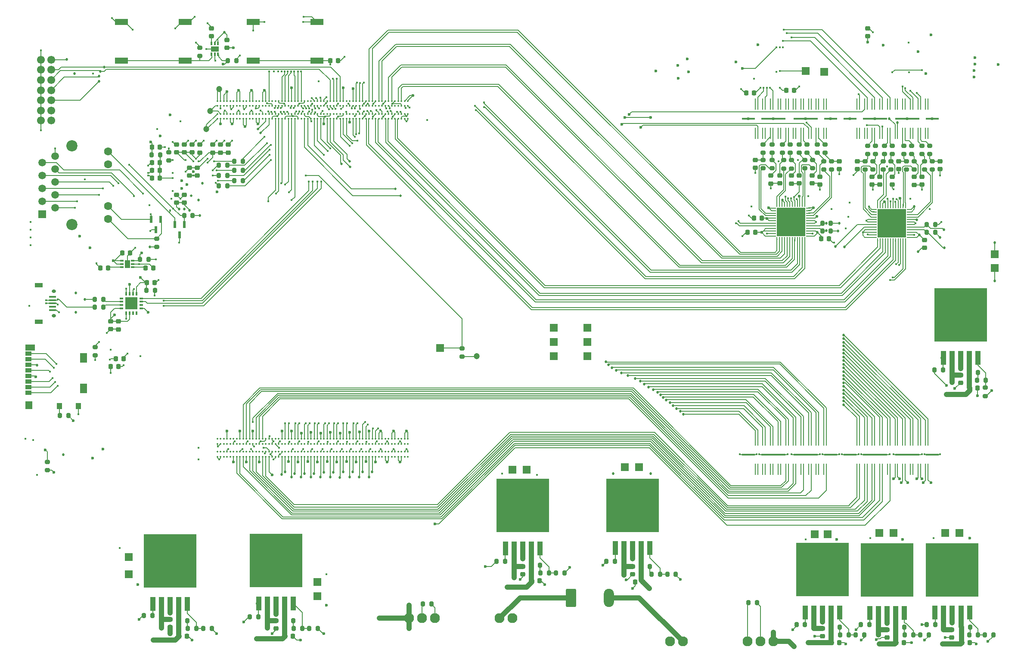
<source format=gtl>
%TF.GenerationSoftware,KiCad,Pcbnew,8.0.5*%
%TF.CreationDate,2025-04-11T15:09:42-05:00*%
%TF.ProjectId,PSEC5_Ctrl_Board,50534543-355f-4437-9472-6c5f426f6172,rev?*%
%TF.SameCoordinates,Original*%
%TF.FileFunction,Copper,L1,Top*%
%TF.FilePolarity,Positive*%
%FSLAX46Y46*%
G04 Gerber Fmt 4.6, Leading zero omitted, Abs format (unit mm)*
G04 Created by KiCad (PCBNEW 8.0.5) date 2025-04-11 15:09:42*
%MOMM*%
%LPD*%
G01*
G04 APERTURE LIST*
G04 Aperture macros list*
%AMRoundRect*
0 Rectangle with rounded corners*
0 $1 Rounding radius*
0 $2 $3 $4 $5 $6 $7 $8 $9 X,Y pos of 4 corners*
0 Add a 4 corners polygon primitive as box body*
4,1,4,$2,$3,$4,$5,$6,$7,$8,$9,$2,$3,0*
0 Add four circle primitives for the rounded corners*
1,1,$1+$1,$2,$3*
1,1,$1+$1,$4,$5*
1,1,$1+$1,$6,$7*
1,1,$1+$1,$8,$9*
0 Add four rect primitives between the rounded corners*
20,1,$1+$1,$2,$3,$4,$5,0*
20,1,$1+$1,$4,$5,$6,$7,0*
20,1,$1+$1,$6,$7,$8,$9,0*
20,1,$1+$1,$8,$9,$2,$3,0*%
G04 Aperture macros list end*
%TA.AperFunction,ComponentPad*%
%ADD10R,1.500000X1.500000*%
%TD*%
%TA.AperFunction,ComponentPad*%
%ADD11C,1.955800*%
%TD*%
%TA.AperFunction,SMDPad,CuDef*%
%ADD12RoundRect,0.200000X0.275000X-0.200000X0.275000X0.200000X-0.275000X0.200000X-0.275000X-0.200000X0*%
%TD*%
%TA.AperFunction,SMDPad,CuDef*%
%ADD13RoundRect,0.200000X-0.275000X0.200000X-0.275000X-0.200000X0.275000X-0.200000X0.275000X0.200000X0*%
%TD*%
%TA.AperFunction,SMDPad,CuDef*%
%ADD14RoundRect,0.225000X-0.225000X-0.250000X0.225000X-0.250000X0.225000X0.250000X-0.225000X0.250000X0*%
%TD*%
%TA.AperFunction,SMDPad,CuDef*%
%ADD15R,2.500000X1.200000*%
%TD*%
%TA.AperFunction,ComponentPad*%
%ADD16C,1.500000*%
%TD*%
%TA.AperFunction,ComponentPad*%
%ADD17C,1.600000*%
%TD*%
%TA.AperFunction,ComponentPad*%
%ADD18C,2.200000*%
%TD*%
%TA.AperFunction,SMDPad,CuDef*%
%ADD19RoundRect,0.200000X0.200000X0.275000X-0.200000X0.275000X-0.200000X-0.275000X0.200000X-0.275000X0*%
%TD*%
%TA.AperFunction,SMDPad,CuDef*%
%ADD20RoundRect,0.225000X-0.250000X0.225000X-0.250000X-0.225000X0.250000X-0.225000X0.250000X0.225000X0*%
%TD*%
%TA.AperFunction,SMDPad,CuDef*%
%ADD21RoundRect,0.200000X-0.200000X-0.275000X0.200000X-0.275000X0.200000X0.275000X-0.200000X0.275000X0*%
%TD*%
%TA.AperFunction,SMDPad,CuDef*%
%ADD22RoundRect,0.225000X0.250000X-0.225000X0.250000X0.225000X-0.250000X0.225000X-0.250000X-0.225000X0*%
%TD*%
%TA.AperFunction,SMDPad,CuDef*%
%ADD23R,1.143000X0.812800*%
%TD*%
%TA.AperFunction,SMDPad,CuDef*%
%ADD24R,1.041400X1.244600*%
%TD*%
%TA.AperFunction,SMDPad,CuDef*%
%ADD25R,1.397000X1.600200*%
%TD*%
%TA.AperFunction,SMDPad,CuDef*%
%ADD26R,1.854200X1.219200*%
%TD*%
%TA.AperFunction,SMDPad,CuDef*%
%ADD27R,1.397000X1.955800*%
%TD*%
%TA.AperFunction,SMDPad,CuDef*%
%ADD28RoundRect,0.225000X0.225000X0.250000X-0.225000X0.250000X-0.225000X-0.250000X0.225000X-0.250000X0*%
%TD*%
%TA.AperFunction,SMDPad,CuDef*%
%ADD29R,1.016000X2.692400*%
%TD*%
%TA.AperFunction,SMDPad,CuDef*%
%ADD30R,10.414000X10.464800*%
%TD*%
%TA.AperFunction,SMDPad,CuDef*%
%ADD31R,0.812800X0.254000*%
%TD*%
%TA.AperFunction,SMDPad,CuDef*%
%ADD32R,0.254000X0.812800*%
%TD*%
%TA.AperFunction,SMDPad,CuDef*%
%ADD33R,5.638800X5.638800*%
%TD*%
%TA.AperFunction,SMDPad,CuDef*%
%ADD34R,0.300000X0.700000*%
%TD*%
%TA.AperFunction,SMDPad,CuDef*%
%ADD35R,1.600200X1.016000*%
%TD*%
%TA.AperFunction,ComponentPad*%
%ADD36C,1.549400*%
%TD*%
%TA.AperFunction,SMDPad,CuDef*%
%ADD37R,0.304800X0.762000*%
%TD*%
%TA.AperFunction,SMDPad,CuDef*%
%ADD38R,0.762000X0.304800*%
%TD*%
%TA.AperFunction,SMDPad,CuDef*%
%ADD39R,2.489200X2.489200*%
%TD*%
%TA.AperFunction,SMDPad,CuDef*%
%ADD40C,0.356000*%
%TD*%
%TA.AperFunction,SMDPad,CuDef*%
%ADD41R,1.346200X0.406400*%
%TD*%
%TA.AperFunction,SMDPad,CuDef*%
%ADD42O,0.850000X0.650000*%
%TD*%
%TA.AperFunction,SMDPad,CuDef*%
%ADD43R,1.498600X0.812800*%
%TD*%
%TA.AperFunction,SMDPad,CuDef*%
%ADD44R,0.558800X1.320800*%
%TD*%
%TA.AperFunction,SMDPad,CuDef*%
%ADD45R,0.700000X0.300000*%
%TD*%
%TA.AperFunction,SMDPad,CuDef*%
%ADD46R,1.016000X1.600200*%
%TD*%
%TA.AperFunction,SMDPad,CuDef*%
%ADD47R,0.280000X2.270000*%
%TD*%
%TA.AperFunction,SMDPad,CuDef*%
%ADD48R,2.540000X0.430000*%
%TD*%
%TA.AperFunction,SMDPad,CuDef*%
%ADD49R,4.700000X0.430000*%
%TD*%
%TA.AperFunction,ComponentPad*%
%ADD50RoundRect,0.250000X-0.750000X-1.550000X0.750000X-1.550000X0.750000X1.550000X-0.750000X1.550000X0*%
%TD*%
%TA.AperFunction,ComponentPad*%
%ADD51O,2.000000X3.600000*%
%TD*%
%TA.AperFunction,ViaPad*%
%ADD52C,0.400000*%
%TD*%
%TA.AperFunction,ViaPad*%
%ADD53C,0.600000*%
%TD*%
%TA.AperFunction,ViaPad*%
%ADD54C,0.520000*%
%TD*%
%TA.AperFunction,ViaPad*%
%ADD55C,1.200000*%
%TD*%
%TA.AperFunction,ViaPad*%
%ADD56C,0.500000*%
%TD*%
%TA.AperFunction,Conductor*%
%ADD57C,0.158750*%
%TD*%
%TA.AperFunction,Conductor*%
%ADD58C,1.000000*%
%TD*%
%TA.AperFunction,Conductor*%
%ADD59C,0.150000*%
%TD*%
%TA.AperFunction,Conductor*%
%ADD60C,0.171000*%
%TD*%
%TA.AperFunction,Conductor*%
%ADD61C,0.200000*%
%TD*%
%TA.AperFunction,Conductor*%
%ADD62C,0.100000*%
%TD*%
%TA.AperFunction,Conductor*%
%ADD63C,0.159000*%
%TD*%
%TA.AperFunction,Conductor*%
%ADD64C,0.317500*%
%TD*%
G04 APERTURE END LIST*
D10*
%TO.P,TP21,1,1*%
%TO.N,GND*%
X123190000Y-151638000D03*
%TD*%
D11*
%TO.P,U16,1,+VOUT*%
%TO.N,VDD_BUCK_2V5*%
X212852000Y-163322000D03*
%TO.P,U16,2,TRIM*%
%TO.N,Net-(U16-TRIM)*%
X210312000Y-163322000D03*
%TO.P,U16,3,GND_COMMON*%
%TO.N,GND*%
X207772000Y-163322000D03*
%TO.P,U16,4,+VIN*%
%TO.N,Net-(U16-+VIN)*%
X195072000Y-163322000D03*
%TO.P,U16,5,REMOTE_ON/OFF*%
%TO.N,unconnected-(U16-REMOTE_ON{slash}OFF-Pad5)*%
X192532000Y-163322000D03*
%TD*%
D12*
%TO.P,R68,1*%
%TO.N,1V8_Banks*%
X70104000Y-129603000D03*
%TO.P,R68,2*%
%TO.N,Net-(Q4-G)*%
X70104000Y-127953000D03*
%TD*%
D13*
%TO.P,R62,1*%
%TO.N,Net-(C11-Pad1)*%
X219075000Y-68517000D03*
%TO.P,R62,2*%
%TO.N,/SOM240_1(1.5)/Peripherals_Ctrl1/READOUT6-*%
X219075000Y-70167000D03*
%TD*%
D14*
%TO.P,C5,1*%
%TO.N,Net-(U6-EN)*%
X83553000Y-107696000D03*
%TO.P,C5,2*%
%TO.N,GND*%
X85103000Y-107696000D03*
%TD*%
D15*
%TO.P,SW2,1,A*%
%TO.N,GND*%
X123090000Y-41402000D03*
%TO.P,SW2,2,A*%
X110590000Y-41402000D03*
%TO.P,SW2,3,B*%
%TO.N,/SOM240_1(1.5)/FWUEN_B*%
X123090000Y-49022000D03*
%TO.P,SW2,4,B*%
X110590000Y-49022000D03*
%TD*%
D10*
%TO.P,T1,1,VCC*%
%TO.N,/SOM240_1(1.5)/ethernet1/PHY_VCC*%
X69088000Y-79248000D03*
D16*
%TO.P,T1,2,D1+*%
%TO.N,/SOM240_1(1.5)/ethernet1/PHY_MDI0_P*%
X71628000Y-77978000D03*
%TO.P,T1,3,D1-*%
%TO.N,/SOM240_1(1.5)/ethernet1/PHY_MDI0_N*%
X69088000Y-76708000D03*
%TO.P,T1,4,D2+*%
%TO.N,/SOM240_1(1.5)/ethernet1/PHY_MDI1_P*%
X71628000Y-75438000D03*
%TO.P,T1,5,D2-*%
%TO.N,/SOM240_1(1.5)/ethernet1/PHY_MDI1_N*%
X69088000Y-74168000D03*
%TO.P,T1,6,D3+*%
%TO.N,/SOM240_1(1.5)/ethernet1/PHY_MDI2_P*%
X71628000Y-72898000D03*
%TO.P,T1,7,D3-*%
%TO.N,/SOM240_1(1.5)/ethernet1/PHY_MDI2_N*%
X69088000Y-71628000D03*
%TO.P,T1,8,D4+*%
%TO.N,/SOM240_1(1.5)/ethernet1/PHY_MDI3_P*%
X71628000Y-70358000D03*
%TO.P,T1,9,D4-*%
%TO.N,/SOM240_1(1.5)/ethernet1/PHY_MDI3_N*%
X69088000Y-69088000D03*
%TO.P,T1,10,GND*%
%TO.N,GND*%
X71628000Y-67818000D03*
D17*
%TO.P,T1,11*%
%TO.N,/SOM240_1(1.5)/ethernet1/LED_11*%
X82058000Y-80163000D03*
%TO.P,T1,12*%
%TO.N,/SOM240_1(1.5)/ethernet1/LED_12*%
X82058000Y-77623000D03*
%TO.P,T1,13*%
%TO.N,/SOM240_1(1.5)/ethernet1/LED_13*%
X82058000Y-69443000D03*
%TO.P,T1,14*%
%TO.N,/SOM240_1(1.5)/ethernet1/LED_14*%
X82058000Y-66903000D03*
D18*
%TO.P,T1,S1,SHIELD1*%
%TO.N,Net-(T1-SHIELD1)*%
X74928000Y-81278000D03*
%TO.P,T1,S2,SHIELD2*%
X74928000Y-65788000D03*
%TD*%
D19*
%TO.P,R18,1*%
%TO.N,1V8_Banks*%
X244665000Y-81280000D03*
%TO.P,R18,2*%
%TO.N,/SOM240_1(1.5)/ADC1_SDIO{slash}ODM*%
X243015000Y-81280000D03*
%TD*%
D14*
%TO.P,C27,1*%
%TO.N,3V3_IO*%
X116827000Y-162306000D03*
%TO.P,C27,2*%
%TO.N,GND*%
X118377000Y-162306000D03*
%TD*%
D19*
%TO.P,R83,1*%
%TO.N,1V8_Banks*%
X74231000Y-118872000D03*
%TO.P,R83,2*%
%TO.N,/SOM240_1(1.5)/SD_DETECT*%
X72581000Y-118872000D03*
%TD*%
D20*
%TO.P,C7,1*%
%TO.N,Net-(C7-Pad1)*%
X214122000Y-71615000D03*
%TO.P,C7,2*%
%TO.N,GND*%
X214122000Y-73165000D03*
%TD*%
D14*
%TO.P,C18,1*%
%TO.N,2V5_DUT*%
X165341000Y-151384000D03*
%TO.P,C18,2*%
%TO.N,GND*%
X166891000Y-151384000D03*
%TD*%
D10*
%TO.P,TP33,1,1*%
%TO.N,Net-(J10B-PWRGD_PL_M2C)*%
X169672000Y-107188000D03*
%TD*%
D13*
%TO.P,R72,1*%
%TO.N,SIGNAL8-*%
X210820000Y-65469000D03*
%TO.P,R72,2*%
%TO.N,Net-(C1-Pad1)*%
X210820000Y-67119000D03*
%TD*%
D21*
%TO.P,R26,1*%
%TO.N,Net-(U1-RXD[1])*%
X106871000Y-70612000D03*
%TO.P,R26,2*%
%TO.N,/SOM240_1(1.5)/ETH_RXD1*%
X108521000Y-70612000D03*
%TD*%
D22*
%TO.P,C61,1*%
%TO.N,3V3_IO*%
X97028000Y-76975000D03*
%TO.P,C61,2*%
%TO.N,GND*%
X97028000Y-75425000D03*
%TD*%
D23*
%TO.P,J6,1,DAT2*%
%TO.N,/SOM240_1(1.5)/SDcard1/DAT2B*%
X66360500Y-114357000D03*
%TO.P,J6,2,CD/DAT3*%
%TO.N,/SOM240_1(1.5)/SDcard1/DAT3B*%
X66360500Y-113257000D03*
%TO.P,J6,3,CMD*%
%TO.N,/SOM240_1(1.5)/SDcard1/CMDB*%
X66360500Y-112156999D03*
%TO.P,J6,4,VDD*%
%TO.N,/SOM240_1(1.5)/SDcard1/SD_CARD_VCC*%
X66360500Y-111056999D03*
%TO.P,J6,5,CLK*%
%TO.N,/SOM240_1(1.5)/SDcard1/CLKB*%
X66360500Y-109956999D03*
%TO.P,J6,6,VSS*%
%TO.N,GND*%
X66360500Y-108856998D03*
%TO.P,J6,7,DAT0*%
%TO.N,/SOM240_1(1.5)/SDcard1/DAT0B*%
X66360500Y-107757001D03*
%TO.P,J6,8,DAT1*%
%TO.N,/SOM240_1(1.5)/SDcard1/DAT1B*%
X66360500Y-106657000D03*
D24*
%TO.P,J6,9,SW_DETECT*%
%TO.N,/SOM240_1(1.5)/SD_DETECT*%
X72510500Y-116992001D03*
%TO.P,J6,10,SW_DETECT*%
%TO.N,GND*%
X76210500Y-116992001D03*
D25*
%TO.P,J6,11*%
%TO.N,N/C*%
X66485501Y-116817000D03*
D26*
%TO.P,J6,12*%
X66710499Y-105497000D03*
D27*
%TO.P,J6,13*%
X77185500Y-107522010D03*
%TO.P,J6,14*%
X77185500Y-113492011D03*
%TD*%
D10*
%TO.P,TP2,1,1*%
%TO.N,3V3_DUT*%
X186436000Y-129032000D03*
%TD*%
D14*
%TO.P,C22,1*%
%TO.N,1V8_Banks*%
X224269000Y-163576000D03*
%TO.P,C22,2*%
%TO.N,GND*%
X225819000Y-163576000D03*
%TD*%
D20*
%TO.P,C66,1*%
%TO.N,3V3_IO*%
X84074000Y-100330000D03*
%TO.P,C66,2*%
%TO.N,GND*%
X84074000Y-101880000D03*
%TD*%
D28*
%TO.P,C4,1*%
%TO.N,3V3_DUT*%
X187211000Y-151638000D03*
%TO.P,C4,2*%
%TO.N,GND*%
X185661000Y-151638000D03*
%TD*%
D10*
%TO.P,TP31,1,1*%
%TO.N,Net-(J10B-PWRGD_FPD_M2C)*%
X169672000Y-101600000D03*
%TD*%
D13*
%TO.P,R53,1*%
%TO.N,SIGNAL7-*%
X214630000Y-65469000D03*
%TO.P,R53,2*%
%TO.N,Net-(C7-Pad1)*%
X214630000Y-67119000D03*
%TD*%
D21*
%TO.P,R76,1*%
%TO.N,/SOM240_1(1.5)/ethernet1/LED_13*%
X97028000Y-79502000D03*
%TO.P,R76,2*%
%TO.N,3V3_IO*%
X98678000Y-79502000D03*
%TD*%
%TO.P,R28,1*%
%TO.N,Net-(U1-RX_CTRL)*%
X106871000Y-68834000D03*
%TO.P,R28,2*%
%TO.N,/SOM240_1(1.5)/ETH_RX_CTRL*%
X108521000Y-68834000D03*
%TD*%
D14*
%TO.P,C20,1*%
%TO.N,1V8_DUT*%
X236969000Y-163576000D03*
%TO.P,C20,2*%
%TO.N,GND*%
X238519000Y-163576000D03*
%TD*%
D13*
%TO.P,R15,1*%
%TO.N,SIGNAL1-*%
X242062000Y-65723000D03*
%TO.P,R15,2*%
%TO.N,Net-(C97-Pad1)*%
X242062000Y-67373000D03*
%TD*%
D21*
%TO.P,R42,1*%
%TO.N,1V2_DUT*%
X249873000Y-160528000D03*
%TO.P,R42,2*%
%TO.N,Net-(R106-Pad1)*%
X251523000Y-160528000D03*
%TD*%
D13*
%TO.P,R98,1*%
%TO.N,Net-(C6-Pad1)*%
X212598000Y-68517000D03*
%TO.P,R98,2*%
%TO.N,/SOM240_1(1.5)/Peripherals_Ctrl1/READOUT8+*%
X212598000Y-70167000D03*
%TD*%
%TO.P,R25,1*%
%TO.N,SIGNAL3+*%
X236220000Y-65723000D03*
%TO.P,R25,2*%
%TO.N,Net-(C80-Pad1)*%
X236220000Y-67373000D03*
%TD*%
D20*
%TO.P,C74,1*%
%TO.N,Net-(C74-Pad1)*%
X229362000Y-68821000D03*
%TO.P,C74,2*%
%TO.N,GND*%
X229362000Y-70371000D03*
%TD*%
%TO.P,C12,1*%
%TO.N,VDD_BUCK_2V5*%
X247904000Y-161023000D03*
%TO.P,C12,2*%
%TO.N,GND*%
X247904000Y-162573000D03*
%TD*%
D15*
%TO.P,SW1,1,A*%
%TO.N,GND*%
X97182000Y-41402000D03*
%TO.P,SW1,2,A*%
X84682000Y-41402000D03*
%TO.P,SW1,3,B*%
%TO.N,Net-(U12-\u002AMR)*%
X97182000Y-49022000D03*
%TO.P,SW1,4,B*%
X84682000Y-49022000D03*
%TD*%
D28*
%TO.P,C109,1*%
%TO.N,1V8_ADC*%
X209309000Y-82804000D03*
%TO.P,C109,2*%
%TO.N,GND*%
X207759000Y-82804000D03*
%TD*%
D29*
%TO.P,LDO4,1,EN*%
%TO.N,Net-(LDO4-EN)*%
X111658400Y-155854400D03*
%TO.P,LDO4,2,IN*%
%TO.N,VDD_BUCK_5V*%
X113360200Y-155854400D03*
%TO.P,LDO4,3,GND*%
%TO.N,GND*%
X115062000Y-155854400D03*
%TO.P,LDO4,4,OUT*%
%TO.N,3V3_IO*%
X116763800Y-155854400D03*
%TO.P,LDO4,5,ADJ*%
%TO.N,Net-(LDO4-ADJ)*%
X118465600Y-155854400D03*
D30*
%TO.P,LDO4,6,TAB*%
%TO.N,GND*%
X115062000Y-147421600D03*
%TD*%
D13*
%TO.P,R51,1*%
%TO.N,SIGNAL6-*%
X217932000Y-65469000D03*
%TO.P,R51,2*%
%TO.N,Net-(C11-Pad1)*%
X217932000Y-67119000D03*
%TD*%
D21*
%TO.P,R14,1*%
%TO.N,Net-(LDO5-ADJ)*%
X100775000Y-160782000D03*
%TO.P,R14,2*%
%TO.N,GND*%
X102425000Y-160782000D03*
%TD*%
D28*
%TO.P,C46,1*%
%TO.N,/SOM240_1(1.5)/ethernet1/AVDD33*%
X92228000Y-72136000D03*
%TO.P,C46,2*%
%TO.N,GND*%
X90678000Y-72136000D03*
%TD*%
D22*
%TO.P,C21,1*%
%TO.N,/SOM240_1(1.5)/ethernet1/DVDD*%
X105664000Y-67082000D03*
%TO.P,C21,2*%
%TO.N,GND*%
X105664000Y-65532000D03*
%TD*%
D21*
%TO.P,R29,1*%
%TO.N,GND*%
X207963000Y-155702000D03*
%TO.P,R29,2*%
%TO.N,Net-(U16-TRIM)*%
X209613000Y-155702000D03*
%TD*%
D20*
%TO.P,C3,1*%
%TO.N,VDD_BUCK_2V5*%
X249682000Y-110870700D03*
%TO.P,C3,2*%
%TO.N,GND*%
X249682000Y-112420700D03*
%TD*%
D31*
%TO.P,ADC2,1,AVDD*%
%TO.N,1V8_ADC*%
X212902800Y-78018000D03*
%TO.P,ADC2,2,AVDD*%
X212902800Y-78517999D03*
%TO.P,ADC2,3,VIN__D*%
%TO.N,/SOM240_1(1.5)/Peripherals_Ctrl1/READOUT8-*%
X212902800Y-79018001D03*
%TO.P,ADC2,4,VIN_+_D*%
%TO.N,/SOM240_1(1.5)/Peripherals_Ctrl1/READOUT8+*%
X212902800Y-79518000D03*
%TO.P,ADC2,5,AVDD*%
%TO.N,1V8_ADC*%
X212902800Y-80017999D03*
%TO.P,ADC2,6,AVDD*%
X212902800Y-80518000D03*
%TO.P,ADC2,7,CLK*%
%TO.N,/SOM240_1(1.5)/ADC_CLK2-*%
X212902800Y-81018000D03*
%TO.P,ADC2,8,CLK+*%
%TO.N,/SOM240_1(1.5)/ADC_CLK2+*%
X212902800Y-81518001D03*
%TO.P,ADC2,9,AVDD*%
%TO.N,1V8_ADC*%
X212902800Y-82018000D03*
%TO.P,ADC2,10,AVDD*%
X212902800Y-82517999D03*
%TO.P,ADC2,11,DRGND*%
%TO.N,GND*%
X212902800Y-83018001D03*
%TO.P,ADC2,12,DRVDD*%
%TO.N,1V8_ADC*%
X212902800Y-83518000D03*
D32*
%TO.P,ADC2,13,D_-_D*%
%TO.N,/SOM240_1(1.5)/ADC_DOUT8-*%
X213556400Y-84171600D03*
%TO.P,ADC2,14,D_+_D*%
%TO.N,/SOM240_1(1.5)/ADC_DOUT8+*%
X214056399Y-84171600D03*
%TO.P,ADC2,15,D_-_C*%
%TO.N,/SOM240_1(1.5)/ADC_DOUT7-*%
X214556401Y-84171600D03*
%TO.P,ADC2,16,D_+_C*%
%TO.N,/SOM240_1(1.5)/ADC_DOUT7+*%
X215056400Y-84171600D03*
%TO.P,ADC2,17,D_-_B*%
%TO.N,/SOM240_1(1.5)/ADC_DOUT6-*%
X215556399Y-84171600D03*
%TO.P,ADC2,18,D_+_B*%
%TO.N,/SOM240_1(1.5)/ADC_DOUT6+*%
X216056400Y-84171600D03*
%TO.P,ADC2,19,D_-_A*%
%TO.N,/SOM240_1(1.5)/ADC_DOUT5-*%
X216556400Y-84171600D03*
%TO.P,ADC2,20,D_+_A*%
%TO.N,/SOM240_1(1.5)/ADC_DOUT5+*%
X217056401Y-84171600D03*
%TO.P,ADC2,21,FCO-*%
%TO.N,/SOM240_1(1.5)/FrameClk2-*%
X217556400Y-84171600D03*
%TO.P,ADC2,22,FCO+*%
%TO.N,/SOM240_1(1.5)/FrameClk2+*%
X218056399Y-84171600D03*
%TO.P,ADC2,23,DCO-*%
%TO.N,/SOM240_1(1.5)/DataClk2-*%
X218556401Y-84171600D03*
%TO.P,ADC2,24,DCO+*%
%TO.N,/SOM240_1(1.5)/DataClk2+*%
X219056400Y-84171600D03*
D31*
%TO.P,ADC2,25,DRVDD*%
%TO.N,1V8_ADC*%
X219710000Y-83518000D03*
%TO.P,ADC2,26,DRGND*%
%TO.N,GND*%
X219710000Y-83018001D03*
%TO.P,ADC2,27,AVDD*%
%TO.N,1V8_ADC*%
X219710000Y-82517999D03*
%TO.P,ADC2,28,SCLK/DTP*%
%TO.N,/SOM240_1(1.5)/ADC2_SCLK{slash}DTP*%
X219710000Y-82018000D03*
%TO.P,ADC2,29,SDIO/ODM*%
%TO.N,/SOM240_1(1.5)/ADC2_SDIO{slash}ODM*%
X219710000Y-81518001D03*
%TO.P,ADC2,30,CSB*%
%TO.N,GND*%
X219710000Y-81018000D03*
%TO.P,ADC2,31,PDWN*%
X219710000Y-80518000D03*
%TO.P,ADC2,32,AVDD*%
%TO.N,1V8_ADC*%
X219710000Y-80017999D03*
%TO.P,ADC2,33,VIN_+_A*%
%TO.N,/SOM240_1(1.5)/Peripherals_Ctrl1/READOUT5+*%
X219710000Y-79518000D03*
%TO.P,ADC2,34,VIN__A*%
%TO.N,/SOM240_1(1.5)/Peripherals_Ctrl1/READOUT5-*%
X219710000Y-79018001D03*
%TO.P,ADC2,35,AVDD*%
%TO.N,1V8_ADC*%
X219710000Y-78517999D03*
%TO.P,ADC2,36,AVDD*%
X219710000Y-78018000D03*
D32*
%TO.P,ADC2,37,VIN-B*%
%TO.N,/SOM240_1(1.5)/Peripherals_Ctrl1/READOUT6-*%
X219056400Y-77364400D03*
%TO.P,ADC2,38,VIN+B*%
%TO.N,/SOM240_1(1.5)/Peripherals_Ctrl1/READOUT6+*%
X218556401Y-77364400D03*
%TO.P,ADC2,39,AVDD*%
%TO.N,1V8_ADC*%
X218056399Y-77364400D03*
%TO.P,ADC2,40,RBIAS*%
%TO.N,Net-(ADC2-RBIAS)*%
X217556400Y-77364400D03*
%TO.P,ADC2,41,SENSE*%
%TO.N,GND*%
X217056401Y-77364400D03*
%TO.P,ADC2,42,VREF*%
%TO.N,Net-(ADC2-VREF)*%
X216556400Y-77364400D03*
%TO.P,ADC2,43,REFB*%
%TO.N,Net-(ADC2-REFB)*%
X216056400Y-77364400D03*
%TO.P,ADC2,44,REFT*%
%TO.N,Net-(ADC2-REFT)*%
X215556399Y-77364400D03*
%TO.P,ADC2,45,AVDD*%
%TO.N,1V8_ADC*%
X215056400Y-77364400D03*
%TO.P,ADC2,46,AVDD*%
X214556401Y-77364400D03*
%TO.P,ADC2,47,VIN+C*%
%TO.N,/SOM240_1(1.5)/Peripherals_Ctrl1/READOUT7+*%
X214056399Y-77364400D03*
%TO.P,ADC2,48,VIN-C*%
%TO.N,/SOM240_1(1.5)/Peripherals_Ctrl1/READOUT7-*%
X213556400Y-77364400D03*
D33*
%TO.P,ADC2,49,EPAD*%
%TO.N,GND*%
X216306400Y-80768000D03*
%TD*%
D34*
%TO.P,U12,1,VDD*%
%TO.N,3V3_IO*%
X103661998Y-45652000D03*
%TO.P,U12,2,SENSE*%
X103011999Y-45652000D03*
%TO.P,U12,3,CT*%
%TO.N,Net-(U12-CT)*%
X102362000Y-45652000D03*
%TO.P,U12,4,\u002AMR*%
%TO.N,Net-(U12-\u002AMR)*%
X102362000Y-47752000D03*
%TO.P,U12,5,GND*%
%TO.N,GND*%
X103011999Y-47752000D03*
%TO.P,U12,6,\u002ARESET*%
%TO.N,PS_SRST*%
X103661998Y-47752000D03*
D35*
%TO.P,U12,7,EPAD*%
%TO.N,GND*%
X103011999Y-46702000D03*
%TD*%
D21*
%TO.P,R38,1*%
%TO.N,VDD_BUCK_2V5*%
X230061000Y-160020000D03*
%TO.P,R38,2*%
%TO.N,Net-(LDO10-EN)*%
X231711000Y-160020000D03*
%TD*%
D22*
%TO.P,C52,1*%
%TO.N,/SOM240_1(1.5)/ethernet1/AVDD18*%
X100089000Y-67082000D03*
%TO.P,C52,2*%
%TO.N,GND*%
X100089000Y-65532000D03*
%TD*%
D13*
%TO.P,R96,1*%
%TO.N,Net-(C25-Pad1)*%
X222758000Y-68771000D03*
%TO.P,R96,2*%
%TO.N,/SOM240_1(1.5)/Peripherals_Ctrl1/READOUT5-*%
X222758000Y-70421000D03*
%TD*%
D20*
%TO.P,C15,1*%
%TO.N,VDD_BUCK_5V*%
X94234000Y-158991000D03*
%TO.P,C15,2*%
%TO.N,GND*%
X94234000Y-160541000D03*
%TD*%
D10*
%TO.P,TP32,1,1*%
%TO.N,Net-(J10B-PWRGD_LPD_M2C)*%
X169672000Y-104394000D03*
%TD*%
D14*
%TO.P,R86,1*%
%TO.N,/SOM240_1(1.5)/CLR_DAC\u002A*%
X215379000Y-54864000D03*
%TO.P,R86,2*%
%TO.N,2V5_IO*%
X216929000Y-54864000D03*
%TD*%
D10*
%TO.P,TP8,1,1*%
%TO.N,1V2_DUT*%
X249428000Y-141986000D03*
%TD*%
D36*
%TO.P,J12,1,1*%
%TO.N,GND*%
X68834000Y-48799999D03*
%TO.P,J12,2,2*%
%TO.N,1V8_Banks*%
X70834001Y-48799999D03*
%TO.P,J12,3,3*%
%TO.N,GND*%
X68834000Y-50800000D03*
%TO.P,J12,4,4*%
%TO.N,/SOM240_1(1.5)/JTAG_TMS*%
X70834001Y-50800000D03*
%TO.P,J12,5,5*%
%TO.N,GND*%
X68834000Y-52799999D03*
%TO.P,J12,6,6*%
%TO.N,/SOM240_1(1.5)/JTAG_CLK*%
X70834001Y-52799999D03*
%TO.P,J12,7,7*%
%TO.N,GND*%
X68834000Y-54800000D03*
%TO.P,J12,8,8*%
%TO.N,/SOM240_1(1.5)/JTAG_TDO*%
X70834001Y-54800000D03*
%TO.P,J12,9,9*%
%TO.N,GND*%
X68834000Y-56800001D03*
%TO.P,J12,10,10*%
%TO.N,/SOM240_1(1.5)/JTAG_TDI*%
X70834001Y-56800001D03*
%TO.P,J12,11,11*%
%TO.N,GND*%
X68834000Y-58799999D03*
%TO.P,J12,12,12*%
%TO.N,unconnected-(J12-Pad12)*%
X70834001Y-58799999D03*
%TO.P,J12,13,13*%
%TO.N,GND*%
X68834000Y-60800001D03*
%TO.P,J12,14,14*%
%TO.N,unconnected-(J12-Pad14)*%
X70834001Y-60800001D03*
%TD*%
D13*
%TO.P,R80,1*%
%TO.N,Net-(C97-Pad1)*%
X242570000Y-68771000D03*
%TO.P,R80,2*%
%TO.N,/SOM240_1(1.5)/Peripherals_Ctrl1/READOUT1-*%
X242570000Y-70421000D03*
%TD*%
%TO.P,R54,1*%
%TO.N,SIGNAL8+*%
X212598000Y-65469000D03*
%TO.P,R54,2*%
%TO.N,Net-(C6-Pad1)*%
X212598000Y-67119000D03*
%TD*%
D10*
%TO.P,TP4,1,1*%
%TO.N,2V5_DUT*%
X164338000Y-129540000D03*
%TD*%
%TO.P,TP6,1,1*%
%TO.N,1V8_DUT*%
X236474000Y-141986000D03*
%TD*%
%TO.P,TP23,1,1*%
%TO.N,GND*%
X86106000Y-146664000D03*
%TD*%
D20*
%TO.P,C111,1*%
%TO.N,1V8_ADC*%
X242570000Y-84315000D03*
%TO.P,C111,2*%
%TO.N,GND*%
X242570000Y-85865000D03*
%TD*%
D21*
%TO.P,R101,1*%
%TO.N,Net-(R101-Pad1)*%
X252921000Y-111899700D03*
%TO.P,R101,2*%
%TO.N,Net-(LDO2-ADJ)*%
X254571000Y-111899700D03*
%TD*%
%TO.P,R13,1*%
%TO.N,2V5_IO*%
X95949000Y-159258000D03*
%TO.P,R13,2*%
%TO.N,Net-(R102-Pad1)*%
X97599000Y-159258000D03*
%TD*%
D13*
%TO.P,R46,1*%
%TO.N,SIGNAL4+*%
X232918000Y-65723000D03*
%TO.P,R46,2*%
%TO.N,Net-(C76-Pad1)*%
X232918000Y-67373000D03*
%TD*%
D28*
%TO.P,C96,1*%
%TO.N,1V8_Banks*%
X84087000Y-109220000D03*
%TO.P,C96,2*%
%TO.N,GND*%
X82537000Y-109220000D03*
%TD*%
D21*
%TO.P,R12,1*%
%TO.N,VDD_BUCK_5V*%
X89091000Y-158242000D03*
%TO.P,R12,2*%
%TO.N,Net-(LDO5-EN)*%
X90741000Y-158242000D03*
%TD*%
D20*
%TO.P,C77,1*%
%TO.N,Net-(C77-Pad1)*%
X233807000Y-71869000D03*
%TO.P,C77,2*%
%TO.N,GND*%
X233807000Y-73419000D03*
%TD*%
D21*
%TO.P,R103,1*%
%TO.N,Net-(R10-Pad2)*%
X118555000Y-160782000D03*
%TO.P,R103,2*%
%TO.N,Net-(LDO4-ADJ)*%
X120205000Y-160782000D03*
%TD*%
D13*
%TO.P,R90,1*%
%TO.N,Net-(C81-Pad1)*%
X239014000Y-68771000D03*
%TO.P,R90,2*%
%TO.N,/SOM240_1(1.5)/Peripherals_Ctrl1/READOUT2-*%
X239014000Y-70421000D03*
%TD*%
D37*
%TO.P,U9,1,VCCIO*%
%TO.N,1V8_Banks*%
X87588999Y-94856300D03*
%TO.P,U9,2,RXD*%
%TO.N,/SOM240_1(1.5)/UART_RXD*%
X86939001Y-94856300D03*
%TO.P,U9,3,GND*%
%TO.N,GND*%
X86288999Y-94856300D03*
%TO.P,U9,4,CTS#*%
%TO.N,/SOM240_1(1.5)/UART_CTS*%
X85639001Y-94856300D03*
D38*
%TO.P,U9,5,CBUS2*%
%TO.N,unconnected-(U9-CBUS2-Pad5)*%
X84696300Y-95799001D03*
%TO.P,U9,6,USBDP*%
%TO.N,Net-(U9-USBDP)*%
X84696300Y-96448999D03*
%TO.P,U9,7,USBDM*%
%TO.N,Net-(U9-USBDM)*%
X84696300Y-97099001D03*
%TO.P,U9,8,3V3OUT*%
%TO.N,3V3_IO*%
X84696300Y-97748999D03*
D37*
%TO.P,U9,9,RESET#*%
%TO.N,/SOM240_1(1.5)/USB-UART1/USB_RESET#*%
X85639001Y-98691700D03*
%TO.P,U9,10,VCC*%
%TO.N,3V3_IO*%
X86288999Y-98691700D03*
%TO.P,U9,11,CBUS1*%
%TO.N,unconnected-(U9-CBUS1-Pad11)*%
X86939001Y-98691700D03*
%TO.P,U9,12,CBUS0*%
%TO.N,unconnected-(U9-CBUS0-Pad12)*%
X87588999Y-98691700D03*
D38*
%TO.P,U9,13,GND*%
%TO.N,GND*%
X88531700Y-97748999D03*
%TO.P,U9,14,CBUS3*%
%TO.N,unconnected-(U9-CBUS3-Pad14)*%
X88531700Y-97099001D03*
%TO.P,U9,15,TXD*%
%TO.N,/SOM240_1(1.5)/UART_TXD*%
X88531700Y-96448999D03*
%TO.P,U9,16,RTS#*%
%TO.N,/SOM240_1(1.5)/UART_RTS*%
X88531700Y-95799001D03*
D39*
%TO.P,U9,17,GND*%
%TO.N,GND*%
X86614000Y-96774000D03*
%TD*%
D14*
%TO.P,C26,1*%
%TO.N,2V5_IO*%
X95999000Y-162306000D03*
%TO.P,C26,2*%
%TO.N,GND*%
X97549000Y-162306000D03*
%TD*%
D21*
%TO.P,R33,1*%
%TO.N,Net-(LDO7-ADJ)*%
X192024000Y-150114000D03*
%TO.P,R33,2*%
%TO.N,GND*%
X193674000Y-150114000D03*
%TD*%
D22*
%TO.P,C63,1*%
%TO.N,3V3_IO*%
X95530000Y-76975000D03*
%TO.P,C63,2*%
%TO.N,GND*%
X95530000Y-75425000D03*
%TD*%
%TO.P,C49,1*%
%TO.N,/SOM240_1(1.5)/ethernet1/AVDD18*%
X97028000Y-67069000D03*
%TO.P,C49,2*%
%TO.N,GND*%
X97028000Y-65519000D03*
%TD*%
D28*
%TO.P,C48,1*%
%TO.N,/SOM240_1(1.5)/ethernet1/AVDD33*%
X92228000Y-70612000D03*
%TO.P,C48,2*%
%TO.N,GND*%
X90678000Y-70612000D03*
%TD*%
D20*
%TO.P,C25,1*%
%TO.N,Net-(C25-Pad1)*%
X221996000Y-71869000D03*
%TO.P,C25,2*%
%TO.N,GND*%
X221996000Y-73419000D03*
%TD*%
D40*
%TO.P,J10,A01,VCC_BATT*%
%TO.N,GND*%
X140975500Y-56924000D03*
%TO.P,J10,A02,GND*%
X140340500Y-56924000D03*
%TO.P,J10,A03,HPA06_P*%
%TO.N,/SOM240_1(1.5)/ADC_DOUT5+*%
X139705500Y-56924000D03*
%TO.P,J10,A04,HPA06_N*%
%TO.N,/SOM240_1(1.5)/ADC_DOUT5-*%
X139070500Y-56924000D03*
%TO.P,J10,A05,GND*%
%TO.N,GND*%
X138435500Y-56924000D03*
%TO.P,J10,A06,HPA_CLK0_P*%
%TO.N,/SOM240_1(1.5)/ADC_DOUT6+*%
X137800500Y-56924000D03*
%TO.P,J10,A07,HPA_CLK0_N*%
%TO.N,/SOM240_1(1.5)/ADC_DOUT6-*%
X137165500Y-56924000D03*
%TO.P,J10,A08,GND*%
%TO.N,GND*%
X136530500Y-56924000D03*
%TO.P,J10,A09,HPA12_P*%
%TO.N,/SOM240_1(1.5)/ADC_DOUT7+*%
X135895500Y-56924000D03*
%TO.P,J10,A10,HPA12_N*%
%TO.N,/SOM240_1(1.5)/ADC_DOUT7-*%
X135260500Y-56924000D03*
%TO.P,J10,A11,GND*%
%TO.N,GND*%
X134625500Y-56924000D03*
%TO.P,J10,A12,HPA13_P*%
%TO.N,/SOM240_1(1.5)/ADC_DOUT8+*%
X133990500Y-56924000D03*
%TO.P,J10,A13,HPA13_N*%
%TO.N,/SOM240_1(1.5)/ADC_DOUT8-*%
X133355500Y-56924000D03*
%TO.P,J10,A14,GND*%
%TO.N,GND*%
X132720500Y-56924000D03*
%TO.P,J10,A15,HDA09*%
%TO.N,Disc_Thresh8*%
X132085500Y-56924000D03*
%TO.P,J10,A16,HDA10*%
%TO.N,Disc_Thresh7*%
X131450500Y-56924000D03*
%TO.P,J10,A17,HDA11*%
%TO.N,Disc_Thresh6*%
X130815500Y-56924000D03*
%TO.P,J10,A18,GND*%
%TO.N,GND*%
X130180500Y-56924000D03*
%TO.P,J10,A19,VCCOEN_PS_M2C*%
%TO.N,unconnected-(J10A-VCCOEN_PS_M2C-PadA19)*%
X129545500Y-56924000D03*
%TO.P,J10,A20,VCCOEN_PL_M2C*%
%TO.N,unconnected-(J10A-VCCOEN_PL_M2C-PadA20)*%
X128910500Y-56924000D03*
%TO.P,J10,A21,GND*%
%TO.N,GND*%
X128275500Y-56924000D03*
%TO.P,J10,A22,JTAG_TMS_C2M*%
%TO.N,/SOM240_1(1.5)/JTAG_TMS*%
X127640500Y-56924000D03*
%TO.P,J10,A23,JTAG_TDO_M2C*%
%TO.N,/SOM240_1(1.5)/JTAG_TDO*%
X127005500Y-56924000D03*
%TO.P,J10,A24,JTAG_TDI_C2M*%
%TO.N,/SOM240_1(1.5)/JTAG_TDI*%
X126370500Y-56924000D03*
%TO.P,J10,A25,JTAG_TCK_C2M*%
%TO.N,/SOM240_1(1.5)/JTAG_CLK*%
X125735500Y-56924000D03*
%TO.P,J10,A26,GND*%
%TO.N,GND*%
X125100500Y-56924000D03*
%TO.P,J10,A27,MODE0_C2M*%
%TO.N,/SOM240_1(1.5)/MODE0*%
X124465500Y-56924000D03*
%TO.P,J10,A28,MODE1_C2M*%
%TO.N,/SOM240_1(1.5)/MODE1*%
X123830500Y-56924000D03*
%TO.P,J10,A29,MODE2_C2M*%
%TO.N,/SOM240_1(1.5)/MODE2*%
X123195500Y-56924000D03*
%TO.P,J10,A30,MODE3_C2M*%
%TO.N,/SOM240_1(1.5)/MODE3*%
X122560500Y-56924000D03*
%TO.P,J10,A31,Reserved*%
%TO.N,unconnected-(J10A-Reserved-PadA31)*%
X121925500Y-56924000D03*
%TO.P,J10,A32,Reserved*%
%TO.N,unconnected-(J10A-Reserved-PadA32)*%
X121290500Y-56924000D03*
%TO.P,J10,A33,GND*%
%TO.N,GND*%
X120655500Y-56924000D03*
%TO.P,J10,A34,MIO41*%
%TO.N,Disc_Thresh5*%
X120020500Y-56924000D03*
%TO.P,J10,A35,MIO42*%
%TO.N,/SOM240_1(1.5)/CLR_DAC\u002A*%
X119385500Y-56924000D03*
%TO.P,J10,A36,MIO43*%
%TO.N,/SOM240_1(1.5)/SDI_DAC_THRES*%
X118750500Y-56924000D03*
%TO.P,J10,A37,GND*%
%TO.N,GND*%
X118115500Y-56924000D03*
%TO.P,J10,A38,MIO61*%
%TO.N,/SOM240_1(1.5)/SCK_DAC2*%
X117480500Y-56924000D03*
%TO.P,J10,A39,MIO62*%
%TO.N,/SOM240_1(1.5)/CS{slash}LD_DAC2\u002A*%
X116845500Y-56924000D03*
%TO.P,J10,A40,MIO63*%
%TO.N,READBIAS2*%
X116210500Y-56924000D03*
%TO.P,J10,A41,GND*%
%TO.N,GND*%
X115575500Y-56924000D03*
%TO.P,J10,A42,MIO73*%
%TO.N,unconnected-(J10A-MIO73-PadA42)*%
X114940500Y-56924000D03*
%TO.P,J10,A43,MIO74*%
%TO.N,unconnected-(J10A-MIO74-PadA43)*%
X114305500Y-56924000D03*
%TO.P,J10,A44,MIO75*%
%TO.N,/SOM240_1(1.5)/SDI_DAC_BIAS*%
X113670500Y-56924000D03*
%TO.P,J10,A45,GND*%
%TO.N,GND*%
X113035500Y-56924000D03*
%TO.P,J10,A46,GND*%
X112400500Y-56924000D03*
%TO.P,J10,A47,GTR_DP1_M2C_P*%
%TO.N,unconnected-(J10A-GTR_DP1_M2C_P-PadA47)*%
X111765500Y-56924000D03*
%TO.P,J10,A48,GTR_DP1_M2C_N*%
%TO.N,unconnected-(J10A-GTR_DP1_M2C_N-PadA48)*%
X111130500Y-56924000D03*
%TO.P,J10,A49,GND*%
%TO.N,GND*%
X110495500Y-56924000D03*
%TO.P,J10,A50,GND*%
X109860500Y-56924000D03*
%TO.P,J10,A51,GTR_REFCLK3_C2M_P*%
%TO.N,unconnected-(J10A-GTR_REFCLK3_C2M_P-PadA51)*%
X109225500Y-56924000D03*
%TO.P,J10,A52,GTR_REFCLK3_C2M_N*%
%TO.N,unconnected-(J10A-GTR_REFCLK3_C2M_N-PadA52)*%
X108590500Y-56924000D03*
%TO.P,J10,A53,GND*%
%TO.N,GND*%
X107955500Y-56924000D03*
%TO.P,J10,A54,GND*%
X107320500Y-56924000D03*
%TO.P,J10,A55,GTR_DP0_C2M_P*%
%TO.N,unconnected-(J10A-GTR_DP0_C2M_P-PadA55)*%
X106685500Y-56924000D03*
%TO.P,J10,A56,GTR_DP0_C2M_N*%
%TO.N,unconnected-(J10A-GTR_DP0_C2M_N-PadA56)*%
X106050500Y-56924000D03*
%TO.P,J10,A57,GND*%
%TO.N,GND*%
X105415500Y-56924000D03*
%TO.P,J10,A58,GND*%
X104780500Y-56924000D03*
%TO.P,J10,A59,VCC_SOM*%
%TO.N,VDD_BUCK_5V*%
X104145500Y-56924000D03*
%TO.P,J10,A60,VCC_SOM*%
X103510500Y-56924000D03*
%TO.P,J10,B01,HPA05_CC_P*%
%TO.N,/SOM240_1(1.5)/DataClk2+*%
X140975500Y-57884000D03*
%TO.P,J10,B02,HPA05_CC_N*%
%TO.N,/SOM240_1(1.5)/DataClk2-*%
X140340500Y-57884000D03*
%TO.P,J10,B03,GND*%
%TO.N,GND*%
X139705500Y-57884000D03*
%TO.P,J10,B04,HPA04_P*%
%TO.N,unconnected-(J10A-HPA04_P-PadB04)*%
X139070500Y-57884000D03*
%TO.P,J10,B05,HPA04_N*%
%TO.N,unconnected-(J10A-HPA04_N-PadB05)*%
X138435500Y-57884000D03*
%TO.P,J10,B06,GND*%
%TO.N,GND*%
X137800500Y-57884000D03*
%TO.P,J10,B07,HPA07_P*%
%TO.N,/SOM240_1(1.5)/FrameClk2+*%
X137165500Y-57884000D03*
%TO.P,J10,B08,HPA07_N*%
%TO.N,/SOM240_1(1.5)/FrameClk2-*%
X136530500Y-57884000D03*
%TO.P,J10,B09,GND*%
%TO.N,GND*%
X135895500Y-57884000D03*
%TO.P,J10,B10,HPA11_P*%
%TO.N,unconnected-(J10A-HPA11_P-PadB10)*%
X135260500Y-57884000D03*
%TO.P,J10,B11,HPA11_N*%
%TO.N,unconnected-(J10A-HPA11_N-PadB11)*%
X134625500Y-57884000D03*
%TO.P,J10,B12,GND*%
%TO.N,GND*%
X133990500Y-57884000D03*
%TO.P,J10,B13,VCCO_HDA*%
%TO.N,1V8_Banks*%
X133355500Y-57884000D03*
%TO.P,J10,B14,VCCO_HDA*%
X132720500Y-57884000D03*
%TO.P,J10,B15,GND*%
%TO.N,GND*%
X132085500Y-57884000D03*
%TO.P,J10,B16,HDA03*%
%TO.N,/SOM240_1(1.5)/CS{slash}LD_DAC1\u002A*%
X131450500Y-57884000D03*
%TO.P,J10,B17,HDA04*%
%TO.N,/SOM240_1(1.5)/SCK_DAC1*%
X130815500Y-57884000D03*
%TO.P,J10,B18,HDA05*%
%TO.N,Disc_Thresh4*%
X130180500Y-57884000D03*
%TO.P,J10,B19,GND*%
%TO.N,GND*%
X129545500Y-57884000D03*
%TO.P,J10,B20,HDA15*%
%TO.N,unconnected-(J10A-HDA15-PadB20)*%
X128910500Y-57884000D03*
%TO.P,J10,B21,HDA16_CC*%
%TO.N,P5_ReadClk*%
X128275500Y-57884000D03*
%TO.P,J10,B22,HDA17*%
%TO.N,unconnected-(J10A-HDA17-PadB22)*%
X127640500Y-57884000D03*
%TO.P,J10,B23,GND*%
%TO.N,GND*%
X127005500Y-57884000D03*
%TO.P,J10,B24,PS_ERROR_OUT_M2C*%
%TO.N,Net-(J10A-PS_ERROR_OUT_M2C)*%
X126370500Y-57884000D03*
%TO.P,J10,B25,PS_ERROR_STATUS_M2C*%
%TO.N,Net-(J10A-PS_ERROR_STATUS_M2C)*%
X125735500Y-57884000D03*
%TO.P,J10,B26,PWROFF_C2M_L*%
%TO.N,Net-(J10A-PWROFF_C2M_L)*%
X125100500Y-57884000D03*
%TO.P,J10,B27,GND*%
%TO.N,GND*%
X124465500Y-57884000D03*
%TO.P,J10,B28,MIO35_PMU_GPO*%
%TO.N,unconnected-(J10A-MIO35_PMU_GPO-PadB28)*%
X123830500Y-57884000D03*
%TO.P,J10,B29,MIO36*%
%TO.N,/SOM240_1(1.5)/UART_RXD*%
X123195500Y-57884000D03*
%TO.P,J10,B30,MIO37*%
%TO.N,/SOM240_1(1.5)/UART_TXD*%
X122560500Y-57884000D03*
%TO.P,J10,B31,GND*%
%TO.N,GND*%
X121925500Y-57884000D03*
%TO.P,J10,B32,MIO38*%
%TO.N,Disc_Thresh3*%
X121290500Y-57884000D03*
%TO.P,J10,B33,MIO39*%
%TO.N,Disc_Thresh2*%
X120655500Y-57884000D03*
%TO.P,J10,B34,MIO40*%
%TO.N,Disc_Thresh1*%
X120020500Y-57884000D03*
%TO.P,J10,B35,GND*%
%TO.N,GND*%
X119385500Y-57884000D03*
%TO.P,J10,B36,MIO50*%
%TO.N,/SOM240_1(1.5)/ADC1_SDIO{slash}ODM*%
X118750500Y-57884000D03*
%TO.P,J10,B37,MIO51*%
%TO.N,/SOM240_1(1.5)/ADC1_SCLK{slash}DTP*%
X118115500Y-57884000D03*
%TO.P,J10,B38,Reserved*%
%TO.N,unconnected-(J10A-Reserved-PadB38)*%
X117480500Y-57884000D03*
%TO.P,J10,B39,GND*%
%TO.N,GND*%
X116845500Y-57884000D03*
%TO.P,J10,B40,MIO58*%
%TO.N,READBIAS1*%
X116210500Y-57884000D03*
%TO.P,J10,B41,MIO59*%
%TO.N,WBUFBIAS*%
X115575500Y-57884000D03*
%TO.P,J10,B42,MIO60*%
%TO.N,DISCBIAS*%
X114940500Y-57884000D03*
%TO.P,J10,B43,GND*%
%TO.N,GND*%
X114305500Y-57884000D03*
%TO.P,J10,B44,MIO70*%
%TO.N,unconnected-(J10A-MIO70-PadB44)*%
X113670500Y-57884000D03*
%TO.P,J10,B45,MIO71*%
%TO.N,unconnected-(J10A-MIO71-PadB45)*%
X113035500Y-57884000D03*
%TO.P,J10,B46,MIO72*%
%TO.N,unconnected-(J10A-MIO72-PadB46)*%
X112400500Y-57884000D03*
%TO.P,J10,B47,GND*%
%TO.N,GND*%
X111765500Y-57884000D03*
%TO.P,J10,B48,GND*%
X111130500Y-57884000D03*
%TO.P,J10,B49,GTR_REFCLK1_C2M_P*%
%TO.N,unconnected-(J10A-GTR_REFCLK1_C2M_P-PadB49)*%
X110495500Y-57884000D03*
%TO.P,J10,B50,GTR_REFCLK1_C2M_N*%
%TO.N,unconnected-(J10A-GTR_REFCLK1_C2M_N-PadB50)*%
X109860500Y-57884000D03*
%TO.P,J10,B51,GND*%
%TO.N,GND*%
X109225500Y-57884000D03*
%TO.P,J10,B52,GND*%
X108590500Y-57884000D03*
%TO.P,J10,B53,GTR_DP2_C2M_P*%
%TO.N,unconnected-(J10A-GTR_DP2_C2M_P-PadB53)*%
X107955500Y-57884000D03*
%TO.P,J10,B54,GTR_DP2_C2M_N*%
%TO.N,unconnected-(J10A-GTR_DP2_C2M_N-PadB54)*%
X107320500Y-57884000D03*
%TO.P,J10,B55,GND*%
%TO.N,GND*%
X106685500Y-57884000D03*
%TO.P,J10,B56,GND*%
X106050500Y-57884000D03*
%TO.P,J10,B57,GTR_DP0_M2C_P*%
%TO.N,unconnected-(J10A-GTR_DP0_M2C_P-PadB57)*%
X105415500Y-57884000D03*
%TO.P,J10,B58,GTR_DP0_M2C_N*%
%TO.N,unconnected-(J10A-GTR_DP0_M2C_N-PadB58)*%
X104780500Y-57884000D03*
%TO.P,J10,B59,GND*%
%TO.N,GND*%
X104145500Y-57884000D03*
%TO.P,J10,B60,VCC_SOM*%
%TO.N,VDD_BUCK_5V*%
X103510500Y-57884000D03*
%TO.P,J10,C01,GND*%
%TO.N,GND*%
X140975500Y-59464000D03*
%TO.P,J10,C02,GND*%
X140340500Y-59464000D03*
%TO.P,J10,C03,HPA00_CC_P*%
%TO.N,/SOM240_1(1.5)/ADC_CLK1-*%
X139705500Y-59464000D03*
%TO.P,J10,C04,HPA00_CC_N*%
%TO.N,/SOM240_1(1.5)/ADC_CLK1+*%
X139070500Y-59464000D03*
%TO.P,J10,C05,GND*%
%TO.N,GND*%
X138435500Y-59464000D03*
%TO.P,J10,C06,HPA03_P*%
%TO.N,/SOM240_1(1.5)/FrameClk1-*%
X137800500Y-59464000D03*
%TO.P,J10,C07,HPA03_N*%
%TO.N,/SOM240_1(1.5)/FrameClk1+*%
X137165500Y-59464000D03*
%TO.P,J10,C08,GND*%
%TO.N,GND*%
X136530500Y-59464000D03*
%TO.P,J10,C09,HPA08_P*%
%TO.N,/SOM240_1(1.5)/ADC_CLK2-*%
X135895500Y-59464000D03*
%TO.P,J10,C10,HPA08_N*%
%TO.N,/SOM240_1(1.5)/ADC_CLK2+*%
X135260500Y-59464000D03*
%TO.P,J10,C11,GND*%
%TO.N,GND*%
X134625500Y-59464000D03*
%TO.P,J10,C12,HPA10_CC_P*%
%TO.N,/SOM240_1(1.5)/DataClk1-*%
X133990500Y-59464000D03*
%TO.P,J10,C13,HPA10_CC_N*%
%TO.N,/SOM240_1(1.5)/DataClk1+*%
X133355500Y-59464000D03*
%TO.P,J10,C14,GND*%
%TO.N,GND*%
X132720500Y-59464000D03*
%TO.P,J10,C15,PS_POR_L*%
%TO.N,PS_POR*%
X132085500Y-59464000D03*
%TO.P,J10,C16,PS_SRST_C2M_L*%
%TO.N,PS_SRST*%
X131450500Y-59464000D03*
%TO.P,J10,C17,GND*%
%TO.N,GND*%
X130815500Y-59464000D03*
%TO.P,J10,C18,HDA06*%
%TO.N,unconnected-(J10B-HDA06-PadC18)*%
X130180500Y-59464000D03*
%TO.P,J10,C19,HDA07*%
%TO.N,unconnected-(J10B-HDA07-PadC19)*%
X129545500Y-59464000D03*
%TO.P,J10,C20,HDA08_CC*%
%TO.N,SPIclk*%
X128910500Y-59464000D03*
%TO.P,J10,C21,GND*%
%TO.N,GND*%
X128275500Y-59464000D03*
%TO.P,J10,C22,HDA18*%
%TO.N,unconnected-(J10B-HDA18-PadC22)*%
X127640500Y-59464000D03*
%TO.P,J10,C23,HDA19*%
%TO.N,unconnected-(J10B-HDA19-PadC23)*%
X127005500Y-59464000D03*
%TO.P,J10,C24,HDA20*%
%TO.N,unconnected-(J10B-HDA20-PadC24)*%
X126370500Y-59464000D03*
%TO.P,J10,C25,GND*%
%TO.N,GND*%
X125735500Y-59464000D03*
%TO.P,J10,C26,MIO24_I2C_SCK*%
%TO.N,unconnected-(J10B-MIO24_I2C_SCK-PadC26)*%
X125100500Y-59464000D03*
%TO.P,J10,C27,MIO25_I2C_SDA*%
%TO.N,unconnected-(J10B-MIO25_I2C_SDA-PadC27)*%
X124465500Y-59464000D03*
%TO.P,J10,C28,MIO12_FWUEN_C2M_L*%
%TO.N,/SOM240_1(1.5)/FWUEN_B*%
X123830500Y-59464000D03*
%TO.P,J10,C29,GND*%
%TO.N,GND*%
X123195500Y-59464000D03*
%TO.P,J10,C30,MIO29*%
%TO.N,/SOM240_1(1.5)/UART_CTS*%
X122560500Y-59464000D03*
%TO.P,J10,C31,MIO30*%
%TO.N,/SOM240_1(1.5)/UART_RTS*%
X121925500Y-59464000D03*
%TO.P,J10,C32,MIO31_PMU_GPI*%
%TO.N,/SOM240_1(1.5)/SHUTDOWN*%
X121290500Y-59464000D03*
%TO.P,J10,C33,GND*%
%TO.N,GND*%
X120655500Y-59464000D03*
%TO.P,J10,C34,MIO47*%
%TO.N,/SOM240_1(1.5)/SD_CLK*%
X120020500Y-59464000D03*
%TO.P,J10,C35,MIO48*%
%TO.N,/SOM240_1(1.5)/SD_DAT0*%
X119385500Y-59464000D03*
%TO.P,J10,C36,MIO49*%
%TO.N,/SOM240_1(1.5)/SD_DAT1*%
X118750500Y-59464000D03*
%TO.P,J10,C37,GND*%
%TO.N,GND*%
X118115500Y-59464000D03*
%TO.P,J10,C38,MIO55*%
%TO.N,/SOM240_1(1.5)/ETH_RXD3*%
X117480500Y-59464000D03*
%TO.P,J10,C39,MIO56*%
%TO.N,/SOM240_1(1.5)/ETH_RXD2*%
X116845500Y-59464000D03*
%TO.P,J10,C40,MIO57*%
%TO.N,/SOM240_1(1.5)/ETH_RX_CLK*%
X116210500Y-59464000D03*
%TO.P,J10,C41,GND*%
%TO.N,GND*%
X115575500Y-59464000D03*
%TO.P,J10,C42,MIO67*%
%TO.N,/SOM240_1(1.5)/ETH_RXD1*%
X114940500Y-59464000D03*
%TO.P,J10,C43,MIO68*%
%TO.N,/SOM240_1(1.5)/ETH_RXD0*%
X114305500Y-59464000D03*
%TO.P,J10,C44,MIO69*%
%TO.N,/SOM240_1(1.5)/ETH_RX_CTRL*%
X113670500Y-59464000D03*
%TO.P,J10,C45,Reserved*%
%TO.N,unconnected-(J10B-Reserved-PadC45)*%
X113035500Y-59464000D03*
%TO.P,J10,C46,GND*%
%TO.N,GND*%
X112400500Y-59464000D03*
%TO.P,J10,C47,GTR_REFCLK0_C2M_P*%
%TO.N,unconnected-(J10B-GTR_REFCLK0_C2M_P-PadC47)*%
X111765500Y-59464000D03*
%TO.P,J10,C48,GTR_REFCLK0_C2M_N*%
%TO.N,unconnected-(J10B-GTR_REFCLK0_C2M_N-PadC48)*%
X111130500Y-59464000D03*
%TO.P,J10,C49,GND*%
%TO.N,GND*%
X110495500Y-59464000D03*
%TO.P,J10,C50,GND*%
X109860500Y-59464000D03*
%TO.P,J10,C51,GTR_DP3_M2C_P*%
%TO.N,unconnected-(J10B-GTR_DP3_M2C_P-PadC51)*%
X109225500Y-59464000D03*
%TO.P,J10,C52,GTR_DP3_M2C_N*%
%TO.N,unconnected-(J10B-GTR_DP3_M2C_N-PadC52)*%
X108590500Y-59464000D03*
%TO.P,J10,C53,GND*%
%TO.N,GND*%
X107955500Y-59464000D03*
%TO.P,J10,C54,GND*%
X107320500Y-59464000D03*
%TO.P,J10,C55,GTR_DP1_C2M_P*%
%TO.N,unconnected-(J10B-GTR_DP1_C2M_P-PadC55)*%
X106685500Y-59464000D03*
%TO.P,J10,C56,GTR_DP1_C2M_N*%
%TO.N,unconnected-(J10B-GTR_DP1_C2M_N-PadC56)*%
X106050500Y-59464000D03*
%TO.P,J10,C57,GND*%
%TO.N,GND*%
X105415500Y-59464000D03*
%TO.P,J10,C58,GND*%
X104780500Y-59464000D03*
%TO.P,J10,C59,VCC_SOM*%
%TO.N,VDD_BUCK_5V*%
X104145500Y-59464000D03*
%TO.P,J10,C60,VCC_SOM*%
X103510500Y-59464000D03*
%TO.P,J10,D01,VCCO_HPA*%
%TO.N,1V8_Banks*%
X140975500Y-60424000D03*
%TO.P,J10,D02,VCCO_HPA*%
X140340500Y-60424000D03*
%TO.P,J10,D03,GND*%
%TO.N,GND*%
X139705500Y-60424000D03*
%TO.P,J10,D04,HPA02_P*%
%TO.N,/SOM240_1(1.5)/ADC_DOUT4-*%
X139070500Y-60424000D03*
%TO.P,J10,D05,HPA02_N*%
%TO.N,/SOM240_1(1.5)/ADC_DOUT4+*%
X138435500Y-60424000D03*
%TO.P,J10,D06,GND*%
%TO.N,GND*%
X137800500Y-60424000D03*
%TO.P,J10,D07,HPA01_P*%
%TO.N,/SOM240_1(1.5)/ADC_DOUT3-*%
X137165500Y-60424000D03*
%TO.P,J10,D08,HPA01_N*%
%TO.N,/SOM240_1(1.5)/ADC_DOUT3+*%
X136530500Y-60424000D03*
%TO.P,J10,D09,GND*%
%TO.N,GND*%
X135895500Y-60424000D03*
%TO.P,J10,D10,HPA09_P*%
%TO.N,/SOM240_1(1.5)/ADC_DOUT2-*%
X135260500Y-60424000D03*
%TO.P,J10,D11,HPA09_N*%
%TO.N,/SOM240_1(1.5)/ADC_DOUT2+*%
X134625500Y-60424000D03*
%TO.P,J10,D12,GND*%
%TO.N,GND*%
X133990500Y-60424000D03*
%TO.P,J10,D13,HPA14_P*%
%TO.N,/SOM240_1(1.5)/ADC_DOUT1-*%
X133355500Y-60424000D03*
%TO.P,J10,D14,HPA14_N*%
%TO.N,/SOM240_1(1.5)/ADC_DOUT1+*%
X132720500Y-60424000D03*
%TO.P,J10,D15,GND*%
%TO.N,GND*%
X132085500Y-60424000D03*
%TO.P,J10,D16,HDA00_CC*%
%TO.N,Psec5RefClk*%
X131450500Y-60424000D03*
%TO.P,J10,D17,HDA01*%
%TO.N,P5_rst*%
X130815500Y-60424000D03*
%TO.P,J10,D18,HDA02*%
%TO.N,Psec5TriggerOut*%
X130180500Y-60424000D03*
%TO.P,J10,D19,GND*%
%TO.N,GND*%
X129545500Y-60424000D03*
%TO.P,J10,D20,HDA12*%
%TO.N,Psec5TriggerIn*%
X128910500Y-60424000D03*
%TO.P,J10,D21,HDA13*%
%TO.N,PICO*%
X128275500Y-60424000D03*
%TO.P,J10,D22,HDA14*%
%TO.N,POCI*%
X127640500Y-60424000D03*
%TO.P,J10,D23,GND*%
%TO.N,GND*%
X127005500Y-60424000D03*
%TO.P,J10,D24,PWRGD_FPD_M2C*%
%TO.N,Net-(J10B-PWRGD_FPD_M2C)*%
X126370500Y-60424000D03*
%TO.P,J10,D25,PWRGD_LPD_M2C*%
%TO.N,Net-(J10B-PWRGD_LPD_M2C)*%
X125735500Y-60424000D03*
%TO.P,J10,D26,PWRGD_PL_M2C*%
%TO.N,Net-(J10B-PWRGD_PL_M2C)*%
X125100500Y-60424000D03*
%TO.P,J10,D27,GND*%
%TO.N,GND*%
X124465500Y-60424000D03*
%TO.P,J10,D28,MIO26*%
%TO.N,/SOM240_1(1.5)/SD_DAT2*%
X123830500Y-60424000D03*
%TO.P,J10,D29,MIO27*%
%TO.N,/SOM240_1(1.5)/SD_DAT3*%
X123195500Y-60424000D03*
%TO.P,J10,D30,MIO28*%
%TO.N,/SOM240_1(1.5)/SD_CMD*%
X122560500Y-60424000D03*
%TO.P,J10,D31,GND*%
%TO.N,GND*%
X121925500Y-60424000D03*
%TO.P,J10,D32,MIO44*%
%TO.N,/SOM240_1(1.5)/ADC2_SDIO{slash}ODM*%
X121290500Y-60424000D03*
%TO.P,J10,D33,MIO45*%
%TO.N,/SOM240_1(1.5)/ADC2_SCLK{slash}DTP*%
X120655500Y-60424000D03*
%TO.P,J10,D34,MIO46*%
%TO.N,unconnected-(J10B-MIO46-PadD34)*%
X120020500Y-60424000D03*
%TO.P,J10,D35,GND*%
%TO.N,GND*%
X119385500Y-60424000D03*
%TO.P,J10,D36,MIO52*%
%TO.N,Net-(J10B-MIO52)*%
X118750500Y-60424000D03*
%TO.P,J10,D37,MIO53*%
%TO.N,Net-(J10B-MIO53)*%
X118115500Y-60424000D03*
%TO.P,J10,D38,MIO54*%
%TO.N,Net-(J10B-MIO54)*%
X117480500Y-60424000D03*
%TO.P,J10,D39,GND*%
%TO.N,GND*%
X116845500Y-60424000D03*
%TO.P,J10,D40,MIO64*%
%TO.N,Net-(J10B-MIO64)*%
X116210500Y-60424000D03*
%TO.P,J10,D41,MIO65*%
%TO.N,Net-(J10B-MIO65)*%
X115575500Y-60424000D03*
%TO.P,J10,D42,MIO66*%
%TO.N,Net-(J10B-MIO66)*%
X114940500Y-60424000D03*
%TO.P,J10,D43,GND*%
%TO.N,GND*%
X114305500Y-60424000D03*
%TO.P,J10,D44,MIO76*%
%TO.N,/SOM240_1(1.5)/ETH_MDC*%
X113670500Y-60424000D03*
%TO.P,J10,D45,MIO77*%
%TO.N,/SOM240_1(1.5)/ETH_MDIO*%
X113035500Y-60424000D03*
%TO.P,J10,D46,Reserved*%
%TO.N,unconnected-(J10B-Reserved-PadD46)*%
X112400500Y-60424000D03*
%TO.P,J10,D47,GND*%
%TO.N,GND*%
X111765500Y-60424000D03*
%TO.P,J10,D48,GND*%
X111130500Y-60424000D03*
%TO.P,J10,D49,GTR_DP3_C2M_P*%
%TO.N,unconnected-(J10B-GTR_DP3_C2M_P-PadD49)*%
X110495500Y-60424000D03*
%TO.P,J10,D50,GTR_DP3_C2M_N*%
%TO.N,unconnected-(J10B-GTR_DP3_C2M_N-PadD50)*%
X109860500Y-60424000D03*
%TO.P,J10,D51,GND*%
%TO.N,GND*%
X109225500Y-60424000D03*
%TO.P,J10,D52,GND*%
X108590500Y-60424000D03*
%TO.P,J10,D53,GTR_REFCLK2_C2M_P*%
%TO.N,unconnected-(J10B-GTR_REFCLK2_C2M_P-PadD53)*%
X107955500Y-60424000D03*
%TO.P,J10,D54,GTR_REFCLK2_C2M_N*%
%TO.N,unconnected-(J10B-GTR_REFCLK2_C2M_N-PadD54)*%
X107320500Y-60424000D03*
%TO.P,J10,D55,GND*%
%TO.N,GND*%
X106685500Y-60424000D03*
%TO.P,J10,D56,GND*%
X106050500Y-60424000D03*
%TO.P,J10,D57,GTR_DP2_M2C_P*%
%TO.N,unconnected-(J10B-GTR_DP2_M2C_P-PadD57)*%
X105415500Y-60424000D03*
%TO.P,J10,D58,GTR_DP2_M2C_N*%
%TO.N,unconnected-(J10B-GTR_DP2_M2C_N-PadD58)*%
X104780500Y-60424000D03*
%TO.P,J10,D59,GND*%
%TO.N,GND*%
X104145500Y-60424000D03*
%TO.P,J10,D60,VCC_SOM*%
%TO.N,VDD_BUCK_5V*%
X103510500Y-60424000D03*
%TD*%
D10*
%TO.P,TP13,1,1*%
%TO.N,GND*%
X220980000Y-142240000D03*
%TD*%
D21*
%TO.P,R36,1*%
%TO.N,Net-(LDO8-ADJ)*%
X170117000Y-149860000D03*
%TO.P,R36,2*%
%TO.N,GND*%
X171767000Y-149860000D03*
%TD*%
D20*
%TO.P,C98,1*%
%TO.N,Net-(C98-Pad1)*%
X245618000Y-68821000D03*
%TO.P,C98,2*%
%TO.N,GND*%
X245618000Y-70371000D03*
%TD*%
D13*
%TO.P,R99,1*%
%TO.N,Net-(C1-Pad1)*%
X210820000Y-68517000D03*
%TO.P,R99,2*%
%TO.N,/SOM240_1(1.5)/Peripherals_Ctrl1/READOUT8-*%
X210820000Y-70167000D03*
%TD*%
D10*
%TO.P,TP1,1,1*%
%TO.N,GND*%
X183642000Y-129032000D03*
%TD*%
D21*
%TO.P,R107,1*%
%TO.N,Net-(R107-Pad1)*%
X238697000Y-162052000D03*
%TO.P,R107,2*%
%TO.N,Net-(LDO10-ADJ)*%
X240347000Y-162052000D03*
%TD*%
D19*
%TO.P,R87,1*%
%TO.N,Net-(U9-USBDM)*%
X81089000Y-97536000D03*
%TO.P,R87,2*%
%TO.N,Net-(U10-CH1)*%
X79439000Y-97536000D03*
%TD*%
D28*
%TO.P,C45,1*%
%TO.N,Net-(U11-CT)*%
X82055000Y-89776300D03*
%TO.P,C45,2*%
%TO.N,GND*%
X80505000Y-89776300D03*
%TD*%
D40*
%TO.P,J5,A01,GND*%
%TO.N,GND*%
X140975500Y-123444000D03*
%TO.P,J5,A02,GND*%
X140340500Y-123444000D03*
%TO.P,J5,A03,GTH_DP3_M2C_P*%
%TO.N,unconnected-(J5A-GTH_DP3_M2C_P-PadA03)*%
X139705500Y-123444000D03*
%TO.P,J5,A04,GTH_DP3_M2C_N*%
%TO.N,unconnected-(J5A-GTH_DP3_M2C_N-PadA04)*%
X139070500Y-123444000D03*
%TO.P,J5,A05,GND*%
%TO.N,GND*%
X138435500Y-123444000D03*
%TO.P,J5,A06,GND*%
X137800500Y-123444000D03*
%TO.P,J5,A07,GTH_REFCLK1_C2M_P*%
%TO.N,unconnected-(J5A-GTH_REFCLK1_C2M_P-PadA07)*%
X137165500Y-123444000D03*
%TO.P,J5,A08,GTH_DP1_M2C_N*%
%TO.N,unconnected-(J5A-GTH_DP1_M2C_N-PadA08)*%
X136530500Y-123444000D03*
%TO.P,J5,A09,GND*%
%TO.N,GND*%
X135895500Y-123444000D03*
%TO.P,J5,A10,GND*%
X135260500Y-123444000D03*
%TO.P,J5,A11,HPB09_P*%
%TO.N,HPB15_CC_P*%
X134625500Y-123444000D03*
%TO.P,J5,A12,HPB15_CC_N*%
%TO.N,HPB15_CC_N*%
X133990500Y-123444000D03*
%TO.P,J5,A13,GND*%
%TO.N,GND*%
X133355500Y-123444000D03*
%TO.P,J5,A14,HPB14_P*%
%TO.N,HPB08_P*%
X132720500Y-123444000D03*
%TO.P,J5,A15,HPB08_N*%
%TO.N,HPB08_N*%
X132085500Y-123444000D03*
%TO.P,J5,A16,GND*%
%TO.N,GND*%
X131450500Y-123444000D03*
%TO.P,J5,A17,HPB12_P*%
%TO.N,HPB12_P*%
X130815500Y-123444000D03*
%TO.P,J5,A18,HPB12_N*%
%TO.N,HPB12_N*%
X130180500Y-123444000D03*
%TO.P,J5,A19,GND*%
%TO.N,GND*%
X129545500Y-123444000D03*
%TO.P,J5,A20,HPB06_P*%
%TO.N,HPB06_P*%
X128910500Y-123444000D03*
%TO.P,J5,A21,HPB13_N*%
%TO.N,HPB06_N*%
X128275500Y-123444000D03*
%TO.P,J5,A22,GND*%
%TO.N,GND*%
X127640500Y-123444000D03*
%TO.P,J5,A23,HPB16_P*%
%TO.N,HPB16_P*%
X127005500Y-123444000D03*
%TO.P,J5,A24,HPB16_N*%
%TO.N,HPB16_N*%
X126370500Y-123444000D03*
%TO.P,J5,A25,GND*%
%TO.N,GND*%
X125735500Y-123444000D03*
%TO.P,J5,A26,HPB19_P*%
%TO.N,HPB19_P*%
X125100500Y-123444000D03*
%TO.P,J5,A27,HPB19_N*%
%TO.N,HPB19_N*%
X124465500Y-123444000D03*
%TO.P,J5,A28,GND*%
%TO.N,GND*%
X123830500Y-123444000D03*
%TO.P,J5,A29,HPC08_P*%
%TO.N,HPC08_P*%
X123195500Y-123444000D03*
%TO.P,J5,A30,HPC08_N*%
%TO.N,HPC08_N*%
X122560500Y-123444000D03*
%TO.P,J5,A31,GND*%
%TO.N,GND*%
X121925500Y-123444000D03*
%TO.P,J5,A32,HPC19_P*%
%TO.N,HPC19_P*%
X121290500Y-123444000D03*
%TO.P,J5,A33,HPC11_N*%
%TO.N,HPC19_N*%
X120655500Y-123444000D03*
%TO.P,J5,A34,GND*%
%TO.N,GND*%
X120020500Y-123444000D03*
%TO.P,J5,A35,HPC14_P*%
%TO.N,HPC14_P*%
X119385500Y-123444000D03*
%TO.P,J5,A36,HPC14_N*%
%TO.N,HPC14_N*%
X118750500Y-123444000D03*
%TO.P,J5,A37,GND*%
%TO.N,GND*%
X118115500Y-123444000D03*
%TO.P,J5,A38,HPC15_CC_P*%
%TO.N,HPC15_CC_P*%
X117480500Y-123444000D03*
%TO.P,J5,A39,HPC15_CC_N*%
%TO.N,HPC15_CC_N*%
X116845500Y-123444000D03*
%TO.P,J5,A40,GND*%
%TO.N,GND*%
X116210500Y-123444000D03*
%TO.P,J5,A41,HPC_CLK0_P*%
%TO.N,unconnected-(J5A-HPC_CLK0_P-PadA41)*%
X115575500Y-123444000D03*
%TO.P,J5,A42,HPC03_N*%
%TO.N,unconnected-(J5A-HPC03_N-PadA42)*%
X114940500Y-123444000D03*
%TO.P,J5,A43,GND*%
%TO.N,GND*%
X114305500Y-123444000D03*
%TO.P,J5,A44,VCCO_HPB*%
%TO.N,1V8_Banks*%
X113670500Y-123444000D03*
%TO.P,J5,A45,GND*%
%TO.N,GND*%
X113035500Y-123444000D03*
%TO.P,J5,A46,HDB06*%
%TO.N,DAC_V_IN*%
X112400500Y-123444000D03*
%TO.P,J5,A47,HDB19*%
%TO.N,ADC_CNV*%
X111765500Y-123444000D03*
%TO.P,J5,A48,HDB20*%
%TO.N,ADC_SDO*%
X111130500Y-123444000D03*
%TO.P,J5,A49,GND*%
%TO.N,GND*%
X110495500Y-123444000D03*
%TO.P,J5,A50,HDB09*%
%TO.N,ADC_SDI*%
X109860500Y-123444000D03*
%TO.P,J5,A51,HDB22*%
%TO.N,DAC_SCLK*%
X109225500Y-123444000D03*
%TO.P,J5,A52,HDB23*%
%TO.N,SYNC_N*%
X108590500Y-123444000D03*
%TO.P,J5,A53,GND*%
%TO.N,GND*%
X107955500Y-123444000D03*
%TO.P,J5,A54,HDC06*%
%TO.N,unconnected-(J5A-HDC06-PadA54)*%
X107320500Y-123444000D03*
%TO.P,J5,A55,HDC19*%
%TO.N,unconnected-(J5A-HDC19-PadA55)*%
X106685500Y-123444000D03*
%TO.P,J5,A56,HDC20*%
%TO.N,unconnected-(J5A-HDC20-PadA56)*%
X106050500Y-123444000D03*
%TO.P,J5,A57,GND*%
%TO.N,GND*%
X105415500Y-123444000D03*
%TO.P,J5,A58,HDC09*%
%TO.N,unconnected-(J5A-HDC09-PadA58)*%
X104780500Y-123444000D03*
%TO.P,J5,A59,HDC10*%
%TO.N,unconnected-(J5A-HDC10-PadA59)*%
X104145500Y-123444000D03*
%TO.P,J5,A60,HDC11*%
%TO.N,unconnected-(J5A-HDC11-PadA60)*%
X103510500Y-123444000D03*
%TO.P,J5,B01,GTH_DP2_C2M_P*%
%TO.N,unconnected-(J5A-GTH_DP2_C2M_P-PadB01)*%
X140975500Y-124404000D03*
%TO.P,J5,B02,GTH_DP2_C2M_N*%
%TO.N,unconnected-(J5A-GTH_DP2_C2M_N-PadB02)*%
X140340500Y-124404000D03*
%TO.P,J5,B03,GND*%
%TO.N,GND*%
X139705500Y-124404000D03*
%TO.P,J5,B04,GND*%
X139070500Y-124404000D03*
%TO.P,J5,B05,GTH_DP2_M2C_P*%
%TO.N,unconnected-(J5A-GTH_DP2_M2C_P-PadB05)*%
X138435500Y-124404000D03*
%TO.P,J5,B06,GTH_DP2_M2C_N*%
%TO.N,unconnected-(J5A-GTH_DP2_M2C_N-PadB06)*%
X137800500Y-124404000D03*
%TO.P,J5,B07,GND*%
%TO.N,GND*%
X137165500Y-124404000D03*
%TO.P,J5,B08,GND*%
X136530500Y-124404000D03*
%TO.P,J5,B09,GTH_DP0_C2M_P*%
%TO.N,unconnected-(J5A-GTH_DP0_C2M_P-PadB09)*%
X135895500Y-124404000D03*
%TO.P,J5,B10,GTH_DP0_c2M_N*%
%TO.N,unconnected-(J5A-GTH_DP0_c2M_N-PadB10)*%
X135260500Y-124404000D03*
%TO.P,J5,B11,GND*%
%TO.N,GND*%
X134625500Y-124404000D03*
%TO.P,J5,B12,HPB10_CC_P*%
%TO.N,unconnected-(J5A-HPB10_CC_P-PadB12)*%
X133990500Y-124404000D03*
%TO.P,J5,B13,HPB10_CC_N*%
%TO.N,unconnected-(J5A-HPB10_CC_N-PadB13)*%
X133355500Y-124404000D03*
%TO.P,J5,B14,GND*%
%TO.N,GND*%
X132720500Y-124404000D03*
%TO.P,J5,B15,HPB07_P*%
%TO.N,unconnected-(J5A-HPB07_P-PadB15)*%
X132085500Y-124404000D03*
%TO.P,J5,B16,HPB07_N*%
%TO.N,unconnected-(J5A-HPB07_N-PadB16)*%
X131450500Y-124404000D03*
%TO.P,J5,B17,GND*%
%TO.N,GND*%
X130815500Y-124404000D03*
%TO.P,J5,B18,HPB05_CC_P*%
%TO.N,unconnected-(J5A-HPB05_CC_P-PadB18)*%
X130180500Y-124404000D03*
%TO.P,J5,B19,HPB05_CC_N*%
%TO.N,unconnected-(J5A-HPB05_CC_N-PadB19)*%
X129545500Y-124404000D03*
%TO.P,J5,B20,GND*%
%TO.N,GND*%
X128910500Y-124404000D03*
%TO.P,J5,B21,HPB11_P*%
%TO.N,unconnected-(J5A-HPB11_P-PadB21)*%
X128275500Y-124404000D03*
%TO.P,J5,B22,HPB11_N*%
%TO.N,unconnected-(J5A-HPB11_N-PadB22)*%
X127640500Y-124404000D03*
%TO.P,J5,B23,GND*%
%TO.N,GND*%
X127005500Y-124404000D03*
%TO.P,J5,B24,HPB03_P*%
%TO.N,unconnected-(J5A-HPB03_P-PadB24)*%
X126370500Y-124404000D03*
%TO.P,J5,B25,HPB03_N*%
%TO.N,unconnected-(J5A-HPB03_N-PadB25)*%
X125735500Y-124404000D03*
%TO.P,J5,B26,GND*%
%TO.N,GND*%
X125100500Y-124404000D03*
%TO.P,J5,B27,HPC06_P*%
%TO.N,unconnected-(J5A-HPC06_P-PadB27)*%
X124465500Y-124404000D03*
%TO.P,J5,B28,HPC06_N*%
%TO.N,unconnected-(J5A-HPC06_N-PadB28)*%
X123830500Y-124404000D03*
%TO.P,J5,B29,GND*%
%TO.N,GND*%
X123195500Y-124404000D03*
%TO.P,J5,B30,HPC13_P*%
%TO.N,unconnected-(J5A-HPC13_P-PadB30)*%
X122560500Y-124404000D03*
%TO.P,J5,B31,HPC13_N*%
%TO.N,unconnected-(J5A-HPC13_N-PadB31)*%
X121925500Y-124404000D03*
%TO.P,J5,B32,GND*%
%TO.N,GND*%
X121290500Y-124404000D03*
%TO.P,J5,B33,HPC16_P*%
%TO.N,unconnected-(J5A-HPC16_P-PadB33)*%
X120655500Y-124404000D03*
%TO.P,J5,B34,HPC16_N*%
%TO.N,unconnected-(J5A-HPC16_N-PadB34)*%
X120020500Y-124404000D03*
%TO.P,J5,B35,GND*%
%TO.N,GND*%
X119385500Y-124404000D03*
%TO.P,J5,B36,HPC07_P*%
%TO.N,unconnected-(J5A-HPC07_P-PadB36)*%
X118750500Y-124404000D03*
%TO.P,J5,B37,HPC07_N*%
%TO.N,unconnected-(J5A-HPC07_N-PadB37)*%
X118115500Y-124404000D03*
%TO.P,J5,B38,GND*%
%TO.N,GND*%
X117480500Y-124404000D03*
%TO.P,J5,B39,HPC18_P*%
%TO.N,unconnected-(J5A-HPC18_P-PadB39)*%
X116845500Y-124404000D03*
%TO.P,J5,B40,HPC18_N*%
%TO.N,unconnected-(J5A-HPC18_N-PadB40)*%
X116210500Y-124404000D03*
%TO.P,J5,B41,GND*%
%TO.N,GND*%
X115575500Y-124404000D03*
%TO.P,J5,B42,VCCO_HPB*%
%TO.N,1V8_Banks*%
X114940500Y-124404000D03*
%TO.P,J5,B43,GND*%
%TO.N,GND*%
X114305500Y-124404000D03*
%TO.P,J5,B44,HDB12*%
%TO.N,unconnected-(J5A-HDB12-PadB44)*%
X113670500Y-124404000D03*
%TO.P,J5,B45,HDB13*%
%TO.N,unconnected-(J5A-HDB13-PadB45)*%
X113035500Y-124404000D03*
%TO.P,J5,B46,HDB14*%
%TO.N,unconnected-(J5A-HDB14-PadB46)*%
X112400500Y-124404000D03*
%TO.P,J5,B47,GND*%
%TO.N,GND*%
X111765500Y-124404000D03*
%TO.P,J5,B48,HDB15*%
%TO.N,unconnected-(J5A-HDB15-PadB48)*%
X111130500Y-124404000D03*
%TO.P,J5,B49,HDB16_CC*%
%TO.N,ADC_SCLK*%
X110495500Y-124404000D03*
%TO.P,J5,B50,HDB17*%
%TO.N,unconnected-(J5A-HDB17-PadB50)*%
X109860500Y-124404000D03*
%TO.P,J5,B51,GND*%
%TO.N,GND*%
X109225500Y-124404000D03*
%TO.P,J5,B52,HDC12*%
%TO.N,unconnected-(J5A-HDC12-PadB52)*%
X108590500Y-124404000D03*
%TO.P,J5,B53,HDC13*%
%TO.N,unconnected-(J5A-HDC13-PadB53)*%
X107955500Y-124404000D03*
%TO.P,J5,B54,HDC14*%
%TO.N,unconnected-(J5A-HDC14-PadB54)*%
X107320500Y-124404000D03*
%TO.P,J5,B55,GND*%
%TO.N,GND*%
X106685500Y-124404000D03*
%TO.P,J5,B56,HDC15*%
%TO.N,unconnected-(J5A-HDC15-PadB56)*%
X106050500Y-124404000D03*
%TO.P,J5,B57,HDC16_CC*%
%TO.N,unconnected-(J5A-HDC16_CC-PadB57)*%
X105415500Y-124404000D03*
%TO.P,J5,B58,HDC17*%
%TO.N,unconnected-(J5A-HDC17-PadB58)*%
X104780500Y-124404000D03*
%TO.P,J5,B59,VCCO_HDB*%
%TO.N,2V5_IO*%
X104145500Y-124404000D03*
%TO.P,J5,B60,VCCO_HDB*%
X103510500Y-124404000D03*
%TO.P,J5,C01,GND*%
%TO.N,GND*%
X140975500Y-125984000D03*
%TO.P,J5,C02,GND*%
X140340500Y-125984000D03*
%TO.P,J5,C03,GTH_REFCLK0_C2M_P*%
%TO.N,unconnected-(J5B-GTH_REFCLK0_C2M_P-PadC03)*%
X139705500Y-125984000D03*
%TO.P,J5,C04,GTH_REFCLK0_C2M_N*%
%TO.N,unconnected-(J5B-GTH_REFCLK0_C2M_N-PadC04)*%
X139070500Y-125984000D03*
%TO.P,J5,C05,GND*%
%TO.N,GND*%
X138435500Y-125984000D03*
%TO.P,J5,C06,GND*%
X137800500Y-125984000D03*
%TO.P,J5,C07,GTH_DP1_M2C_P*%
%TO.N,unconnected-(J5B-GTH_DP1_M2C_P-PadC07)*%
X137165500Y-125984000D03*
%TO.P,J5,C08,GTH_DP1_M2C_N*%
%TO.N,unconnected-(J5B-GTH_DP1_M2C_N-PadC08)*%
X136530500Y-125984000D03*
%TO.P,J5,C09,GND*%
%TO.N,GND*%
X135895500Y-125984000D03*
%TO.P,J5,C10,GND*%
X135260500Y-125984000D03*
%TO.P,J5,C11,HPB09_P*%
%TO.N,unconnected-(J5B-HPB09_P-PadC11)*%
X134625500Y-125984000D03*
%TO.P,J5,C12,HPB09_N*%
%TO.N,unconnected-(J5B-HPB09_N-PadC12)*%
X133990500Y-125984000D03*
%TO.P,J5,C13,GND*%
%TO.N,GND*%
X133355500Y-125984000D03*
%TO.P,J5,C14,HPB14_P*%
%TO.N,unconnected-(J5B-HPB14_P-PadC14)*%
X132720500Y-125984000D03*
%TO.P,J5,C15,HPB14_N*%
%TO.N,unconnected-(J5B-HPB14_N-PadC15)*%
X132085500Y-125984000D03*
%TO.P,J5,C16,GND*%
%TO.N,GND*%
X131450500Y-125984000D03*
%TO.P,J5,C17,HPB02_P*%
%TO.N,unconnected-(J5B-HPB02_P-PadC17)*%
X130815500Y-125984000D03*
%TO.P,J5,C18,HPB02_N*%
%TO.N,unconnected-(J5B-HPB02_N-PadC18)*%
X130180500Y-125984000D03*
%TO.P,J5,C19,GND*%
%TO.N,GND*%
X129545500Y-125984000D03*
%TO.P,J5,C20,HPB13_P*%
%TO.N,unconnected-(J5B-HPB13_P-PadC20)*%
X128910500Y-125984000D03*
%TO.P,J5,C21,HPB13_N*%
%TO.N,unconnected-(J5B-HPB13_N-PadC21)*%
X128275500Y-125984000D03*
%TO.P,J5,C22,GND*%
%TO.N,GND*%
X127640500Y-125984000D03*
%TO.P,J5,C23,HPB18_P*%
%TO.N,unconnected-(J5B-HPB18_P-PadC23)*%
X127005500Y-125984000D03*
%TO.P,J5,C24,HPB18_N*%
%TO.N,unconnected-(J5B-HPB18_N-PadC24)*%
X126370500Y-125984000D03*
%TO.P,J5,C25,GND*%
%TO.N,GND*%
X125735500Y-125984000D03*
%TO.P,J5,C26,HPC17_P*%
%TO.N,unconnected-(J5B-HPC17_P-PadC26)*%
X125100500Y-125984000D03*
%TO.P,J5,C27,HPC17_N*%
%TO.N,unconnected-(J5B-HPC17_N-PadC27)*%
X124465500Y-125984000D03*
%TO.P,J5,C28,GND*%
%TO.N,GND*%
X123830500Y-125984000D03*
%TO.P,J5,C29,HPC10_CC_P*%
%TO.N,unconnected-(J5B-HPC10_CC_P-PadC29)*%
X123195500Y-125984000D03*
%TO.P,J5,C30,HPC10_CC_N*%
%TO.N,unconnected-(J5B-HPC10_CC_N-PadC30)*%
X122560500Y-125984000D03*
%TO.P,J5,C31,GND*%
%TO.N,GND*%
X121925500Y-125984000D03*
%TO.P,J5,C32,HPC11_P*%
%TO.N,unconnected-(J5B-HPC11_P-PadC32)*%
X121290500Y-125984000D03*
%TO.P,J5,C33,HPC11_N*%
%TO.N,unconnected-(J5B-HPC11_N-PadC33)*%
X120655500Y-125984000D03*
%TO.P,J5,C34,GND*%
%TO.N,GND*%
X120020500Y-125984000D03*
%TO.P,J5,C35,HPC12_P*%
%TO.N,unconnected-(J5B-HPC12_P-PadC35)*%
X119385500Y-125984000D03*
%TO.P,J5,C36,HPC12_N*%
%TO.N,unconnected-(J5B-HPC12_N-PadC36)*%
X118750500Y-125984000D03*
%TO.P,J5,C37,GND*%
%TO.N,GND*%
X118115500Y-125984000D03*
%TO.P,J5,C38,HPC05_CC_P*%
%TO.N,unconnected-(J5B-HPC05_CC_P-PadC38)*%
X117480500Y-125984000D03*
%TO.P,J5,C39,HPC05_CC_N*%
%TO.N,unconnected-(J5B-HPC05_CC_N-PadC39)*%
X116845500Y-125984000D03*
%TO.P,J5,C40,GND*%
%TO.N,GND*%
X116210500Y-125984000D03*
%TO.P,J5,C41,HPC_CLK0_P*%
%TO.N,unconnected-(J5B-HPC_CLK0_P-PadC41)*%
X115575500Y-125984000D03*
%TO.P,J5,C42,HPC_CLK0_N*%
%TO.N,unconnected-(J5B-HPC_CLK0_N-PadC42)*%
X114940500Y-125984000D03*
%TO.P,J5,C43,GND*%
%TO.N,GND*%
X114305500Y-125984000D03*
%TO.P,J5,C44,VCCO_HPC*%
%TO.N,1V8_Banks*%
X113670500Y-125984000D03*
%TO.P,J5,C45,GND*%
%TO.N,GND*%
X113035500Y-125984000D03*
%TO.P,J5,C46,HDB06*%
%TO.N,unconnected-(J5B-HDB06-PadC46)*%
X112400500Y-125984000D03*
%TO.P,J5,C47,HDB07*%
%TO.N,unconnected-(J5B-HDB07-PadC47)*%
X111765500Y-125984000D03*
%TO.P,J5,C48,HDB08_CC*%
%TO.N,unconnected-(J5B-HDB08_CC-PadC48)*%
X111130500Y-125984000D03*
%TO.P,J5,C49,GND*%
%TO.N,GND*%
X110495500Y-125984000D03*
%TO.P,J5,C50,HDB09*%
%TO.N,unconnected-(J5B-HDB09-PadC50)*%
X109860500Y-125984000D03*
%TO.P,J5,C51,HDB10*%
%TO.N,unconnected-(J5B-HDB10-PadC51)*%
X109225500Y-125984000D03*
%TO.P,J5,C52,HDB11*%
%TO.N,unconnected-(J5B-HDB11-PadC52)*%
X108590500Y-125984000D03*
%TO.P,J5,C53,GND*%
%TO.N,GND*%
X107955500Y-125984000D03*
%TO.P,J5,C54,HDC06*%
%TO.N,unconnected-(J5B-HDC06-PadC54)*%
X107320500Y-125984000D03*
%TO.P,J5,C55,HDC07*%
%TO.N,unconnected-(J5B-HDC07-PadC55)*%
X106685500Y-125984000D03*
%TO.P,J5,C56,HDC08_CC*%
%TO.N,unconnected-(J5B-HDC08_CC-PadC56)*%
X106050500Y-125984000D03*
%TO.P,J5,C57,GND*%
%TO.N,GND*%
X105415500Y-125984000D03*
%TO.P,J5,C58,HDC09*%
%TO.N,unconnected-(J5B-HDC09-PadC58)*%
X104780500Y-125984000D03*
%TO.P,J5,C59,HDC10*%
%TO.N,unconnected-(J5B-HDC10-PadC59)*%
X104145500Y-125984000D03*
%TO.P,J5,C60,HDC11*%
%TO.N,unconnected-(J5B-HDC11-PadC60)*%
X103510500Y-125984000D03*
%TO.P,J5,D01,GTH_DP1_C2M_P*%
%TO.N,unconnected-(J5B-GTH_DP1_C2M_P-PadD01)*%
X140975500Y-126944000D03*
%TO.P,J5,D02,GTH_DP1_C2M_N*%
%TO.N,unconnected-(J5B-GTH_DP1_C2M_N-PadD02)*%
X140340500Y-126944000D03*
%TO.P,J5,D03,GND*%
%TO.N,GND*%
X139705500Y-126944000D03*
%TO.P,J5,D04,GND*%
X139070500Y-126944000D03*
%TO.P,J5,D05,GTH_DP3_C2M_P*%
%TO.N,unconnected-(J5B-GTH_DP3_C2M_P-PadD05)*%
X138435500Y-126944000D03*
%TO.P,J5,D06,GTH_DP3_c2M_N*%
%TO.N,unconnected-(J5B-GTH_DP3_c2M_N-PadD06)*%
X137800500Y-126944000D03*
%TO.P,J5,D07,GND*%
%TO.N,GND*%
X137165500Y-126944000D03*
%TO.P,J5,D08,GND*%
X136530500Y-126944000D03*
%TO.P,J5,D09,GTH_DP0_M2C_N*%
%TO.N,unconnected-(J5B-GTH_DP0_M2C_N-PadD09)*%
X135895500Y-126944000D03*
%TO.P,J5,D10,GTH_DP0_M2C_N*%
%TO.N,unconnected-(J5B-GTH_DP0_M2C_N-PadD10)*%
X135260500Y-126944000D03*
%TO.P,J5,D11,GND*%
%TO.N,GND*%
X134625500Y-126944000D03*
%TO.P,J5,D12,HPB01_P*%
%TO.N,HPB01_P*%
X133990500Y-126944000D03*
%TO.P,J5,D13,HPB01_N*%
%TO.N,HPB01_N*%
X133355500Y-126944000D03*
%TO.P,J5,D14,GND*%
%TO.N,GND*%
X132720500Y-126944000D03*
%TO.P,J5,D15,HPB00_CC_P*%
%TO.N,HPB00_CC_P*%
X132085500Y-126944000D03*
%TO.P,J5,D16,HPB00_CC_N*%
%TO.N,HPB00_CC_N*%
X131450500Y-126944000D03*
%TO.P,J5,D17,GND*%
%TO.N,GND*%
X130815500Y-126944000D03*
%TO.P,J5,D18,HPB-CLK0_P*%
%TO.N,HPB_CLK0_P*%
X130180500Y-126944000D03*
%TO.P,J5,D19,HPB_CLK0_N*%
%TO.N,HPB_CLK0_N*%
X129545500Y-126944000D03*
%TO.P,J5,D20,GND*%
%TO.N,GND*%
X128910500Y-126944000D03*
%TO.P,J5,D21,HPB04_P*%
%TO.N,HPB04_P*%
X128275500Y-126944000D03*
%TO.P,J5,D22,HPB04_N*%
%TO.N,HPB04_N*%
X127640500Y-126944000D03*
%TO.P,J5,D23,GND*%
%TO.N,GND*%
X127005500Y-126944000D03*
%TO.P,J5,D24,HPB17_P*%
%TO.N,HPB17_P*%
X126370500Y-126944000D03*
%TO.P,J5,D25,HPB17_N*%
%TO.N,HPB17_N*%
X125735500Y-126944000D03*
%TO.P,J5,D26,GND*%
%TO.N,GND*%
X125100500Y-126944000D03*
%TO.P,J5,D27,HPC09_P*%
%TO.N,HPC09_P*%
X124465500Y-126944000D03*
%TO.P,J5,D28,HPC09_N*%
%TO.N,HPC09_N*%
X123830500Y-126944000D03*
%TO.P,J5,D29,GND*%
%TO.N,GND*%
X123195500Y-126944000D03*
%TO.P,J5,D30,HPC01_P*%
%TO.N,HPC01_P*%
X122560500Y-126944000D03*
%TO.P,J5,D31,HPC01_N*%
%TO.N,HPC01_N*%
X121925500Y-126944000D03*
%TO.P,J5,D32,GND*%
%TO.N,GND*%
X121290500Y-126944000D03*
%TO.P,J5,D33,HPC00_CC_P*%
%TO.N,HPC00_CC_P*%
X120655500Y-126944000D03*
%TO.P,J5,D34,HPC00_CC_N*%
%TO.N,HPC00_CC_N*%
X120020500Y-126944000D03*
%TO.P,J5,D35,GND*%
%TO.N,GND*%
X119385500Y-126944000D03*
%TO.P,J5,D36,HPC02_P*%
%TO.N,HPC02_P*%
X118750500Y-126944000D03*
%TO.P,J5,D37,HPC02_N*%
%TO.N,HPC02_N*%
X118115500Y-126944000D03*
%TO.P,J5,D38,GND*%
%TO.N,GND*%
X117480500Y-126944000D03*
%TO.P,J5,D39,HPC04_P*%
%TO.N,HPC04_P*%
X116845500Y-126944000D03*
%TO.P,J5,D40,HPC04_N*%
%TO.N,HPC04_N*%
X116210500Y-126944000D03*
%TO.P,J5,D41,GND*%
%TO.N,GND*%
X115575500Y-126944000D03*
%TO.P,J5,D42,VCCO_HPC*%
%TO.N,1V8_Banks*%
X114940500Y-126944000D03*
%TO.P,J5,D43,GND*%
%TO.N,GND*%
X114305500Y-126944000D03*
%TO.P,J5,D44,HDB00_CC*%
%TO.N,OscClkOut*%
X113670500Y-126944000D03*
%TO.P,J5,D45,HDB01*%
%TO.N,V_ped1*%
X113035500Y-126944000D03*
%TO.P,J5,D46,HDB02*%
%TO.N,V_ped2*%
X112400500Y-126944000D03*
%TO.P,J5,D47,GND*%
%TO.N,GND*%
X111765500Y-126944000D03*
%TO.P,J5,D48,HDB03*%
%TO.N,V_ped3*%
X111130500Y-126944000D03*
%TO.P,J5,D49,HDB04*%
%TO.N,V_ped4*%
X110495500Y-126944000D03*
%TO.P,J5,D50,HDB05*%
%TO.N,V_ped5*%
X109860500Y-126944000D03*
%TO.P,J5,D51,GND*%
%TO.N,GND*%
X109225500Y-126944000D03*
%TO.P,J5,D52,HDC00_CC*%
%TO.N,V_ped6*%
X108590500Y-126944000D03*
%TO.P,J5,D53,HDC01*%
%TO.N,V_ped7*%
X107955500Y-126944000D03*
%TO.P,J5,D54,HDC02*%
%TO.N,V_ped8*%
X107320500Y-126944000D03*
%TO.P,J5,D55,GND*%
%TO.N,GND*%
X106685500Y-126944000D03*
%TO.P,J5,D56,HDC03*%
%TO.N,unconnected-(J5B-HDC03-PadD56)*%
X106050500Y-126944000D03*
%TO.P,J5,D57,HDC04*%
%TO.N,unconnected-(J5B-HDC04-PadD57)*%
X105415500Y-126944000D03*
%TO.P,J5,D58,HDC05*%
%TO.N,unconnected-(J5B-HDC05-PadD58)*%
X104780500Y-126944000D03*
%TO.P,J5,D59,VCCO_HDC*%
%TO.N,2V5_IO*%
X104145500Y-126944000D03*
%TO.P,J5,D60,VCCO_HDC*%
X103510500Y-126944000D03*
%TD*%
D21*
%TO.P,R41,1*%
%TO.N,VDD_BUCK_2V5*%
X243015000Y-160020000D03*
%TO.P,R41,2*%
%TO.N,Net-(LDO9-EN)*%
X244665000Y-160020000D03*
%TD*%
D19*
%TO.P,R20,1*%
%TO.N,1V8_Banks*%
X224154000Y-82550000D03*
%TO.P,R20,2*%
%TO.N,/SOM240_1(1.5)/ADC2_SCLK{slash}DTP*%
X222504000Y-82550000D03*
%TD*%
D13*
%TO.P,R93,1*%
%TO.N,Net-(C74-Pad1)*%
X230886000Y-68771000D03*
%TO.P,R93,2*%
%TO.N,/SOM240_1(1.5)/Peripherals_Ctrl1/READOUT4-*%
X230886000Y-70421000D03*
%TD*%
D10*
%TO.P,TP7,1,1*%
%TO.N,GND*%
X246634000Y-141986000D03*
%TD*%
D13*
%TO.P,R92,1*%
%TO.N,Net-(C76-Pad1)*%
X232410000Y-68771000D03*
%TO.P,R92,2*%
%TO.N,/SOM240_1(1.5)/Peripherals_Ctrl1/READOUT4+*%
X232410000Y-70421000D03*
%TD*%
D20*
%TO.P,C14,1*%
%TO.N,VDD_BUCK_5V*%
X115062000Y-159245000D03*
%TO.P,C14,2*%
%TO.N,GND*%
X115062000Y-160795000D03*
%TD*%
D22*
%TO.P,C119,1*%
%TO.N,/SOM240_1(1.5)/ethernet1/DVDD*%
X102616000Y-67082000D03*
%TO.P,C119,2*%
%TO.N,GND*%
X102616000Y-65532000D03*
%TD*%
D20*
%TO.P,C80,1*%
%TO.N,Net-(C80-Pad1)*%
X236220000Y-71869000D03*
%TO.P,C80,2*%
%TO.N,GND*%
X236220000Y-73419000D03*
%TD*%
D10*
%TO.P,TP11,1,1*%
%TO.N,/SOM240_1(1.5)/SHUTDOWN*%
X147320000Y-105537000D03*
%TD*%
D29*
%TO.P,LDO9,1,EN*%
%TO.N,Net-(LDO9-EN)*%
X244627400Y-157657800D03*
%TO.P,LDO9,2,IN*%
%TO.N,VDD_BUCK_2V5*%
X246329200Y-157657800D03*
%TO.P,LDO9,3,GND*%
%TO.N,GND*%
X248031000Y-157657800D03*
%TO.P,LDO9,4,OUT*%
%TO.N,1V2_DUT*%
X249732800Y-157657800D03*
%TO.P,LDO9,5,ADJ*%
%TO.N,Net-(LDO9-ADJ)*%
X251434600Y-157657800D03*
D30*
%TO.P,LDO9,6,TAB*%
%TO.N,GND*%
X248031000Y-149225000D03*
%TD*%
D12*
%TO.P,R22,1*%
%TO.N,Net-(U1-RSET)*%
X93980000Y-68643000D03*
%TO.P,R22,2*%
%TO.N,GND*%
X93980000Y-66993000D03*
%TD*%
D21*
%TO.P,R45,1*%
%TO.N,1V8_ADC*%
X251397000Y-110375700D03*
%TO.P,R45,2*%
%TO.N,Net-(R101-Pad1)*%
X253047000Y-110375700D03*
%TD*%
%TO.P,R39,1*%
%TO.N,1V8_DUT*%
X236919000Y-160528000D03*
%TO.P,R39,2*%
%TO.N,Net-(R107-Pad1)*%
X238569000Y-160528000D03*
%TD*%
D20*
%TO.P,C9,1*%
%TO.N,Net-(C9-Pad1)*%
X216408000Y-71628000D03*
%TO.P,C9,2*%
%TO.N,GND*%
X216408000Y-73178000D03*
%TD*%
D29*
%TO.P,LDO8,1,EN*%
%TO.N,Net-(LDO8-EN)*%
X160172400Y-144970500D03*
%TO.P,LDO8,2,IN*%
%TO.N,VDD_BUCK_5V*%
X161874200Y-144970500D03*
%TO.P,LDO8,3,GND*%
%TO.N,GND*%
X163576000Y-144970500D03*
%TO.P,LDO8,4,OUT*%
%TO.N,2V5_DUT*%
X165277800Y-144970500D03*
%TO.P,LDO8,5,ADJ*%
%TO.N,Net-(LDO8-ADJ)*%
X166979600Y-144970500D03*
D30*
%TO.P,LDO8,6,TAB*%
%TO.N,GND*%
X163576000Y-136537700D03*
%TD*%
D20*
%TO.P,C13,1*%
%TO.N,VDD_BUCK_2V5*%
X235204000Y-161023000D03*
%TO.P,C13,2*%
%TO.N,GND*%
X235204000Y-162573000D03*
%TD*%
%TO.P,C72,1*%
%TO.N,3V3_IO*%
X105410000Y-44945000D03*
%TO.P,C72,2*%
%TO.N,GND*%
X105410000Y-46495000D03*
%TD*%
D21*
%TO.P,R44,1*%
%TO.N,VDD_BUCK_2V5*%
X244539000Y-109867700D03*
%TO.P,R44,2*%
%TO.N,Net-(LDO2-EN)*%
X246189000Y-109867700D03*
%TD*%
D20*
%TO.P,C93,1*%
%TO.N,Net-(C93-Pad1)*%
X240538000Y-71882000D03*
%TO.P,C93,2*%
%TO.N,GND*%
X240538000Y-73432000D03*
%TD*%
D41*
%TO.P,J14,1,1*%
%TO.N,unconnected-(J14-Pad1)*%
X71105097Y-95474000D03*
%TO.P,J14,2,2*%
%TO.N,Net-(U10-CH1)*%
X71105097Y-96124001D03*
%TO.P,J14,3,3*%
%TO.N,Net-(U10-CH2)*%
X71105097Y-96774000D03*
%TO.P,J14,4,4*%
%TO.N,unconnected-(J14-Pad4)*%
X71105097Y-97423999D03*
%TO.P,J14,5,5*%
%TO.N,GND*%
X71105097Y-98074000D03*
D42*
%TO.P,J14,6*%
%TO.N,N/C*%
X71379417Y-94348998D03*
%TO.P,J14,7*%
X71379417Y-99199002D03*
D43*
%TO.P,J14,8*%
X68430096Y-93174000D03*
%TO.P,J14,9*%
X68430096Y-100374000D03*
%TD*%
D21*
%TO.P,R59,1*%
%TO.N,VDD_BUCK_2V5*%
X217424000Y-160020000D03*
%TO.P,R59,2*%
%TO.N,Net-(LDO1-EN)*%
X219074000Y-160020000D03*
%TD*%
D44*
%TO.P,Q8,1,D*%
%TO.N,/SOM240_1(1.5)/ethernet1/LED_11*%
X92390001Y-80264000D03*
%TO.P,Q8,2,G*%
%TO.N,/SOM240_1(1.5)/ethernet1/LED_12*%
X90489999Y-80264000D03*
%TO.P,Q8,3,S*%
%TO.N,GND*%
X91440000Y-82296000D03*
%TD*%
D10*
%TO.P,TP30,1,1*%
%TO.N,Net-(J10A-PWROFF_C2M_L)*%
X176276000Y-107188000D03*
%TD*%
D21*
%TO.P,R40,1*%
%TO.N,Net-(LDO10-ADJ)*%
X241745000Y-162052000D03*
%TO.P,R40,2*%
%TO.N,GND*%
X243395000Y-162052000D03*
%TD*%
D13*
%TO.P,R55,1*%
%TO.N,Net-(LDO2-ADJ)*%
X254508000Y-113360700D03*
%TO.P,R55,2*%
%TO.N,GND*%
X254508000Y-115010700D03*
%TD*%
D21*
%TO.P,R27,1*%
%TO.N,Net-(U1-RXD[0])*%
X103823000Y-69596000D03*
%TO.P,R27,2*%
%TO.N,/SOM240_1(1.5)/ETH_RXD0*%
X105473000Y-69596000D03*
%TD*%
%TO.P,R34,1*%
%TO.N,3V3_DUT*%
X186881000Y-148590000D03*
%TO.P,R34,2*%
%TO.N,Net-(R104-Pad1)*%
X188531000Y-148590000D03*
%TD*%
%TO.P,R2,1*%
%TO.N,VDD_BUCK_5V*%
X109919000Y-158496000D03*
%TO.P,R2,2*%
%TO.N,Net-(LDO4-EN)*%
X111569000Y-158496000D03*
%TD*%
D13*
%TO.P,R97,1*%
%TO.N,Net-(C16-Pad1)*%
X220599000Y-68517000D03*
%TO.P,R97,2*%
%TO.N,/SOM240_1(1.5)/Peripherals_Ctrl1/READOUT6+*%
X220599000Y-70167000D03*
%TD*%
D10*
%TO.P,TP19,1,1*%
%TO.N,Net-(U2-SDO)*%
X219202000Y-51054000D03*
%TD*%
D22*
%TO.P,C67,1*%
%TO.N,Net-(U12-CT)*%
X102362000Y-44209000D03*
%TO.P,C67,2*%
%TO.N,GND*%
X102362000Y-42659000D03*
%TD*%
D13*
%TO.P,R16,1*%
%TO.N,SIGNAL2+*%
X240030000Y-65723000D03*
%TO.P,R16,2*%
%TO.N,Net-(C93-Pad1)*%
X240030000Y-67373000D03*
%TD*%
D21*
%TO.P,R35,1*%
%TO.N,VDD_BUCK_5V*%
X158433000Y-147574000D03*
%TO.P,R35,2*%
%TO.N,Net-(LDO8-EN)*%
X160083000Y-147574000D03*
%TD*%
D19*
%TO.P,R8,1*%
%TO.N,GND*%
X145605000Y-155956000D03*
%TO.P,R8,2*%
%TO.N,Net-(U5-TRIM)*%
X143955000Y-155956000D03*
%TD*%
D21*
%TO.P,R102,1*%
%TO.N,Net-(R102-Pad1)*%
X97727000Y-160782000D03*
%TO.P,R102,2*%
%TO.N,Net-(LDO5-ADJ)*%
X99377000Y-160782000D03*
%TD*%
%TO.P,R104,1*%
%TO.N,Net-(R104-Pad1)*%
X188913000Y-150114000D03*
%TO.P,R104,2*%
%TO.N,Net-(LDO7-ADJ)*%
X190563000Y-150114000D03*
%TD*%
D13*
%TO.P,R63,1*%
%TO.N,Net-(C9-Pad1)*%
X216408000Y-68580000D03*
%TO.P,R63,2*%
%TO.N,/SOM240_1(1.5)/Peripherals_Ctrl1/READOUT7+*%
X216408000Y-70230000D03*
%TD*%
D20*
%TO.P,C97,1*%
%TO.N,Net-(C97-Pad1)*%
X242062000Y-71869000D03*
%TO.P,C97,2*%
%TO.N,GND*%
X242062000Y-73419000D03*
%TD*%
D21*
%TO.P,R82,1*%
%TO.N,Net-(R60-Pad2)*%
X225997000Y-162052000D03*
%TO.P,R82,2*%
%TO.N,Net-(LDO1-ADJ)*%
X227647000Y-162052000D03*
%TD*%
D45*
%TO.P,U11,1,VDD*%
%TO.N,3V3_IO*%
X84768000Y-88362002D03*
%TO.P,U11,2,SENSE*%
X84768000Y-89012001D03*
%TO.P,U11,3,CT*%
%TO.N,Net-(U11-CT)*%
X84768000Y-89662000D03*
%TO.P,U11,4,\u002AMR*%
%TO.N,Net-(U11-\u002AMR)*%
X86868000Y-89662000D03*
%TO.P,U11,5,GND*%
%TO.N,GND*%
X86868000Y-89012001D03*
%TO.P,U11,6,\u002ARESET*%
%TO.N,PS_POR*%
X86868000Y-88362002D03*
D46*
%TO.P,U11,7,EPAD*%
%TO.N,GND*%
X85818000Y-89012001D03*
%TD*%
D21*
%TO.P,R23,1*%
%TO.N,Net-(U1-RXD[3])*%
X103823000Y-73660000D03*
%TO.P,R23,2*%
%TO.N,/SOM240_1(1.5)/ETH_RXD3*%
X105473000Y-73660000D03*
%TD*%
D10*
%TO.P,TP22,1,1*%
%TO.N,3V3_IO*%
X123190000Y-154432000D03*
%TD*%
D20*
%TO.P,C8,1*%
%TO.N,VDD_BUCK_5V*%
X185166000Y-148577000D03*
%TO.P,C8,2*%
%TO.N,GND*%
X185166000Y-150127000D03*
%TD*%
D10*
%TO.P,TP10,1,1*%
%TO.N,1V8_ADC*%
X256413000Y-87122000D03*
%TD*%
%TO.P,TP20,1,1*%
%TO.N,Net-(U4-SDO)*%
X222885000Y-51181000D03*
%TD*%
D20*
%TO.P,C59,1*%
%TO.N,3V3_IO*%
X99568000Y-70091000D03*
%TO.P,C59,2*%
%TO.N,GND*%
X99568000Y-71641000D03*
%TD*%
D10*
%TO.P,TP14,1,1*%
%TO.N,1V8_Banks*%
X223520000Y-142240000D03*
%TD*%
D20*
%TO.P,C2,1*%
%TO.N,VDD_BUCK_2V5*%
X222504000Y-160769000D03*
%TO.P,C2,2*%
%TO.N,GND*%
X222504000Y-162319000D03*
%TD*%
%TO.P,C68,1*%
%TO.N,3V3_IO*%
X82550000Y-100317000D03*
%TO.P,C68,2*%
%TO.N,GND*%
X82550000Y-101867000D03*
%TD*%
D14*
%TO.P,C42,1*%
%TO.N,3V3_IO*%
X84823000Y-86868000D03*
%TO.P,C42,2*%
%TO.N,GND*%
X86373000Y-86868000D03*
%TD*%
D47*
%TO.P,J2,01,01*%
%TO.N,unconnected-(J2-Pad01)*%
X243275000Y-57582000D03*
%TO.P,J2,02,02*%
%TO.N,unconnected-(J2-Pad02)*%
X243275000Y-63322000D03*
%TO.P,J2,03,03*%
%TO.N,unconnected-(J2-Pad03)*%
X242775000Y-57582000D03*
%TO.P,J2,04,04*%
%TO.N,unconnected-(J2-Pad04)*%
X242775000Y-63322000D03*
%TO.P,J2,05,05*%
%TO.N,READBIAS2*%
X241775000Y-57582000D03*
%TO.P,J2,06,06*%
%TO.N,SIGNAL1+*%
X241775000Y-63322000D03*
%TO.P,J2,07,07*%
%TO.N,READBIAS1*%
X241275000Y-57582000D03*
%TO.P,J2,08,08*%
%TO.N,SIGNAL1-*%
X241275000Y-63322000D03*
%TO.P,J2,09,09*%
%TO.N,DISCBIAS*%
X240275000Y-57582000D03*
%TO.P,J2,10,10*%
%TO.N,unconnected-(J2-Pad10)*%
X240275000Y-63322000D03*
%TO.P,J2,11,11*%
%TO.N,WBUFBIAS*%
X239775000Y-57582000D03*
%TO.P,J2,12,12*%
%TO.N,unconnected-(J2-Pad12)*%
X239775000Y-63322000D03*
%TO.P,J2,13,13*%
%TO.N,unconnected-(J2-Pad13)*%
X238775000Y-57582000D03*
%TO.P,J2,14,14*%
%TO.N,SIGNAL2+*%
X238775000Y-63322000D03*
%TO.P,J2,15,15*%
%TO.N,unconnected-(J2-Pad15)*%
X238275000Y-57582000D03*
%TO.P,J2,16,16*%
%TO.N,SIGNAL2-*%
X238275000Y-63322000D03*
%TO.P,J2,17,17*%
%TO.N,unconnected-(J2-Pad17)*%
X237275000Y-57582000D03*
%TO.P,J2,18,18*%
%TO.N,SPIclk*%
X237275000Y-63322000D03*
%TO.P,J2,19,19*%
%TO.N,unconnected-(J2-Pad19)*%
X236775000Y-57582000D03*
%TO.P,J2,20,20*%
%TO.N,P5_rst*%
X236775000Y-63322000D03*
%TO.P,J2,21,21*%
%TO.N,Disc_Thresh1*%
X235775000Y-57582000D03*
%TO.P,J2,22,22*%
%TO.N,SIGNAL3+*%
X235775000Y-63322000D03*
%TO.P,J2,23,23*%
%TO.N,unconnected-(J2-Pad23)*%
X235275000Y-57582000D03*
%TO.P,J2,24,24*%
%TO.N,SIGNAL3-*%
X235275000Y-63322000D03*
%TO.P,J2,25,25*%
%TO.N,Disc_Thresh2*%
X234275000Y-57582000D03*
%TO.P,J2,26,26*%
%TO.N,POCI*%
X234275000Y-63322000D03*
%TO.P,J2,27,27*%
%TO.N,unconnected-(J2-Pad27)*%
X233775000Y-57582000D03*
%TO.P,J2,28,28*%
%TO.N,PICO*%
X233775000Y-63322000D03*
%TO.P,J2,29,29*%
%TO.N,Disc_Thresh3*%
X232775000Y-57582000D03*
%TO.P,J2,30,30*%
%TO.N,SIGNAL4+*%
X232775000Y-63322000D03*
%TO.P,J2,31,31*%
%TO.N,unconnected-(J2-Pad31)*%
X232275000Y-57582000D03*
%TO.P,J2,32,32*%
%TO.N,SIGNAL4-*%
X232275000Y-63322000D03*
%TO.P,J2,33,33*%
%TO.N,Disc_Thresh4*%
X231275000Y-57582000D03*
%TO.P,J2,34,34*%
%TO.N,unconnected-(J2-Pad34)*%
X231275000Y-63322000D03*
%TO.P,J2,35,35*%
%TO.N,Psec5RefClk*%
X230775000Y-57582000D03*
%TO.P,J2,36,36*%
%TO.N,unconnected-(J2-Pad36)*%
X230775000Y-63322000D03*
%TO.P,J2,37,37*%
%TO.N,Disc_Thresh5*%
X229775000Y-57582000D03*
%TO.P,J2,38,38*%
%TO.N,unconnected-(J2-Pad38)*%
X229775000Y-63322000D03*
%TO.P,J2,39,39*%
%TO.N,unconnected-(J2-Pad39)*%
X229275000Y-57582000D03*
%TO.P,J2,40,40*%
%TO.N,unconnected-(J2-Pad40)*%
X229275000Y-63322000D03*
%TO.P,J2,41,41*%
%TO.N,unconnected-(J2-Pad41)*%
X223275000Y-57582000D03*
%TO.P,J2,42,42*%
%TO.N,unconnected-(J2-Pad42)*%
X223275000Y-63322000D03*
%TO.P,J2,43,43*%
%TO.N,unconnected-(J2-Pad43)*%
X222775000Y-57582000D03*
%TO.P,J2,44,44*%
%TO.N,unconnected-(J2-Pad44)*%
X222775000Y-63322000D03*
%TO.P,J2,45,45*%
%TO.N,unconnected-(J2-Pad45)*%
X221775000Y-57582000D03*
%TO.P,J2,46,46*%
%TO.N,SIGNAL5+*%
X221775000Y-63322000D03*
%TO.P,J2,47,47*%
%TO.N,unconnected-(J2-Pad47)*%
X221275000Y-57582000D03*
%TO.P,J2,48,48*%
%TO.N,SIGNAL5-*%
X221275000Y-63322000D03*
%TO.P,J2,49,49*%
%TO.N,unconnected-(J2-Pad49)*%
X220275000Y-57582000D03*
%TO.P,J2,50,50*%
%TO.N,Psec5TriggerOut*%
X220275000Y-63322000D03*
%TO.P,J2,51,51*%
%TO.N,unconnected-(J2-Pad51)*%
X219775000Y-57582000D03*
%TO.P,J2,52,52*%
%TO.N,P5_ReadClk*%
X219775000Y-63322000D03*
%TO.P,J2,53,53*%
%TO.N,unconnected-(J2-Pad53)*%
X218775000Y-57582000D03*
%TO.P,J2,54,54*%
%TO.N,SIGNAL6+*%
X218775000Y-63322000D03*
%TO.P,J2,55,55*%
%TO.N,unconnected-(J2-Pad55)*%
X218275000Y-57582000D03*
%TO.P,J2,56,56*%
%TO.N,SIGNAL6-*%
X218275000Y-63322000D03*
%TO.P,J2,57,57*%
%TO.N,unconnected-(J2-Pad57)*%
X217275000Y-57582000D03*
%TO.P,J2,58,58*%
%TO.N,unconnected-(J2-Pad58)*%
X217275000Y-63322000D03*
%TO.P,J2,59,59*%
%TO.N,unconnected-(J2-Pad59)*%
X216775000Y-57582000D03*
%TO.P,J2,60,60*%
%TO.N,unconnected-(J2-Pad60)*%
X216775000Y-63322000D03*
%TO.P,J2,61,61*%
%TO.N,unconnected-(J2-Pad61)*%
X215775000Y-57582000D03*
%TO.P,J2,62,62*%
%TO.N,SIGNAL7+*%
X215775000Y-63322000D03*
%TO.P,J2,63,63*%
%TO.N,unconnected-(J2-Pad63)*%
X215275000Y-57582000D03*
%TO.P,J2,64,64*%
%TO.N,SIGNAL7-*%
X215275000Y-63322000D03*
%TO.P,J2,65,65*%
%TO.N,unconnected-(J2-Pad65)*%
X214275000Y-57582000D03*
%TO.P,J2,66,66*%
%TO.N,unconnected-(J2-Pad66)*%
X214275000Y-63322000D03*
%TO.P,J2,67,67*%
%TO.N,unconnected-(J2-Pad67)*%
X213775000Y-57582000D03*
%TO.P,J2,68,68*%
%TO.N,unconnected-(J2-Pad68)*%
X213775000Y-63322000D03*
%TO.P,J2,69,69*%
%TO.N,Disc_Thresh6*%
X212775000Y-57582000D03*
%TO.P,J2,70,70*%
%TO.N,SIGNAL8+*%
X212775000Y-63322000D03*
%TO.P,J2,71,71*%
%TO.N,unconnected-(J2-Pad71)*%
X212275000Y-57582000D03*
%TO.P,J2,72,72*%
%TO.N,SIGNAL8-*%
X212275000Y-63322000D03*
%TO.P,J2,73,73*%
%TO.N,Disc_Thresh7*%
X211275000Y-57582000D03*
%TO.P,J2,74,74*%
%TO.N,unconnected-(J2-Pad74)*%
X211275000Y-63322000D03*
%TO.P,J2,75,75*%
%TO.N,unconnected-(J2-Pad75)*%
X210775000Y-57582000D03*
%TO.P,J2,76,76*%
%TO.N,unconnected-(J2-Pad76)*%
X210775000Y-63322000D03*
%TO.P,J2,77,77*%
%TO.N,Disc_Thresh8*%
X209775000Y-57582000D03*
%TO.P,J2,78,78*%
%TO.N,Psec5TriggerIn*%
X209775000Y-63322000D03*
%TO.P,J2,79,79*%
%TO.N,unconnected-(J2-Pad79)*%
X209275000Y-57582000D03*
%TO.P,J2,80,80*%
%TO.N,unconnected-(J2-Pad80)*%
X209275000Y-63322000D03*
D48*
%TO.P,J2,G1,GND_S1*%
%TO.N,GND*%
X244095000Y-60452000D03*
D49*
%TO.P,J2,G2,GND_S1__1*%
X239205000Y-60452000D03*
%TO.P,J2,G3,GND_S1__2*%
X232855000Y-60452000D03*
D48*
%TO.P,J2,G4,GND_S1__3*%
X227965000Y-60452000D03*
%TO.P,J2,G5,GND_S2*%
X224085000Y-60452000D03*
D49*
%TO.P,J2,G6,GND_S2__1*%
X219195000Y-60452000D03*
%TO.P,J2,G7,GND_S2__2*%
X212845000Y-60452000D03*
D48*
%TO.P,J2,G8,GND_S2__3*%
X207955000Y-60452000D03*
%TD*%
D19*
%TO.P,L3,1,1*%
%TO.N,/SOM240_1(1.5)/ethernet1/AVDD33*%
X92265000Y-67564000D03*
%TO.P,L3,2,2*%
%TO.N,3V3_IO*%
X90615000Y-67564000D03*
%TD*%
D28*
%TO.P,C92,1*%
%TO.N,2V5_IO*%
X209055000Y-55372000D03*
%TO.P,C92,2*%
%TO.N,GND*%
X207505000Y-55372000D03*
%TD*%
D21*
%TO.P,R11,1*%
%TO.N,Net-(LDO4-ADJ)*%
X121603000Y-160782000D03*
%TO.P,R11,2*%
%TO.N,GND*%
X123253000Y-160782000D03*
%TD*%
D10*
%TO.P,TP29,1,1*%
%TO.N,Net-(J10A-PS_ERROR_STATUS_M2C)*%
X176276000Y-104394000D03*
%TD*%
D12*
%TO.P,R85,1*%
%TO.N,Net-(U6-EN)*%
X79502000Y-106997000D03*
%TO.P,R85,2*%
%TO.N,3V3_IO*%
X79502000Y-105347000D03*
%TD*%
D13*
%TO.P,R49,1*%
%TO.N,SIGNAL5-*%
X221488000Y-65469000D03*
%TO.P,R49,2*%
%TO.N,Net-(C25-Pad1)*%
X221488000Y-67119000D03*
%TD*%
D29*
%TO.P,LDO7,1,EN*%
%TO.N,Net-(LDO7-EN)*%
X181762400Y-144957800D03*
%TO.P,LDO7,2,IN*%
%TO.N,VDD_BUCK_5V*%
X183464200Y-144957800D03*
%TO.P,LDO7,3,GND*%
%TO.N,GND*%
X185166000Y-144957800D03*
%TO.P,LDO7,4,OUT*%
%TO.N,3V3_DUT*%
X186867800Y-144957800D03*
%TO.P,LDO7,5,ADJ*%
%TO.N,Net-(LDO7-ADJ)*%
X188569600Y-144957800D03*
D30*
%TO.P,LDO7,6,TAB*%
%TO.N,GND*%
X185166000Y-136525000D03*
%TD*%
D13*
%TO.P,R74,1*%
%TO.N,/SOM240_1(1.5)/ethernet1/LED_11*%
X91628001Y-84011000D03*
%TO.P,R74,2*%
%TO.N,3V3_IO*%
X91628001Y-85661000D03*
%TD*%
D20*
%TO.P,C76,1*%
%TO.N,Net-(C76-Pad1)*%
X232283000Y-71869000D03*
%TO.P,C76,2*%
%TO.N,GND*%
X232283000Y-73419000D03*
%TD*%
%TO.P,C81,1*%
%TO.N,Net-(C81-Pad1)*%
X237490000Y-68821000D03*
%TO.P,C81,2*%
%TO.N,GND*%
X237490000Y-70371000D03*
%TD*%
D13*
%TO.P,R77,1*%
%TO.N,Net-(C98-Pad1)*%
X244094000Y-68771000D03*
%TO.P,R77,2*%
%TO.N,/SOM240_1(1.5)/Peripherals_Ctrl1/READOUT1+*%
X244094000Y-70421000D03*
%TD*%
D21*
%TO.P,R60,1*%
%TO.N,1V8_Banks*%
X224219000Y-160528000D03*
%TO.P,R60,2*%
%TO.N,Net-(R60-Pad2)*%
X225869000Y-160528000D03*
%TD*%
D29*
%TO.P,LDO10,1,EN*%
%TO.N,Net-(LDO10-EN)*%
X231800400Y-157670500D03*
%TO.P,LDO10,2,IN*%
%TO.N,VDD_BUCK_2V5*%
X233502200Y-157670500D03*
%TO.P,LDO10,3,GND*%
%TO.N,GND*%
X235204000Y-157670500D03*
%TO.P,LDO10,4,OUT*%
%TO.N,1V8_DUT*%
X236905800Y-157670500D03*
%TO.P,LDO10,5,ADJ*%
%TO.N,Net-(LDO10-ADJ)*%
X238607600Y-157670500D03*
D30*
%TO.P,LDO10,6,TAB*%
%TO.N,GND*%
X235204000Y-149237700D03*
%TD*%
D21*
%TO.P,R24,1*%
%TO.N,Net-(U1-RXD[2])*%
X106871000Y-72644000D03*
%TO.P,R24,2*%
%TO.N,/SOM240_1(1.5)/ETH_RXD2*%
X108521000Y-72644000D03*
%TD*%
D10*
%TO.P,TP5,1,1*%
%TO.N,GND*%
X233680000Y-141986000D03*
%TD*%
D19*
%TO.P,R31,1*%
%TO.N,Net-(U9-USBDP)*%
X81089000Y-96012000D03*
%TO.P,R31,2*%
%TO.N,Net-(U10-CH2)*%
X79439000Y-96012000D03*
%TD*%
D13*
%TO.P,R91,1*%
%TO.N,Net-(C77-Pad1)*%
X234442000Y-68771000D03*
%TO.P,R91,2*%
%TO.N,/SOM240_1(1.5)/Peripherals_Ctrl1/READOUT3-*%
X234442000Y-70421000D03*
%TD*%
D19*
%TO.P,R65,1*%
%TO.N,3V3_IO*%
X89979000Y-88138000D03*
%TO.P,R65,2*%
%TO.N,PS_POR*%
X88329000Y-88138000D03*
%TD*%
D13*
%TO.P,R94,1*%
%TO.N,Net-(C28-Pad1)*%
X224282000Y-68771000D03*
%TO.P,R94,2*%
%TO.N,/SOM240_1(1.5)/Peripherals_Ctrl1/READOUT5+*%
X224282000Y-70421000D03*
%TD*%
D14*
%TO.P,C47,1*%
%TO.N,/SOM240_1(1.5)/FWUEN_B*%
X125717000Y-49022000D03*
%TO.P,C47,2*%
%TO.N,GND*%
X127267000Y-49022000D03*
%TD*%
%TO.P,C115,1*%
%TO.N,1V8_ADC*%
X222237000Y-84074000D03*
%TO.P,C115,2*%
%TO.N,GND*%
X223787000Y-84074000D03*
%TD*%
D29*
%TO.P,LDO1,1,EN*%
%TO.N,Net-(LDO1-EN)*%
X219100400Y-157632400D03*
%TO.P,LDO1,2,IN*%
%TO.N,VDD_BUCK_2V5*%
X220802200Y-157632400D03*
%TO.P,LDO1,3,GND*%
%TO.N,GND*%
X222504000Y-157632400D03*
%TO.P,LDO1,4,OUT*%
%TO.N,1V8_Banks*%
X224205800Y-157632400D03*
%TO.P,LDO1,5,ADJ*%
%TO.N,Net-(LDO1-ADJ)*%
X225907600Y-157632400D03*
D30*
%TO.P,LDO1,6,TAB*%
%TO.N,GND*%
X222504000Y-149199600D03*
%TD*%
D21*
%TO.P,R106,1*%
%TO.N,Net-(R106-Pad1)*%
X251397000Y-162052000D03*
%TO.P,R106,2*%
%TO.N,Net-(LDO9-ADJ)*%
X253047000Y-162052000D03*
%TD*%
%TO.P,R78,1*%
%TO.N,Net-(U1-RX_CLK)*%
X103823000Y-71628000D03*
%TO.P,R78,2*%
%TO.N,/SOM240_1(1.5)/ETH_RX_CLK*%
X105473000Y-71628000D03*
%TD*%
D14*
%TO.P,C65,1*%
%TO.N,1V8_Banks*%
X89649000Y-92710000D03*
%TO.P,C65,2*%
%TO.N,GND*%
X91199000Y-92710000D03*
%TD*%
D13*
%TO.P,R69,1*%
%TO.N,3V3_IO*%
X100076000Y-46419000D03*
%TO.P,R69,2*%
%TO.N,Net-(U12-\u002AMR)*%
X100076000Y-48069000D03*
%TD*%
D10*
%TO.P,TP24,1,1*%
%TO.N,2V5_IO*%
X86106000Y-150114000D03*
%TD*%
D20*
%TO.P,C28,1*%
%TO.N,Net-(C28-Pad1)*%
X225806000Y-68821000D03*
%TO.P,C28,2*%
%TO.N,GND*%
X225806000Y-70371000D03*
%TD*%
%TO.P,C58,1*%
%TO.N,3V3_IO*%
X98044000Y-70091000D03*
%TO.P,C58,2*%
%TO.N,GND*%
X98044000Y-71641000D03*
%TD*%
D19*
%TO.P,R21,1*%
%TO.N,1V8_Banks*%
X224154000Y-81026000D03*
%TO.P,R21,2*%
%TO.N,/SOM240_1(1.5)/ADC2_SDIO{slash}ODM*%
X222504000Y-81026000D03*
%TD*%
D47*
%TO.P,J4,01,01*%
%TO.N,HPB01_P*%
X243275000Y-123662000D03*
%TO.P,J4,02,02*%
%TO.N,1V2_DUT*%
X243275000Y-129402000D03*
%TO.P,J4,03,03*%
%TO.N,HPB01_N*%
X242775000Y-123662000D03*
%TO.P,J4,04,04*%
%TO.N,1V2_DUT*%
X242775000Y-129402000D03*
%TO.P,J4,05,05*%
%TO.N,HPB00_CC_P*%
X241775000Y-123662000D03*
%TO.P,J4,06,06*%
%TO.N,3V3_DUT*%
X241775000Y-129402000D03*
%TO.P,J4,07,07*%
%TO.N,HPB00_CC_N*%
X241275000Y-123662000D03*
%TO.P,J4,08,08*%
%TO.N,3V3_DUT*%
X241275000Y-129402000D03*
%TO.P,J4,09,09*%
%TO.N,HPB_CLK0_P*%
X240275000Y-123662000D03*
%TO.P,J4,10,10*%
%TO.N,unconnected-(J4-Pad10)*%
X240275000Y-129402000D03*
%TO.P,J4,11,11*%
%TO.N,HPB_CLK0_N*%
X239775000Y-123662000D03*
%TO.P,J4,12,12*%
%TO.N,unconnected-(J4-Pad12)*%
X239775000Y-129402000D03*
%TO.P,J4,13,13*%
%TO.N,HPB04_P*%
X238775000Y-123662000D03*
%TO.P,J4,14,14*%
%TO.N,1V8_DUT*%
X238775000Y-129402000D03*
%TO.P,J4,15,15*%
%TO.N,HPB04_N*%
X238275000Y-123662000D03*
%TO.P,J4,16,16*%
%TO.N,1V8_DUT*%
X238275000Y-129402000D03*
%TO.P,J4,17,17*%
%TO.N,HPB17_P*%
X237275000Y-123662000D03*
%TO.P,J4,18,18*%
%TO.N,2V5_DUT*%
X237275000Y-129402000D03*
%TO.P,J4,19,19*%
%TO.N,HPB17_N*%
X236775000Y-123662000D03*
%TO.P,J4,20,20*%
%TO.N,2V5_DUT*%
X236775000Y-129402000D03*
%TO.P,J4,21,21*%
%TO.N,HPC09_P*%
X235775000Y-123662000D03*
%TO.P,J4,22,22*%
%TO.N,OscClkOut*%
X235775000Y-129402000D03*
%TO.P,J4,23,23*%
%TO.N,HPC09_N*%
X235275000Y-123662000D03*
%TO.P,J4,24,24*%
%TO.N,unconnected-(J4-Pad24)*%
X235275000Y-129402000D03*
%TO.P,J4,25,25*%
%TO.N,HPC01_P*%
X234275000Y-123662000D03*
%TO.P,J4,26,26*%
%TO.N,V_ped8*%
X234275000Y-129402000D03*
%TO.P,J4,27,27*%
%TO.N,HPC01_N*%
X233775000Y-123662000D03*
%TO.P,J4,28,28*%
%TO.N,V_ped7*%
X233775000Y-129402000D03*
%TO.P,J4,29,29*%
%TO.N,HPC00_CC_P*%
X232775000Y-123662000D03*
%TO.P,J4,30,30*%
%TO.N,V_ped6*%
X232775000Y-129402000D03*
%TO.P,J4,31,31*%
%TO.N,HPC00_CC_N*%
X232275000Y-123662000D03*
%TO.P,J4,32,32*%
%TO.N,V_ped5*%
X232275000Y-129402000D03*
%TO.P,J4,33,33*%
%TO.N,HPC02_P*%
X231275000Y-123662000D03*
%TO.P,J4,34,34*%
%TO.N,V_ped4*%
X231275000Y-129402000D03*
%TO.P,J4,35,35*%
%TO.N,HPC02_N*%
X230775000Y-123662000D03*
%TO.P,J4,36,36*%
%TO.N,V_ped3*%
X230775000Y-129402000D03*
%TO.P,J4,37,37*%
%TO.N,HPC04_P*%
X229775000Y-123662000D03*
%TO.P,J4,38,38*%
%TO.N,V_ped2*%
X229775000Y-129402000D03*
%TO.P,J4,39,39*%
%TO.N,HPC04_N*%
X229275000Y-123662000D03*
%TO.P,J4,40,40*%
%TO.N,V_ped1*%
X229275000Y-129402000D03*
%TO.P,J4,41,41*%
%TO.N,HPC15_CC_N*%
X223275000Y-123662000D03*
%TO.P,J4,42,42*%
%TO.N,DAC_V_IN*%
X223275000Y-129402000D03*
%TO.P,J4,43,43*%
%TO.N,HPC15_CC_P*%
X222775000Y-123662000D03*
%TO.P,J4,44,44*%
%TO.N,unconnected-(J4-Pad44)*%
X222775000Y-129402000D03*
%TO.P,J4,45,45*%
%TO.N,HPC14_N*%
X221775000Y-123662000D03*
%TO.P,J4,46,46*%
%TO.N,unconnected-(J4-Pad46)*%
X221775000Y-129402000D03*
%TO.P,J4,47,47*%
%TO.N,HPC14_P*%
X221275000Y-123662000D03*
%TO.P,J4,48,48*%
%TO.N,unconnected-(J4-Pad48)*%
X221275000Y-129402000D03*
%TO.P,J4,49,49*%
%TO.N,HPC19_N*%
X220275000Y-123662000D03*
%TO.P,J4,50,50*%
%TO.N,ADC_CNV*%
X220275000Y-129402000D03*
%TO.P,J4,51,51*%
%TO.N,HPC19_P*%
X219775000Y-123662000D03*
%TO.P,J4,52,52*%
%TO.N,unconnected-(J4-Pad52)*%
X219775000Y-129402000D03*
%TO.P,J4,53,53*%
%TO.N,HPC08_N*%
X218775000Y-123662000D03*
%TO.P,J4,54,54*%
%TO.N,ADC_SDO*%
X218775000Y-129402000D03*
%TO.P,J4,55,55*%
%TO.N,HPC08_P*%
X218275000Y-123662000D03*
%TO.P,J4,56,56*%
%TO.N,unconnected-(J4-Pad56)*%
X218275000Y-129402000D03*
%TO.P,J4,57,57*%
%TO.N,HPB19_N*%
X217275000Y-123662000D03*
%TO.P,J4,58,58*%
%TO.N,ADC_SCLK*%
X217275000Y-129402000D03*
%TO.P,J4,59,59*%
%TO.N,HPB19_P*%
X216775000Y-123662000D03*
%TO.P,J4,60,60*%
%TO.N,ADC_SDI*%
X216775000Y-129402000D03*
%TO.P,J4,61,61*%
%TO.N,HPB16_N*%
X215775000Y-123662000D03*
%TO.P,J4,62,62*%
%TO.N,DAC_SCLK*%
X215775000Y-129402000D03*
%TO.P,J4,63,63*%
%TO.N,HPB16_P*%
X215275000Y-123662000D03*
%TO.P,J4,64,64*%
%TO.N,SYNC_N*%
X215275000Y-129402000D03*
%TO.P,J4,65,65*%
%TO.N,HPB06_N*%
X214275000Y-123662000D03*
%TO.P,J4,66,66*%
%TO.N,unconnected-(J4-Pad66)*%
X214275000Y-129402000D03*
%TO.P,J4,67,67*%
%TO.N,HPB06_P*%
X213775000Y-123662000D03*
%TO.P,J4,68,68*%
%TO.N,unconnected-(J4-Pad68)*%
X213775000Y-129402000D03*
%TO.P,J4,69,69*%
%TO.N,HPB12_N*%
X212775000Y-123662000D03*
%TO.P,J4,70,70*%
%TO.N,unconnected-(J4-Pad70)*%
X212775000Y-129402000D03*
%TO.P,J4,71,71*%
%TO.N,HPB12_P*%
X212275000Y-123662000D03*
%TO.P,J4,72,72*%
%TO.N,unconnected-(J4-Pad72)*%
X212275000Y-129402000D03*
%TO.P,J4,73,73*%
%TO.N,HPB08_N*%
X211275000Y-123662000D03*
%TO.P,J4,74,74*%
%TO.N,unconnected-(J4-Pad74)*%
X211275000Y-129402000D03*
%TO.P,J4,75,75*%
%TO.N,HPB08_P*%
X210775000Y-123662000D03*
%TO.P,J4,76,76*%
%TO.N,unconnected-(J4-Pad76)*%
X210775000Y-129402000D03*
%TO.P,J4,77,77*%
%TO.N,HPB15_CC_N*%
X209775000Y-123662000D03*
%TO.P,J4,78,78*%
%TO.N,unconnected-(J4-Pad78)*%
X209775000Y-129402000D03*
%TO.P,J4,79,79*%
%TO.N,HPB15_CC_P*%
X209275000Y-123662000D03*
%TO.P,J4,80,80*%
%TO.N,unconnected-(J4-Pad80)*%
X209275000Y-129402000D03*
D48*
%TO.P,J4,G1,GND_S1*%
%TO.N,GND*%
X244095000Y-126532000D03*
D49*
%TO.P,J4,G2,GND_S1__1*%
X239205000Y-126532000D03*
%TO.P,J4,G3,GND_S1__2*%
X232855000Y-126532000D03*
D48*
%TO.P,J4,G4,GND_S1__3*%
X227965000Y-126532000D03*
%TO.P,J4,G5,GND_S2*%
X224085000Y-126532000D03*
D49*
%TO.P,J4,G6,GND_S2__1*%
X219195000Y-126532000D03*
%TO.P,J4,G7,GND_S2__2*%
X212845000Y-126532000D03*
D48*
%TO.P,J4,G8,GND_S2__3*%
X207955000Y-126532000D03*
%TD*%
D21*
%TO.P,R105,1*%
%TO.N,Net-(R105-Pad1)*%
X167069000Y-149860000D03*
%TO.P,R105,2*%
%TO.N,Net-(LDO8-ADJ)*%
X168719000Y-149860000D03*
%TD*%
D20*
%TO.P,C10,1*%
%TO.N,VDD_BUCK_5V*%
X163576000Y-148577000D03*
%TO.P,C10,2*%
%TO.N,GND*%
X163576000Y-150127000D03*
%TD*%
D13*
%TO.P,R95,1*%
%TO.N,Net-(C80-Pad1)*%
X235966000Y-68771000D03*
%TO.P,R95,2*%
%TO.N,/SOM240_1(1.5)/Peripherals_Ctrl1/READOUT3+*%
X235966000Y-70421000D03*
%TD*%
D29*
%TO.P,LDO2,1,EN*%
%TO.N,Net-(LDO2-EN)*%
X246278400Y-107505500D03*
%TO.P,LDO2,2,IN*%
%TO.N,VDD_BUCK_2V5*%
X247980200Y-107505500D03*
%TO.P,LDO2,3,GND*%
%TO.N,GND*%
X249682000Y-107505500D03*
%TO.P,LDO2,4,OUT*%
%TO.N,1V8_ADC*%
X251383800Y-107505500D03*
%TO.P,LDO2,5,ADJ*%
%TO.N,Net-(LDO2-ADJ)*%
X253085600Y-107505500D03*
D30*
%TO.P,LDO2,6,TAB*%
%TO.N,GND*%
X249682000Y-99072700D03*
%TD*%
D28*
%TO.P,C110,1*%
%TO.N,1V8_ADC*%
X210579000Y-80010000D03*
%TO.P,C110,2*%
%TO.N,GND*%
X209029000Y-80010000D03*
%TD*%
D14*
%TO.P,C17,1*%
%TO.N,3V3_IO*%
X90665000Y-66040000D03*
%TO.P,C17,2*%
%TO.N,GND*%
X92215000Y-66040000D03*
%TD*%
D20*
%TO.P,C11,1*%
%TO.N,Net-(C11-Pad1)*%
X217932000Y-71615000D03*
%TO.P,C11,2*%
%TO.N,GND*%
X217932000Y-73165000D03*
%TD*%
D13*
%TO.P,R48,1*%
%TO.N,SIGNAL5+*%
X223012000Y-65469000D03*
%TO.P,R48,2*%
%TO.N,Net-(C28-Pad1)*%
X223012000Y-67119000D03*
%TD*%
%TO.P,R9,1*%
%TO.N,SIGNAL1+*%
X243586000Y-65723000D03*
%TO.P,R9,2*%
%TO.N,Net-(C98-Pad1)*%
X243586000Y-67373000D03*
%TD*%
D10*
%TO.P,TP9,1,1*%
%TO.N,GND*%
X256413000Y-89789000D03*
%TD*%
D13*
%TO.P,R47,1*%
%TO.N,SIGNAL4-*%
X231394000Y-65723000D03*
%TO.P,R47,2*%
%TO.N,Net-(C74-Pad1)*%
X231394000Y-67373000D03*
%TD*%
D21*
%TO.P,R61,1*%
%TO.N,Net-(LDO1-ADJ)*%
X229045000Y-162052000D03*
%TO.P,R61,2*%
%TO.N,GND*%
X230695000Y-162052000D03*
%TD*%
D22*
%TO.P,C106,1*%
%TO.N,/SOM240_1(1.5)/ethernet1/AVDD18*%
X95504000Y-67069000D03*
%TO.P,C106,2*%
%TO.N,GND*%
X95504000Y-65519000D03*
%TD*%
D29*
%TO.P,LDO5,1,EN*%
%TO.N,Net-(LDO5-EN)*%
X90830400Y-155892500D03*
%TO.P,LDO5,2,IN*%
%TO.N,VDD_BUCK_5V*%
X92532200Y-155892500D03*
%TO.P,LDO5,3,GND*%
%TO.N,GND*%
X94234000Y-155892500D03*
%TO.P,LDO5,4,OUT*%
%TO.N,2V5_IO*%
X95935800Y-155892500D03*
%TO.P,LDO5,5,ADJ*%
%TO.N,Net-(LDO5-ADJ)*%
X97637600Y-155892500D03*
D30*
%TO.P,LDO5,6,TAB*%
%TO.N,GND*%
X94234000Y-147459700D03*
%TD*%
D13*
%TO.P,R52,1*%
%TO.N,SIGNAL7+*%
X216154000Y-65469000D03*
%TO.P,R52,2*%
%TO.N,Net-(C9-Pad1)*%
X216154000Y-67119000D03*
%TD*%
D20*
%TO.P,C1,1*%
%TO.N,Net-(C1-Pad1)*%
X209296000Y-68567000D03*
%TO.P,C1,2*%
%TO.N,GND*%
X209296000Y-70117000D03*
%TD*%
D22*
%TO.P,C51,1*%
%TO.N,/SOM240_1(1.5)/ethernet1/AVDD18*%
X98552000Y-67069000D03*
%TO.P,C51,2*%
%TO.N,GND*%
X98552000Y-65519000D03*
%TD*%
D10*
%TO.P,TP12,1,1*%
%TO.N,Net-(J10A-PS_ERROR_OUT_M2C)*%
X176276000Y-101600000D03*
%TD*%
D19*
%TO.P,R67,1*%
%TO.N,3V3_IO*%
X107251000Y-49022000D03*
%TO.P,R67,2*%
%TO.N,PS_SRST*%
X105601000Y-49022000D03*
%TD*%
D20*
%TO.P,C16,1*%
%TO.N,Net-(C16-Pad1)*%
X220472000Y-71615000D03*
%TO.P,C16,2*%
%TO.N,GND*%
X220472000Y-73165000D03*
%TD*%
D13*
%TO.P,R89,1*%
%TO.N,Net-(C93-Pad1)*%
X240538000Y-68771000D03*
%TO.P,R89,2*%
%TO.N,/SOM240_1(1.5)/Peripherals_Ctrl1/READOUT2+*%
X240538000Y-70421000D03*
%TD*%
D28*
%TO.P,C50,1*%
%TO.N,/SOM240_1(1.5)/ethernet1/AVDD33*%
X92215000Y-69088000D03*
%TO.P,C50,2*%
%TO.N,GND*%
X90665000Y-69088000D03*
%TD*%
D20*
%TO.P,C6,1*%
%TO.N,Net-(C6-Pad1)*%
X212344000Y-71628000D03*
%TO.P,C6,2*%
%TO.N,GND*%
X212344000Y-73178000D03*
%TD*%
D14*
%TO.P,C44,1*%
%TO.N,Net-(U11-\u002AMR)*%
X89395000Y-89776300D03*
%TO.P,C44,2*%
%TO.N,GND*%
X90945000Y-89776300D03*
%TD*%
D13*
%TO.P,R64,1*%
%TO.N,Net-(C7-Pad1)*%
X214884000Y-68580000D03*
%TO.P,R64,2*%
%TO.N,/SOM240_1(1.5)/Peripherals_Ctrl1/READOUT7-*%
X214884000Y-70230000D03*
%TD*%
%TO.P,R30,1*%
%TO.N,SIGNAL3-*%
X234696000Y-65723000D03*
%TO.P,R30,2*%
%TO.N,Net-(C77-Pad1)*%
X234696000Y-67373000D03*
%TD*%
D11*
%TO.P,U5,1,+VOUT*%
%TO.N,VDD_BUCK_5V*%
X141224000Y-158750000D03*
%TO.P,U5,2,TRIM*%
%TO.N,Net-(U5-TRIM)*%
X143764000Y-158750000D03*
%TO.P,U5,3,GND_COMMON*%
%TO.N,GND*%
X146304000Y-158750000D03*
%TO.P,U5,4,+VIN*%
%TO.N,Net-(U5-+VIN)*%
X159004000Y-158750000D03*
%TO.P,U5,5,REMOTE_ON/OFF*%
%TO.N,unconnected-(U5-REMOTE_ON{slash}OFF-Pad5)*%
X161544000Y-158750000D03*
%TD*%
D22*
%TO.P,R88,1*%
%TO.N,/SOM240_1(1.5)/CLR_DAC\u002A*%
X231394000Y-44209000D03*
%TO.P,R88,2*%
%TO.N,2V5_IO*%
X231394000Y-42659000D03*
%TD*%
D13*
%TO.P,R17,1*%
%TO.N,SIGNAL2-*%
X238506000Y-65723000D03*
%TO.P,R17,2*%
%TO.N,Net-(C81-Pad1)*%
X238506000Y-67373000D03*
%TD*%
D21*
%TO.P,R10,1*%
%TO.N,3V3_IO*%
X116777000Y-159258000D03*
%TO.P,R10,2*%
%TO.N,Net-(R10-Pad2)*%
X118427000Y-159258000D03*
%TD*%
D13*
%TO.P,R50,1*%
%TO.N,SIGNAL6+*%
X219456000Y-65469000D03*
%TO.P,R50,2*%
%TO.N,Net-(C16-Pad1)*%
X219456000Y-67119000D03*
%TD*%
D50*
%TO.P,J1,1,1*%
%TO.N,Net-(U5-+VIN)*%
X173034000Y-154718500D03*
D51*
%TO.P,J1,2,2*%
%TO.N,Net-(U16-+VIN)*%
X180534000Y-154718500D03*
%TD*%
D14*
%TO.P,C19,1*%
%TO.N,1V2_DUT*%
X249923000Y-163576000D03*
%TO.P,C19,2*%
%TO.N,GND*%
X251473000Y-163576000D03*
%TD*%
D21*
%TO.P,R32,1*%
%TO.N,VDD_BUCK_5V*%
X180023000Y-147574000D03*
%TO.P,R32,2*%
%TO.N,Net-(LDO7-EN)*%
X181673000Y-147574000D03*
%TD*%
D31*
%TO.P,ADC1,1,AVDD*%
%TO.N,1V8_ADC*%
X232714800Y-78276000D03*
%TO.P,ADC1,2,AVDD*%
X232714800Y-78775999D03*
%TO.P,ADC1,3,VIN__D*%
%TO.N,/SOM240_1(1.5)/Peripherals_Ctrl1/READOUT4-*%
X232714800Y-79276001D03*
%TO.P,ADC1,4,VIN_+_D*%
%TO.N,/SOM240_1(1.5)/Peripherals_Ctrl1/READOUT4+*%
X232714800Y-79776000D03*
%TO.P,ADC1,5,AVDD*%
%TO.N,1V8_ADC*%
X232714800Y-80275999D03*
%TO.P,ADC1,6,AVDD*%
X232714800Y-80776000D03*
%TO.P,ADC1,7,CLK*%
%TO.N,/SOM240_1(1.5)/ADC_CLK1-*%
X232714800Y-81276000D03*
%TO.P,ADC1,8,CLK+*%
%TO.N,/SOM240_1(1.5)/ADC_CLK1+*%
X232714800Y-81776001D03*
%TO.P,ADC1,9,AVDD*%
%TO.N,1V8_ADC*%
X232714800Y-82276000D03*
%TO.P,ADC1,10,AVDD*%
X232714800Y-82775999D03*
%TO.P,ADC1,11,DRGND*%
%TO.N,GND*%
X232714800Y-83276001D03*
%TO.P,ADC1,12,DRVDD*%
%TO.N,1V8_ADC*%
X232714800Y-83776000D03*
D32*
%TO.P,ADC1,13,D_-_D*%
%TO.N,/SOM240_1(1.5)/ADC_DOUT4-*%
X233368400Y-84429600D03*
%TO.P,ADC1,14,D_+_D*%
%TO.N,/SOM240_1(1.5)/ADC_DOUT4+*%
X233868399Y-84429600D03*
%TO.P,ADC1,15,D_-_C*%
%TO.N,/SOM240_1(1.5)/ADC_DOUT3-*%
X234368401Y-84429600D03*
%TO.P,ADC1,16,D_+_C*%
%TO.N,/SOM240_1(1.5)/ADC_DOUT3+*%
X234868400Y-84429600D03*
%TO.P,ADC1,17,D_-_B*%
%TO.N,/SOM240_1(1.5)/ADC_DOUT2-*%
X235368399Y-84429600D03*
%TO.P,ADC1,18,D_+_B*%
%TO.N,/SOM240_1(1.5)/ADC_DOUT2+*%
X235868400Y-84429600D03*
%TO.P,ADC1,19,D_-_A*%
%TO.N,/SOM240_1(1.5)/ADC_DOUT1-*%
X236368400Y-84429600D03*
%TO.P,ADC1,20,D_+_A*%
%TO.N,/SOM240_1(1.5)/ADC_DOUT1+*%
X236868401Y-84429600D03*
%TO.P,ADC1,21,FCO-*%
%TO.N,/SOM240_1(1.5)/FrameClk1-*%
X237368400Y-84429600D03*
%TO.P,ADC1,22,FCO+*%
%TO.N,/SOM240_1(1.5)/FrameClk1+*%
X237868399Y-84429600D03*
%TO.P,ADC1,23,DCO-*%
%TO.N,/SOM240_1(1.5)/DataClk1-*%
X238368401Y-84429600D03*
%TO.P,ADC1,24,DCO+*%
%TO.N,/SOM240_1(1.5)/DataClk1+*%
X238868400Y-84429600D03*
D31*
%TO.P,ADC1,25,DRVDD*%
%TO.N,1V8_ADC*%
X239522000Y-83776000D03*
%TO.P,ADC1,26,DRGND*%
%TO.N,GND*%
X239522000Y-83276001D03*
%TO.P,ADC1,27,AVDD*%
%TO.N,1V8_ADC*%
X239522000Y-82775999D03*
%TO.P,ADC1,28,SCLK/DTP*%
%TO.N,/SOM240_1(1.5)/ADC1_SCLK{slash}DTP*%
X239522000Y-82276000D03*
%TO.P,ADC1,29,SDIO/ODM*%
%TO.N,/SOM240_1(1.5)/ADC1_SDIO{slash}ODM*%
X239522000Y-81776001D03*
%TO.P,ADC1,30,CSB*%
%TO.N,GND*%
X239522000Y-81276000D03*
%TO.P,ADC1,31,PDWN*%
X239522000Y-80776000D03*
%TO.P,ADC1,32,AVDD*%
%TO.N,1V8_ADC*%
X239522000Y-80275999D03*
%TO.P,ADC1,33,VIN_+_A*%
%TO.N,/SOM240_1(1.5)/Peripherals_Ctrl1/READOUT1+*%
X239522000Y-79776000D03*
%TO.P,ADC1,34,VIN__A*%
%TO.N,/SOM240_1(1.5)/Peripherals_Ctrl1/READOUT1-*%
X239522000Y-79276001D03*
%TO.P,ADC1,35,AVDD*%
%TO.N,1V8_ADC*%
X239522000Y-78775999D03*
%TO.P,ADC1,36,AVDD*%
X239522000Y-78276000D03*
D32*
%TO.P,ADC1,37,VIN-B*%
%TO.N,/SOM240_1(1.5)/Peripherals_Ctrl1/READOUT2-*%
X238868400Y-77622400D03*
%TO.P,ADC1,38,VIN+B*%
%TO.N,/SOM240_1(1.5)/Peripherals_Ctrl1/READOUT2+*%
X238368401Y-77622400D03*
%TO.P,ADC1,39,AVDD*%
%TO.N,1V8_ADC*%
X237868399Y-77622400D03*
%TO.P,ADC1,40,RBIAS*%
%TO.N,Net-(ADC1-RBIAS)*%
X237368400Y-77622400D03*
%TO.P,ADC1,41,SENSE*%
%TO.N,GND*%
X236868401Y-77622400D03*
%TO.P,ADC1,42,VREF*%
%TO.N,Net-(ADC1-VREF)*%
X236368400Y-77622400D03*
%TO.P,ADC1,43,REFB*%
%TO.N,Net-(ADC1-REFB)*%
X235868400Y-77622400D03*
%TO.P,ADC1,44,REFT*%
%TO.N,Net-(ADC1-REFT)*%
X235368399Y-77622400D03*
%TO.P,ADC1,45,AVDD*%
%TO.N,1V8_ADC*%
X234868400Y-77622400D03*
%TO.P,ADC1,46,AVDD*%
X234368401Y-77622400D03*
%TO.P,ADC1,47,VIN+C*%
%TO.N,/SOM240_1(1.5)/Peripherals_Ctrl1/READOUT3+*%
X233868399Y-77622400D03*
%TO.P,ADC1,48,VIN-C*%
%TO.N,/SOM240_1(1.5)/Peripherals_Ctrl1/READOUT3-*%
X233368400Y-77622400D03*
D33*
%TO.P,ADC1,49,EPAD*%
%TO.N,GND*%
X236118400Y-81026000D03*
%TD*%
D19*
%TO.P,R19,1*%
%TO.N,1V8_Banks*%
X244665000Y-82804000D03*
%TO.P,R19,2*%
%TO.N,/SOM240_1(1.5)/ADC1_SCLK{slash}DTP*%
X243015000Y-82804000D03*
%TD*%
D12*
%TO.P,R79,1*%
%TO.N,GND*%
X151638000Y-107251000D03*
%TO.P,R79,2*%
%TO.N,/SOM240_1(1.5)/SHUTDOWN*%
X151638000Y-105601000D03*
%TD*%
D22*
%TO.P,C118,1*%
%TO.N,/SOM240_1(1.5)/ethernet1/DVDD*%
X104140000Y-67082000D03*
%TO.P,C118,2*%
%TO.N,GND*%
X104140000Y-65532000D03*
%TD*%
D19*
%TO.P,R81,1*%
%TO.N,/SOM240_1(1.5)/USB-UART1/USB_RESET#*%
X91249000Y-94234000D03*
%TO.P,R81,2*%
%TO.N,1V8_Banks*%
X89599000Y-94234000D03*
%TD*%
D21*
%TO.P,R37,1*%
%TO.N,2V5_DUT*%
X165291000Y-148336000D03*
%TO.P,R37,2*%
%TO.N,Net-(R105-Pad1)*%
X166941000Y-148336000D03*
%TD*%
D44*
%TO.P,Q6,1,D*%
%TO.N,/SOM240_1(1.5)/ethernet1/LED_13*%
X97025001Y-81280000D03*
%TO.P,Q6,2,G*%
%TO.N,/SOM240_1(1.5)/ethernet1/LED_14*%
X95124999Y-81280000D03*
%TO.P,Q6,3,S*%
%TO.N,GND*%
X96075000Y-83312000D03*
%TD*%
D10*
%TO.P,TP3,1,1*%
%TO.N,GND*%
X161544000Y-129540000D03*
%TD*%
D21*
%TO.P,R43,1*%
%TO.N,Net-(LDO9-ADJ)*%
X254445000Y-162052000D03*
%TO.P,R43,2*%
%TO.N,GND*%
X256095000Y-162052000D03*
%TD*%
D14*
%TO.P,C23,1*%
%TO.N,1V8_ADC*%
X251447000Y-113423700D03*
%TO.P,C23,2*%
%TO.N,GND*%
X252997000Y-113423700D03*
%TD*%
D52*
%TO.N,/SOM240_1(1.5)/ethernet1/DVDD*%
X99806625Y-68823313D03*
X101600000Y-69088000D03*
D53*
%TO.N,3V3_IO*%
X111252000Y-162814000D03*
D52*
X91440000Y-88138000D03*
D53*
X83058000Y-88364301D03*
X90424000Y-65024000D03*
X252476000Y-48387000D03*
X103505000Y-74863000D03*
D54*
X90295001Y-85661000D03*
D53*
X83312000Y-99060000D03*
X194043300Y-49911000D03*
D52*
X101600000Y-68326000D03*
D54*
X100584000Y-73152000D03*
X96012000Y-78232000D03*
D52*
X80264000Y-104394000D03*
D53*
X194170300Y-52451000D03*
D54*
X104902000Y-43434000D03*
D53*
X115316000Y-162814000D03*
X124968000Y-156210000D03*
D52*
X99314000Y-45466000D03*
X97282000Y-70866000D03*
D54*
X98005811Y-78486000D03*
D53*
X252349000Y-50927000D03*
X113284000Y-162814000D03*
D52*
X107950000Y-48006000D03*
D54*
X100076000Y-79502000D03*
D53*
X78486000Y-85852000D03*
X116777000Y-160719000D03*
X81026000Y-125476000D03*
D55*
%TO.N,VDD_BUCK_5V*%
X103886000Y-54610000D03*
D53*
X156210000Y-148590000D03*
X88138000Y-159004000D03*
X183464200Y-150291800D03*
X141224000Y-156210000D03*
X92532200Y-160705800D03*
X113360200Y-159181800D03*
X135382000Y-158750000D03*
X183464200Y-148666200D03*
X92532200Y-159435800D03*
X141224000Y-160782000D03*
X113360200Y-157911800D03*
D55*
X102108000Y-58928000D03*
D53*
X108712000Y-159512000D03*
X161874200Y-150799800D03*
X113360200Y-160705800D03*
X161874200Y-147497800D03*
D55*
X101346000Y-62484000D03*
D53*
X183464200Y-147243800D03*
X161874200Y-149021800D03*
X92532200Y-158165800D03*
X137922000Y-158750000D03*
X179324000Y-148336000D03*
%TO.N,3V3_DUT*%
X186881000Y-149797000D03*
X241046000Y-131318000D03*
X188468000Y-152908000D03*
D54*
X188722000Y-130302000D03*
D53*
X242062000Y-131318000D03*
%TO.N,2V5_DUT*%
X237695625Y-131318000D03*
X165291000Y-149797000D03*
X162560000Y-152654000D03*
X236474000Y-131318000D03*
D52*
X166370000Y-130556000D03*
D53*
X164338000Y-152654000D03*
X160528000Y-152654000D03*
%TO.N,1V2_DUT*%
X243840000Y-132080000D03*
X242316000Y-132080000D03*
X249873000Y-161735000D03*
X246126000Y-163830000D03*
X249732800Y-159461200D03*
X251460000Y-143002000D03*
X248412000Y-163830000D03*
%TO.N,1V8_DUT*%
X237998000Y-132080000D03*
X233680000Y-163830000D03*
X236919000Y-161989000D03*
X235458000Y-163830000D03*
X239268000Y-132080000D03*
X238252000Y-143256000D03*
%TO.N,1V8_Banks*%
X224205800Y-159435800D03*
D54*
X225806000Y-81026000D03*
D52*
X140716000Y-60960000D03*
D54*
X73882001Y-48768000D03*
D52*
X113792000Y-122936000D03*
X112597000Y-125222000D03*
D53*
X75184000Y-119887978D03*
D52*
X114554000Y-127508000D03*
D53*
X88392000Y-91694000D03*
X221234000Y-163576000D03*
D52*
X133080617Y-57432455D03*
D53*
X219710000Y-163576000D03*
D54*
X245618000Y-83820000D03*
D52*
X85090000Y-108966000D03*
X245872000Y-80772000D03*
D53*
X225298000Y-143256000D03*
D52*
X115645000Y-125222000D03*
D53*
X71374008Y-130047992D03*
X223520000Y-163576000D03*
D54*
X225552000Y-82550000D03*
D53*
X224219000Y-161989000D03*
%TO.N,1V8_ADC*%
X211963000Y-77978000D03*
X210566000Y-82804000D03*
D54*
X256413000Y-84836000D03*
D53*
X248920000Y-114693700D03*
X251397000Y-111836700D03*
D54*
X241039400Y-80321500D03*
D53*
X211582000Y-80103500D03*
D54*
X214630000Y-76454000D03*
X221488000Y-82804000D03*
D53*
X237744000Y-76073000D03*
X251383800Y-109283500D03*
D52*
X230426001Y-82755999D03*
D53*
X234665512Y-76804512D03*
D54*
X241554010Y-83312000D03*
D53*
X217932000Y-75692000D03*
D52*
X231648000Y-77724000D03*
X231140000Y-80518000D03*
D53*
X250698000Y-114693700D03*
X246888000Y-114693700D03*
X220726000Y-77978000D03*
X221394012Y-79662012D03*
D54*
X240538000Y-77724000D03*
D53*
%TO.N,2V5_IO*%
X94234000Y-59690000D03*
X92710000Y-163068000D03*
D52*
X239458500Y-45466000D03*
D53*
X90932000Y-163068000D03*
D52*
X210312000Y-54356000D03*
X103632000Y-124968000D03*
D53*
X87884000Y-152146000D03*
D52*
X232410000Y-43434000D03*
D53*
X95949000Y-160973000D03*
X94488000Y-163068000D03*
D52*
X103886000Y-127508000D03*
X217932000Y-54102000D03*
D53*
X92265000Y-63817000D03*
%TO.N,Net-(U2-REF)*%
X206756000Y-50546000D03*
D52*
X213487000Y-46355000D03*
%TO.N,Net-(U4-REF)*%
X236220000Y-51308000D03*
X242042000Y-50833000D03*
%TO.N,Net-(ADC1-REFT)*%
X235331000Y-76200000D03*
%TO.N,Net-(ADC1-REFB)*%
X235876775Y-76679917D03*
%TO.N,/SOM240_1(1.5)/ethernet1/AVDD33*%
X94742000Y-72136000D03*
%TO.N,/SOM240_1(1.5)/FWUEN_B*%
X125717000Y-49784000D03*
X124206000Y-58928000D03*
%TO.N,/SOM240_1(1.5)/ethernet1/AVDD18*%
X94742000Y-71120000D03*
D54*
X99822000Y-76454000D03*
D53*
X98796067Y-70844961D03*
D52*
X99314000Y-68326000D03*
X97286000Y-68580000D03*
X94742000Y-74676000D03*
X98806000Y-68834000D03*
%TO.N,Net-(U10-CH2)*%
X69850000Y-96774000D03*
X72136000Y-97028000D03*
D54*
X77470000Y-96012000D03*
D52*
%TO.N,Net-(ADC1-VREF)*%
X236362275Y-76184725D03*
D53*
%TO.N,/SOM240_1(1.5)/SDcard1/SD_CARD_VCC*%
X67817986Y-111252000D03*
%TO.N,VDD_BUCK_2V5*%
X247980200Y-111061500D03*
X216916000Y-164338000D03*
X246329200Y-159969200D03*
X229108000Y-161036000D03*
X233502200Y-161036000D03*
X246888000Y-112903000D03*
X247980200Y-112331500D03*
X220802200Y-159689800D03*
X216662000Y-161036000D03*
X215138000Y-163322000D03*
X212852000Y-161544000D03*
X233502200Y-162052000D03*
X233502200Y-159943800D03*
X246380000Y-161036000D03*
X220802200Y-160782000D03*
X242061942Y-160020000D03*
X247980200Y-109791500D03*
D52*
%TO.N,Net-(U10-CH1)*%
X72136000Y-96012000D03*
X69850000Y-96173997D03*
D54*
%TO.N,/SOM240_1(1.5)/ADC1_SDIO{slash}ODM*%
X246380000Y-82296000D03*
D52*
X118516400Y-58318400D03*
D54*
%TO.N,/SOM240_1(1.5)/ADC1_SCLK{slash}DTP*%
X246507000Y-85852000D03*
D52*
X117899429Y-58282228D03*
D56*
%TO.N,/SOM240_1(1.5)/ADC2_SCLK{slash}DTP*%
X139573000Y-75565000D03*
D54*
X223294000Y-82483123D03*
%TO.N,/SOM240_1(1.5)/ADC2_SDIO{slash}ODM*%
X223266000Y-81026000D03*
D56*
X138557000Y-74231500D03*
D52*
%TO.N,Net-(ADC1-RBIAS)*%
X237064898Y-76242775D03*
%TO.N,PS_POR*%
X94488000Y-76200000D03*
X132334000Y-58953400D03*
D53*
X88646000Y-86868000D03*
%TO.N,PS_SRST*%
X104648000Y-49657000D03*
D52*
X131191000Y-59004200D03*
D53*
%TO.N,Net-(Q4-G)*%
X69723009Y-125603009D03*
D52*
%TO.N,/SOM240_1(1.5)/MODE3*%
X122090858Y-56370155D03*
%TO.N,/SOM240_1(1.5)/MODE2*%
X122936000Y-56388000D03*
%TO.N,/SOM240_1(1.5)/MODE1*%
X123825000Y-56261000D03*
%TO.N,/SOM240_1(1.5)/MODE0*%
X124936000Y-56229000D03*
%TO.N,/SOM240_1(1.5)/ethernet1/LED_13*%
X94869000Y-78105000D03*
X86233000Y-69469000D03*
%TO.N,/SOM240_1(1.5)/SHUTDOWN*%
X121595183Y-58963068D03*
X120904000Y-71628000D03*
%TO.N,/SOM240_1(1.5)/USB-UART1/USB_RESET#*%
X91186000Y-95250000D03*
X85598000Y-99822000D03*
%TO.N,/SOM240_1(1.5)/CLR_DAC\u002A*%
X213487000Y-51181000D03*
D53*
X231394000Y-45399000D03*
D52*
X214122000Y-54356000D03*
X119380000Y-51152375D03*
%TO.N,/SOM240_1(1.5)/SCK_DAC1*%
X130581400Y-58420000D03*
X214757000Y-46355000D03*
%TO.N,/SOM240_1(1.5)/CS{slash}LD_DAC1\u002A*%
X131549296Y-58468156D03*
X214122000Y-46355000D03*
%TO.N,Disc_Thresh2*%
X120995261Y-58380912D03*
X215519000Y-43561000D03*
%TO.N,Net-(U2-SDO)*%
X214122000Y-51054000D03*
%TO.N,Disc_Thresh7*%
X211582000Y-54356000D03*
X131572000Y-53430248D03*
%TO.N,Disc_Thresh1*%
X214884000Y-42926000D03*
X120370600Y-58420000D03*
%TO.N,Disc_Thresh6*%
X212217000Y-54356000D03*
X130975500Y-53354996D03*
%TO.N,Disc_Thresh3*%
X121602170Y-58363108D03*
X216408000Y-44450000D03*
%TO.N,Disc_Thresh4*%
X214757000Y-45085000D03*
X129981397Y-58420000D03*
%TO.N,Disc_Thresh5*%
X229616000Y-55626000D03*
X119980003Y-51152375D03*
%TO.N,/SOM240_1(1.5)/SDI_DAC_THRES*%
X118618000Y-51152375D03*
%TO.N,Disc_Thresh8*%
X132334000Y-53340000D03*
X210947000Y-54356000D03*
%TO.N,/SOM240_1(1.5)/CS{slash}LD_DAC2\u002A*%
X117348000Y-51152375D03*
%TO.N,READBIAS2*%
X241046000Y-55372000D03*
X116747997Y-51152375D03*
D53*
%TO.N,Net-(U4-SDO)*%
X234442000Y-45974000D03*
D52*
%TO.N,READBIAS1*%
X116147994Y-51152375D03*
X116026416Y-58301389D03*
X239759500Y-54897000D03*
%TO.N,DISCBIAS*%
X114795139Y-58290455D03*
X114681000Y-51152375D03*
X238778907Y-54389000D03*
%TO.N,/SOM240_1(1.5)/SDI_DAC_BIAS*%
X113670500Y-51152375D03*
%TO.N,/SOM240_1(1.5)/SCK_DAC2*%
X118017997Y-51152375D03*
%TO.N,WBUFBIAS*%
X115394426Y-58319750D03*
X115470751Y-51152375D03*
X238252000Y-54102000D03*
D54*
%TO.N,/SOM240_1(1.5)/ADC_CLK1+*%
X226822000Y-85662187D03*
D52*
X138853730Y-59065038D03*
D54*
%TO.N,/SOM240_1(1.5)/ADC_CLK1-*%
X225044000Y-85552635D03*
D52*
X139573000Y-59055000D03*
%TO.N,/SOM240_1(1.5)/FrameClk1+*%
X136982200Y-58978800D03*
X237571454Y-89228195D03*
%TO.N,/SOM240_1(1.5)/FrameClk1-*%
X137617200Y-58928000D03*
X237006190Y-89027000D03*
%TO.N,/SOM240_1(1.5)/DataClk1-*%
X133676866Y-58863703D03*
X236270070Y-91692310D03*
%TO.N,/SOM240_1(1.5)/DataClk1+*%
X235839000Y-92218190D03*
X133019800Y-58928000D03*
%TO.N,/SOM240_1(1.5)/ADC_CLK2+*%
X134797800Y-58724800D03*
X205510190Y-81001810D03*
%TO.N,/SOM240_1(1.5)/ADC_CLK2-*%
X205969810Y-80542190D03*
X135559800Y-58674000D03*
D53*
%TO.N,SPIclk*%
X188722000Y-60198000D03*
X183642000Y-60198000D03*
D54*
X237236000Y-61214000D03*
D52*
X128905000Y-59055000D03*
%TO.N,Psec5RefClk*%
X131445000Y-63274625D03*
D53*
X184531000Y-59563000D03*
D52*
%TO.N,POCI*%
X129540000Y-65786000D03*
X234275000Y-61976000D03*
%TO.N,PICO*%
X231267000Y-61683376D03*
X130048000Y-65278000D03*
%TO.N,Psec5TriggerOut*%
X130556000Y-64008000D03*
X219338999Y-61204001D03*
%TO.N,P5_ReadClk*%
X127889000Y-58521600D03*
D53*
X183089502Y-61550502D03*
D52*
%TO.N,P5_rst*%
X130828947Y-63473676D03*
D54*
X235665002Y-60452000D03*
D52*
%TO.N,Psec5TriggerIn*%
X131064000Y-64770000D03*
D53*
X186817000Y-62103000D03*
D54*
%TO.N,HPB15_CC_P*%
X195197855Y-118565999D03*
D52*
X135128000Y-121412000D03*
D53*
%TO.N,OscClkOut*%
X114300000Y-130556000D03*
X146304000Y-140208000D03*
D54*
%TO.N,HPB15_CC_N*%
X194564000Y-118020500D03*
D52*
X134112000Y-121412000D03*
D54*
%TO.N,HPC08_P*%
X186690000Y-112103500D03*
D52*
X123444000Y-120396000D03*
%TO.N,HPB12_P*%
X131064000Y-120396000D03*
D54*
X192532000Y-116332000D03*
%TO.N,HPB00_CC_N*%
X131445000Y-130937000D03*
X226695000Y-105153982D03*
%TO.N,HPB12_N*%
X191770000Y-115786500D03*
D52*
X130302000Y-120396000D03*
%TO.N,HPC14_P*%
X119634000Y-120396000D03*
D54*
X181991000Y-109944500D03*
%TO.N,HPC08_N*%
X185674000Y-111526753D03*
D52*
X122682000Y-120396000D03*
%TO.N,HPB16_P*%
X127254000Y-120396000D03*
D54*
X190119000Y-114262500D03*
D52*
%TO.N,HPB16_N*%
X126492000Y-120396000D03*
D54*
X189230000Y-113754500D03*
%TO.N,HPC09_P*%
X124460000Y-130048000D03*
X226695000Y-110232973D03*
%TO.N,HPB01_P*%
X226695000Y-102993973D03*
X133985000Y-129921000D03*
%TO.N,HPC14_N*%
X181102000Y-109436500D03*
D52*
X118872000Y-120396000D03*
%TO.N,ADC_SCLK*%
X110490000Y-120142000D03*
X110744000Y-124968000D03*
D54*
%TO.N,HPB17_P*%
X126365000Y-130048000D03*
X226695000Y-108753997D03*
%TO.N,HPC02_P*%
X118745000Y-130302000D03*
X226695000Y-114552991D03*
%TO.N,HPC19_P*%
X184277000Y-110998000D03*
D52*
X121666000Y-120396000D03*
D54*
%TO.N,HPB00_CC_P*%
X132080000Y-129921000D03*
X226695000Y-104433979D03*
%TO.N,HPC02_N*%
X226695000Y-115272994D03*
X118110000Y-130937000D03*
D52*
%TO.N,HPC19_N*%
X120904000Y-120396000D03*
D54*
X183007000Y-110452500D03*
%TO.N,HPC00_CC_N*%
X120015000Y-130937000D03*
X226695000Y-113832988D03*
%TO.N,HPC04_P*%
X226695000Y-115992997D03*
X116840000Y-129921000D03*
%TO.N,HPB04_N*%
X127635000Y-131064000D03*
X226695000Y-108033994D03*
%TO.N,HPB_CLK0_N*%
X226695000Y-106593988D03*
X129540000Y-130937000D03*
%TO.N,HPB04_P*%
X128270000Y-129921000D03*
X226695000Y-107313991D03*
%TO.N,HPC04_N*%
X116205000Y-130429000D03*
X226695000Y-116713000D03*
%TO.N,HPB17_N*%
X226695000Y-109474000D03*
X125730000Y-130937000D03*
%TO.N,HPC01_N*%
X226695000Y-112392982D03*
X121920000Y-130937000D03*
%TO.N,HPB01_N*%
X226695000Y-103713976D03*
X133350000Y-130937000D03*
%TO.N,HPC15_CC_N*%
X179959000Y-108293500D03*
D52*
X116840000Y-120396000D03*
%TO.N,HPB19_P*%
X125476000Y-120396000D03*
D54*
X188341000Y-113246500D03*
%TO.N,HPC01_P*%
X226695000Y-111672979D03*
X122555000Y-130302000D03*
%TO.N,HPC09_N*%
X226695000Y-110952976D03*
X123825000Y-130937000D03*
D52*
%TO.N,HPB08_N*%
X132588000Y-120142000D03*
D54*
X193167000Y-116929500D03*
D52*
%TO.N,HPB06_P*%
X129032000Y-120396000D03*
D54*
X191139464Y-115278500D03*
%TO.N,HPC15_CC_P*%
X180467000Y-108876500D03*
D52*
X117602000Y-120396000D03*
D54*
%TO.N,HPB06_N*%
X190629232Y-114770500D03*
D52*
X128270000Y-120396000D03*
%TO.N,HPB19_N*%
X124714000Y-120396000D03*
D54*
X187452000Y-112649000D03*
%TO.N,HPB_CLK0_P*%
X226695000Y-105873985D03*
X130175000Y-129921000D03*
D52*
%TO.N,HPB08_P*%
X133096000Y-120650000D03*
D54*
X193821350Y-117475000D03*
%TO.N,HPC00_CC_P*%
X226695000Y-113112985D03*
X120650000Y-130302000D03*
D52*
%TO.N,/SOM240_1(1.5)/SDcard1/DAT2B*%
X72136000Y-113030000D03*
%TO.N,/SOM240_1(1.5)/SDcard1/DAT1B*%
X71882000Y-108712000D03*
%TO.N,/SOM240_1(1.5)/SDcard1/DAT0B*%
X71374000Y-109474000D03*
%TO.N,/SOM240_1(1.5)/SDcard1/DAT3B*%
X71628000Y-112268000D03*
%TO.N,/SOM240_1(1.5)/SDcard1/CMDB*%
X71120000Y-111506000D03*
%TO.N,/SOM240_1(1.5)/SD_DAT0*%
X119656810Y-58973767D03*
%TO.N,/SOM240_1(1.5)/UART_RXD*%
X87109624Y-93980000D03*
X123571000Y-58420000D03*
X123952000Y-72771000D03*
X92964000Y-97282000D03*
%TO.N,Net-(J10A-PS_ERROR_OUT_M2C)*%
X126771400Y-58445400D03*
D54*
%TO.N,/SOM240_1(1.5)/JTAG_CLK*%
X80517990Y-51085999D03*
D52*
%TO.N,/SOM240_1(1.5)/SD_DAT2*%
X125730000Y-66294000D03*
%TO.N,/SOM240_1(1.5)/UART_TXD*%
X122806884Y-58395980D03*
X123190000Y-72771000D03*
%TO.N,/SOM240_1(1.5)/ETH_RXD0*%
X113284000Y-65229480D03*
X114168877Y-59042558D03*
%TO.N,/SOM240_1(1.5)/ETH_RXD2*%
X113792000Y-67564000D03*
X116614825Y-59050953D03*
%TO.N,/SOM240_1(1.5)/SD_DAT1*%
X119050998Y-58978425D03*
D54*
%TO.N,/SOM240_1(1.5)/JTAG_TMS*%
X81280000Y-50292000D03*
D52*
%TO.N,Net-(J10A-PWROFF_C2M_L)*%
X125492630Y-58530370D03*
%TO.N,/SOM240_1(1.5)/ETH_RX_CTRL*%
X112776000Y-64008000D03*
X113538000Y-59004200D03*
%TO.N,/SOM240_1(1.5)/ETH_RXD3*%
X117279500Y-59081325D03*
X114046000Y-68580000D03*
%TO.N,/SOM240_1(1.5)/ETH_RXD1*%
X114046000Y-65622248D03*
X114782600Y-59055000D03*
%TO.N,/SOM240_1(1.5)/SD_DAT3*%
X125222000Y-66802000D03*
%TO.N,/SOM240_1(1.5)/ETH_RX_CLK*%
X115993121Y-59064401D03*
X113792000Y-66548000D03*
D54*
%TO.N,/SOM240_1(1.5)/JTAG_TDO*%
X80264000Y-52085997D03*
D52*
X127005500Y-52583500D03*
%TO.N,Net-(J10A-PS_ERROR_STATUS_M2C)*%
X126136400Y-58496200D03*
%TO.N,/SOM240_1(1.5)/JTAG_TDI*%
X126238000Y-52578000D03*
D54*
X80264000Y-53086000D03*
D52*
%TO.N,/SOM240_1(1.5)/ethernet1/PHY_MDI3_P*%
X87122000Y-75656001D03*
%TO.N,/SOM240_1(1.5)/ethernet1/PHY_MDI2_P*%
X83058000Y-73660000D03*
%TO.N,/SOM240_1(1.5)/ethernet1/PHY_MDI3_N*%
X88928001Y-75155999D03*
%TO.N,/SOM240_1(1.5)/ethernet1/PHY_MDI0_P*%
X75538254Y-77978000D03*
%TO.N,/SOM240_1(1.5)/ethernet1/LED_14*%
X94234000Y-78486000D03*
%TO.N,/SOM240_1(1.5)/ethernet1/PHY_MDI0_N*%
X75946000Y-76708000D03*
%TO.N,/SOM240_1(1.5)/ethernet1/PHY_MDI1_P*%
X80264000Y-75438000D03*
%TO.N,/SOM240_1(1.5)/ethernet1/PHY_MDI1_N*%
X81026000Y-74168000D03*
%TO.N,/SOM240_1(1.5)/ethernet1/LED_12*%
X90424000Y-79248000D03*
%TO.N,/SOM240_1(1.5)/ethernet1/PHY_MDI2_N*%
X84074000Y-73152000D03*
%TO.N,Net-(U1-RXD[2])*%
X103632000Y-72644000D03*
%TO.N,Net-(U1-RX_CLK)*%
X102616000Y-71630999D03*
%TO.N,Net-(U1-RX_CTRL)*%
X102870000Y-68834000D03*
%TO.N,Net-(U1-RSET)*%
X94742000Y-68580000D03*
D54*
%TO.N,/SOM240_1(1.5)/ETH_MDIO*%
X97028000Y-78232000D03*
D56*
X111506000Y-62484000D03*
D52*
%TO.N,Net-(U1-RXD[1])*%
X103378000Y-70612000D03*
%TO.N,Net-(U1-RXD[0])*%
X102616000Y-70612000D03*
D56*
%TO.N,/SOM240_1(1.5)/ETH_MDC*%
X98425000Y-75565000D03*
X112014000Y-63246000D03*
D52*
%TO.N,Net-(U1-RXD[3])*%
X103210510Y-73071024D03*
%TO.N,/SOM240_1(1.5)/SD_CLK*%
X120291765Y-59014801D03*
%TO.N,/SOM240_1(1.5)/SDcard1/CLKB*%
X70612000Y-110236000D03*
%TO.N,/SOM240_1(1.5)/SD_CMD*%
X124460000Y-67564000D03*
%TO.N,/SOM240_1(1.5)/UART_RTS*%
X121539000Y-72771000D03*
X122174000Y-58674000D03*
%TO.N,/SOM240_1(1.5)/UART_CTS*%
X85598000Y-93853000D03*
X122726837Y-59125707D03*
X92964000Y-96278376D03*
X122301000Y-72771000D03*
%TO.N,Net-(J10B-MIO54)*%
X116840000Y-73406000D03*
D56*
%TO.N,Net-(J10B-PWRGD_PL_M2C)*%
X127952500Y-69278500D03*
D52*
%TO.N,Net-(J10B-MIO64)*%
X116078000Y-73152000D03*
D56*
%TO.N,Net-(J10B-PWRGD_FPD_M2C)*%
X129540000Y-68834000D03*
D52*
%TO.N,Net-(ADC2-VREF)*%
X216345494Y-76071923D03*
%TO.N,Net-(ADC2-REFT)*%
X215212330Y-75790948D03*
%TO.N,Net-(J10B-MIO53)*%
X117602000Y-74930000D03*
D56*
%TO.N,Net-(J10B-PWRGD_LPD_M2C)*%
X129603500Y-69913500D03*
D52*
%TO.N,Net-(J10B-MIO66)*%
X113538000Y-76708000D03*
%TO.N,Net-(J10B-MIO65)*%
X115062000Y-75184000D03*
%TO.N,Net-(J10B-MIO52)*%
X118110000Y-76454000D03*
D53*
%TO.N,GND*%
X125730000Y-122174000D03*
D52*
X100838000Y-64770000D03*
D53*
X96520000Y-74168000D03*
D52*
X85852000Y-106680000D03*
X87376000Y-85852000D03*
X88392000Y-107188000D03*
X98823280Y-71598472D03*
X115330089Y-59900683D03*
D53*
X163322000Y-136652000D03*
X141986000Y-55880000D03*
X120020500Y-122306500D03*
D52*
X89916000Y-71131000D03*
X219202000Y-143256000D03*
D53*
X140716000Y-121920000D03*
X111506000Y-150876000D03*
X214630000Y-82550000D03*
D52*
X81788000Y-102616000D03*
X132854951Y-124006148D03*
X134199956Y-57492848D03*
D53*
X239205000Y-60452000D03*
D52*
X86868000Y-42926000D03*
D53*
X246634000Y-162560000D03*
D52*
X66802000Y-82296000D03*
X119651236Y-57437294D03*
D54*
X256413000Y-92329000D03*
D53*
X163576000Y-147066000D03*
D52*
X225806000Y-71374000D03*
X135636000Y-125476000D03*
D53*
X253238000Y-102501700D03*
D52*
X96012000Y-84836000D03*
D53*
X121290500Y-127883500D03*
X185166000Y-152908000D03*
D52*
X91694000Y-62484000D03*
D53*
X216306391Y-80768009D03*
D52*
X215646000Y-126492000D03*
X124202561Y-125469268D03*
X244348000Y-143002000D03*
D53*
X252730000Y-163830000D03*
D52*
X124897382Y-57342862D03*
D53*
X166878000Y-136652000D03*
X106426000Y-61468000D03*
D52*
X139442561Y-123958732D03*
X237490000Y-71120000D03*
D53*
X224085000Y-60452000D03*
X231648000Y-149352000D03*
X188722000Y-132588000D03*
X90678000Y-147574000D03*
X222504000Y-149352000D03*
X240030000Y-163576000D03*
D52*
X136161236Y-59977294D03*
D53*
X183922157Y-151180775D03*
D52*
X66802000Y-83820000D03*
D53*
X132720500Y-127883500D03*
X244348000Y-145288000D03*
D52*
X131822561Y-125469268D03*
D53*
X235966000Y-78994000D03*
X188722000Y-139954000D03*
X114300000Y-161798000D03*
D52*
X236474000Y-126492000D03*
X227584000Y-79756000D03*
X84328000Y-144886000D03*
D53*
X188722000Y-136652000D03*
D52*
X128524000Y-48260000D03*
D53*
X129545491Y-122179491D03*
X107950000Y-121920000D03*
D52*
X117655983Y-124053386D03*
D53*
X249682000Y-98945700D03*
X116210500Y-121920000D03*
X94234000Y-161798000D03*
D52*
X120396000Y-41402000D03*
X140700617Y-59915545D03*
X236474001Y-74295000D03*
D53*
X181610000Y-132588000D03*
X237744000Y-83058000D03*
X104140000Y-61468000D03*
X90678000Y-143510000D03*
X130810000Y-128016000D03*
X98552000Y-163068000D03*
X253238000Y-98945700D03*
D52*
X95250000Y-42672000D03*
D53*
X86288999Y-93035001D03*
X252984000Y-114947700D03*
D52*
X112019484Y-123963211D03*
D54*
X75692000Y-98552000D03*
D52*
X93218000Y-66040000D03*
D53*
X115062000Y-143510000D03*
X86360000Y-97282000D03*
X167894000Y-152146000D03*
D52*
X96266000Y-76200000D03*
D53*
X127640500Y-122306500D03*
X159766000Y-136652000D03*
X172847000Y-148717000D03*
X185166000Y-147066000D03*
D52*
X208026000Y-79502000D03*
X129794000Y-125476000D03*
D53*
X189725300Y-51054000D03*
D52*
X231394000Y-83235374D03*
X230124000Y-126492000D03*
X231902000Y-143002000D03*
X129044951Y-124006148D03*
D53*
X127000000Y-128016000D03*
X222504000Y-145288000D03*
D52*
X239776000Y-76200000D03*
D53*
X237744000Y-82042000D03*
D52*
X240792000Y-81026000D03*
D53*
X111506000Y-143510000D03*
X89916000Y-98552000D03*
X248031000Y-159639000D03*
X212845000Y-60452000D03*
X232855000Y-60452000D03*
D52*
X118381236Y-59910706D03*
D53*
X128910500Y-127883500D03*
D52*
X88138000Y-89014300D03*
D53*
X251460000Y-145288000D03*
X220980000Y-162306000D03*
X163068000Y-151130000D03*
D52*
X105029000Y-58801000D03*
D53*
X214630000Y-81280000D03*
D52*
X220599000Y-83002001D03*
D53*
X234188000Y-82804000D03*
D52*
X99822000Y-127508000D03*
X114554000Y-123952000D03*
X124968000Y-150114000D03*
D53*
X218948000Y-145288000D03*
D52*
X66802000Y-80772000D03*
X213868000Y-68834000D03*
D53*
X246380000Y-98945700D03*
X128270000Y-54356000D03*
X255016000Y-163322000D03*
D52*
X94742000Y-65024000D03*
X108839000Y-58547000D03*
X105664000Y-125476000D03*
X122174000Y-125476000D03*
X111125000Y-58420000D03*
X211582000Y-83002001D03*
D53*
X94234000Y-143510000D03*
D52*
X90170000Y-77470000D03*
D53*
X119888000Y-163068000D03*
D52*
X112879258Y-126307847D03*
X106299000Y-58547000D03*
X242062000Y-126492000D03*
D53*
X111506000Y-61468000D03*
X124460000Y-161798000D03*
D52*
X66548000Y-97282000D03*
D53*
X244348000Y-149352000D03*
X235712000Y-82804000D03*
X166878000Y-139954000D03*
X238760000Y-149352000D03*
X138176000Y-121920000D03*
D52*
X127273997Y-59975855D03*
X137942334Y-57484330D03*
X208534000Y-77724000D03*
D53*
X118618000Y-147574000D03*
D52*
X228600000Y-71501000D03*
X235712000Y-126492000D03*
X226314000Y-126492000D03*
X65786000Y-123444000D03*
D53*
X216154000Y-78740000D03*
X238760000Y-145288000D03*
D52*
X120523000Y-40386000D03*
X108444622Y-125424709D03*
X77470000Y-72390000D03*
X125984000Y-125476000D03*
X110109919Y-125462581D03*
D53*
X94234000Y-157734000D03*
D52*
X113992502Y-126464002D03*
X72390000Y-98552000D03*
X134879484Y-123963211D03*
D53*
X235204000Y-159766000D03*
X108966000Y-61976000D03*
D52*
X122191236Y-57437294D03*
D53*
X111760000Y-128016000D03*
X243840000Y-43942000D03*
D52*
X76200000Y-118618000D03*
D53*
X226060000Y-145288000D03*
X97790000Y-143510000D03*
D52*
X134132334Y-60024330D03*
D53*
X133350000Y-121920000D03*
D52*
X225806000Y-126492000D03*
D53*
X235204000Y-145288000D03*
X181610000Y-139954000D03*
X105415500Y-55123500D03*
X233104592Y-162969556D03*
X218948000Y-149352000D03*
D52*
X132351236Y-57437294D03*
X89916000Y-69680999D03*
D53*
X110490000Y-121920000D03*
X207955000Y-60452000D03*
D52*
X236847774Y-76802114D03*
X122018375Y-60960000D03*
X125234951Y-124006148D03*
D53*
X248539000Y-113538000D03*
X195906300Y-48641000D03*
X118618000Y-143510000D03*
D52*
X68834000Y-46990000D03*
D53*
X123830500Y-122306500D03*
D52*
X235204000Y-69850000D03*
X82804000Y-40640000D03*
X219710000Y-75692000D03*
X221996000Y-126492000D03*
D53*
X231648000Y-152654000D03*
D52*
X245618000Y-126492000D03*
D53*
X159766000Y-132588000D03*
X194564000Y-151130000D03*
D52*
X103124000Y-49022000D03*
D53*
X234442000Y-81534000D03*
D52*
X90358001Y-82550000D03*
D53*
X217932000Y-82804000D03*
X96520000Y-72644000D03*
X87122000Y-96266000D03*
D52*
X221234000Y-80772000D03*
X91948000Y-92202000D03*
D53*
X217932000Y-81534000D03*
D52*
X136902561Y-123958732D03*
X242062000Y-74422000D03*
X106426000Y-64770000D03*
D53*
X252476000Y-49657000D03*
X226060000Y-149352000D03*
D55*
X154559000Y-107188000D03*
D53*
X181610000Y-136652000D03*
D52*
X130570089Y-59900683D03*
D53*
X115062000Y-147574000D03*
D52*
X82550000Y-105918000D03*
X107680617Y-58801000D03*
X99060000Y-40386000D03*
D53*
X163322000Y-139954000D03*
D52*
X224282000Y-78232000D03*
X104140000Y-58420000D03*
D53*
X255778000Y-113919000D03*
X216154000Y-82804000D03*
D52*
X144780000Y-60706000D03*
X99314000Y-64770000D03*
D53*
X249682000Y-109613700D03*
D52*
X216408000Y-126492000D03*
D53*
X106680000Y-46495000D03*
D52*
X232410000Y-74422000D03*
X99822000Y-125222000D03*
D53*
X209804000Y-45847000D03*
X242824000Y-51562000D03*
X244095000Y-60452000D03*
X117480500Y-127883500D03*
D52*
X227076000Y-82042000D03*
X118364000Y-125476000D03*
X131069484Y-123963211D03*
D53*
X115062000Y-157988000D03*
X219195000Y-60452000D03*
D52*
X217678000Y-68580000D03*
D53*
X129545500Y-61087000D03*
D52*
X66802000Y-85344000D03*
X120392561Y-125469268D03*
D53*
X125100500Y-127883500D03*
X249682000Y-95643700D03*
D52*
X67310000Y-123698000D03*
X89916000Y-71628000D03*
X112776000Y-41402000D03*
D53*
X251460000Y-152654000D03*
X124460000Y-61468000D03*
X231648000Y-145288000D03*
X107696000Y-54864000D03*
D54*
X241300000Y-86614000D03*
D53*
X76454000Y-83566000D03*
X118110000Y-54356000D03*
D52*
X133604000Y-125476000D03*
D53*
X235204000Y-149352000D03*
X257047000Y-49784000D03*
D52*
X129284718Y-57439829D03*
X159512000Y-130302000D03*
D53*
X222504000Y-152654000D03*
D52*
X138176000Y-125476000D03*
X101600000Y-41656000D03*
X110236000Y-58801000D03*
D53*
X94234000Y-150876000D03*
X111506000Y-147574000D03*
D52*
X245618000Y-71628000D03*
D53*
X251460000Y-149352000D03*
X230124000Y-163068000D03*
D52*
X93980000Y-66294000D03*
X209550000Y-126492000D03*
X121424951Y-124006148D03*
D53*
X115062000Y-150876000D03*
D52*
X103378000Y-64770000D03*
X243586000Y-78232000D03*
D53*
X226060000Y-152654000D03*
X247904000Y-145288000D03*
X103378000Y-161798000D03*
X97790000Y-150876000D03*
X218948000Y-152654000D03*
X97790000Y-147574000D03*
X235915200Y-81229200D03*
D52*
X115829484Y-123963211D03*
X68834000Y-62738000D03*
D53*
X110236000Y-54864000D03*
X85852000Y-96266000D03*
X94234000Y-147574000D03*
D54*
X68072000Y-108966000D03*
D53*
X185166000Y-139954000D03*
D52*
X206502000Y-54610000D03*
X210058000Y-126492000D03*
D53*
X131450500Y-122052500D03*
X246380000Y-95897700D03*
D52*
X112014000Y-58801000D03*
D53*
X130180500Y-54488500D03*
X90678000Y-150876000D03*
D52*
X136161237Y-57437294D03*
D54*
X75438000Y-51562000D03*
D53*
X118618000Y-150876000D03*
X227076000Y-163830000D03*
D52*
X140716000Y-125476000D03*
D53*
X159766000Y-139954000D03*
D52*
X97790000Y-64770000D03*
D53*
X253238000Y-95643700D03*
X78981000Y-127267000D03*
X222504000Y-159512000D03*
X105410000Y-121920000D03*
X112776000Y-54864000D03*
D52*
X132517382Y-59882862D03*
X113301236Y-57370706D03*
X224790000Y-84836000D03*
D53*
X205473300Y-49276000D03*
D52*
X101346000Y-46736000D03*
D53*
X121920000Y-122174000D03*
D52*
X240538000Y-83256001D03*
D53*
X123190000Y-128016000D03*
X134620000Y-128016000D03*
D52*
X209296000Y-71120000D03*
D53*
X106680000Y-128016000D03*
D52*
X242570000Y-126492000D03*
D53*
X136906000Y-128016000D03*
X244348000Y-152654000D03*
X227965000Y-60452000D03*
X166878000Y-132588000D03*
D52*
X127271236Y-57437294D03*
D53*
X185166000Y-132588000D03*
D52*
X116691700Y-57481164D03*
D53*
X247904000Y-152654000D03*
D52*
X106939484Y-123963211D03*
D53*
X246380000Y-101993700D03*
X249682000Y-102247700D03*
X135636000Y-121920000D03*
D52*
X137999625Y-60044394D03*
D53*
X97536000Y-73406000D03*
D52*
X212344000Y-74168000D03*
D53*
X238760000Y-152654000D03*
D52*
X79756000Y-88900000D03*
D53*
X252349000Y-52197000D03*
D52*
X124731236Y-59977294D03*
D53*
X235204000Y-152654000D03*
X242570000Y-163068000D03*
D52*
X206756000Y-83566000D03*
X96266000Y-60960000D03*
X221996000Y-74422000D03*
X127259484Y-123963211D03*
X128012561Y-125469268D03*
D54*
X75692000Y-94742000D03*
D53*
X109220000Y-128016000D03*
D52*
X110590000Y-43080000D03*
X115829484Y-126503211D03*
X82550000Y-110490000D03*
D53*
X185166000Y-136652000D03*
D52*
X206248000Y-126492000D03*
X109479484Y-123963211D03*
D54*
X181356000Y-130302000D03*
D52*
X68072000Y-130556000D03*
D53*
X163322000Y-132588000D03*
D52*
X229616000Y-126492000D03*
X222504000Y-126492000D03*
D53*
X247904000Y-149352000D03*
D52*
X104902000Y-64770000D03*
X227838000Y-76962000D03*
X123444000Y-53086000D03*
X79121000Y-51562000D03*
X119639484Y-123963211D03*
X123449484Y-123963211D03*
D53*
X196202300Y-51181000D03*
X118110000Y-121920000D03*
D52*
X216902994Y-75850120D03*
D53*
X139446000Y-128016000D03*
D54*
X73215000Y-126555000D03*
D53*
X241300000Y-47244000D03*
D52*
X239522000Y-51308000D03*
D53*
X119380000Y-128016000D03*
D52*
X71628000Y-66294000D03*
X209042000Y-52578000D03*
%TO.N,Net-(ADC2-REFB)*%
X215741905Y-76073000D03*
%TO.N,Net-(ADC2-RBIAS)*%
X217454400Y-76282022D03*
%TO.N,/SOM240_1(1.5)/FrameClk2-*%
X155995310Y-57237690D03*
X136777541Y-58401167D03*
%TO.N,/SOM240_1(1.5)/DataClk2-*%
X154210099Y-57879901D03*
X140551565Y-58276894D03*
%TO.N,/SOM240_1(1.5)/FrameClk2+*%
X137377101Y-58378134D03*
X155980190Y-58141810D03*
%TO.N,/SOM240_1(1.5)/DataClk2+*%
X141274800Y-58267600D03*
X154329190Y-58776810D03*
%TO.N,Net-(U6-EN)*%
X79502000Y-107950000D03*
X82419000Y-107819000D03*
%TD*%
D57*
%TO.N,/SOM240_1(1.5)/ethernet1/DVDD*%
X101828000Y-67082000D02*
X102616000Y-67082000D01*
X102616000Y-68072000D02*
X102616000Y-67082000D01*
X102616000Y-67082000D02*
X104140000Y-67082000D01*
X100086687Y-68823313D02*
X101828000Y-67082000D01*
X101600000Y-69088000D02*
X102616000Y-68072000D01*
X104140000Y-67082000D02*
X105664000Y-67082000D01*
X99806625Y-68823313D02*
X100086687Y-68823313D01*
%TO.N,3V3_IO*%
X105410000Y-43942000D02*
X105410000Y-44945000D01*
X98005811Y-78486000D02*
X98005811Y-78339906D01*
X97282000Y-70853000D02*
X98044000Y-70091000D01*
D58*
X116777000Y-160719000D02*
X116777000Y-162256000D01*
D57*
X84802000Y-89014300D02*
X83707999Y-89014300D01*
X99835000Y-70091000D02*
X101600000Y-68326000D01*
D58*
X116777000Y-160719000D02*
X116777000Y-159258000D01*
D59*
X98678000Y-79502000D02*
X100076000Y-79502000D01*
D57*
X98005811Y-78339906D02*
X97028000Y-77362095D01*
D58*
X116763800Y-159244800D02*
X116777000Y-159258000D01*
X116777000Y-162256000D02*
X116827000Y-162306000D01*
D57*
X96012000Y-78232000D02*
X95530000Y-77750000D01*
X86288999Y-99893001D02*
X85852000Y-100330000D01*
X90665000Y-66040000D02*
X90665000Y-67514000D01*
D59*
X79502000Y-105156000D02*
X80264000Y-104394000D01*
D57*
X82550000Y-99822000D02*
X83312000Y-99060000D01*
X89979000Y-88138000D02*
X91440000Y-88138000D01*
X95530000Y-77750000D02*
X95530000Y-76975000D01*
X83326699Y-88364301D02*
X83058000Y-88364301D01*
X84823000Y-86868000D02*
X83326699Y-88364301D01*
D58*
X115316000Y-162814000D02*
X113284000Y-162814000D01*
D57*
X84696300Y-97748999D02*
X83353001Y-97748999D01*
X84802000Y-88364301D02*
X83058000Y-88364301D01*
X97028000Y-77362095D02*
X97028000Y-76975000D01*
X97282000Y-70866000D02*
X97282000Y-70853000D01*
X82550000Y-100317000D02*
X82550000Y-99822000D01*
X103011999Y-45652000D02*
X103011999Y-45324001D01*
X83353001Y-97748999D02*
X82550000Y-98552000D01*
X103661998Y-45652000D02*
X103661998Y-44674002D01*
X90665000Y-66040000D02*
X90665000Y-65265000D01*
D59*
X79502000Y-105347000D02*
X79502000Y-105156000D01*
D57*
X90665000Y-65265000D02*
X90424000Y-65024000D01*
X95530000Y-76975000D02*
X97028000Y-76975000D01*
X99568000Y-70091000D02*
X99835000Y-70091000D01*
X100076000Y-46419000D02*
X100076000Y-46228000D01*
X100076000Y-46228000D02*
X99314000Y-45466000D01*
X107251000Y-48705000D02*
X107950000Y-48006000D01*
D58*
X113284000Y-162814000D02*
X111252000Y-162814000D01*
D57*
X82550000Y-100317000D02*
X84061000Y-100317000D01*
D58*
X116319000Y-162814000D02*
X116827000Y-162306000D01*
D57*
X83707999Y-89014300D02*
X83058000Y-88364301D01*
X107251000Y-49022000D02*
X107251000Y-48705000D01*
D58*
X115316000Y-162814000D02*
X116319000Y-162814000D01*
D57*
X90665000Y-67514000D02*
X90615000Y-67564000D01*
X84061000Y-100317000D02*
X84074000Y-100330000D01*
D58*
X116763800Y-155854400D02*
X116763800Y-159244800D01*
D57*
X86288999Y-98691700D02*
X86288999Y-99893001D01*
X103661998Y-44674002D02*
X104902000Y-43434000D01*
X103011999Y-45324001D02*
X103661998Y-44674002D01*
D59*
X90295001Y-85661000D02*
X91628001Y-85661000D01*
D57*
X104902000Y-43434000D02*
X105410000Y-43942000D01*
X82550000Y-98552000D02*
X82550000Y-100317000D01*
X85852000Y-100330000D02*
X84074000Y-100330000D01*
X98044000Y-70091000D02*
X99568000Y-70091000D01*
D58*
%TO.N,VDD_BUCK_5V*%
X161887200Y-148577000D02*
X161874200Y-148590000D01*
D57*
X103510500Y-60424000D02*
X101450500Y-62484000D01*
X88900000Y-158242000D02*
X88138000Y-159004000D01*
X157417000Y-148590000D02*
X158433000Y-147574000D01*
X102108000Y-58928000D02*
X103609500Y-58928000D01*
D58*
X185166000Y-148577000D02*
X183553400Y-148577000D01*
D57*
X103510500Y-54985500D02*
X103510500Y-56924000D01*
D58*
X183464200Y-150291800D02*
X183464200Y-148666200D01*
X161874200Y-149021800D02*
X161874200Y-148590000D01*
D57*
X180023000Y-147574000D02*
X180023000Y-147637000D01*
D58*
X113423400Y-159245000D02*
X115062000Y-159245000D01*
D57*
X103510500Y-59464000D02*
X101346000Y-61628500D01*
D58*
X92532200Y-159435800D02*
X92532200Y-159004000D01*
X113360200Y-159181800D02*
X113423400Y-159245000D01*
X92532200Y-158165800D02*
X92532200Y-155892500D01*
D57*
X156210000Y-148590000D02*
X157417000Y-148590000D01*
D58*
X141224000Y-158750000D02*
X141224000Y-160782000D01*
X161874200Y-150799800D02*
X161874200Y-149021800D01*
D57*
X103886000Y-54610000D02*
X104145500Y-54869500D01*
D58*
X183464200Y-147243800D02*
X183464200Y-144957800D01*
D57*
X89091000Y-158242000D02*
X88900000Y-158242000D01*
X102108000Y-58928000D02*
X103152000Y-57884000D01*
D58*
X141224000Y-158750000D02*
X137922000Y-158750000D01*
D57*
X103609500Y-58928000D02*
X104145500Y-59464000D01*
X180023000Y-147637000D02*
X179324000Y-148336000D01*
X103886000Y-54610000D02*
X103510500Y-54985500D01*
D58*
X113360200Y-157911800D02*
X113360200Y-155854400D01*
D57*
X104145500Y-54869500D02*
X104145500Y-56924000D01*
X101450500Y-62484000D02*
X101346000Y-62484000D01*
D58*
X94234000Y-158991000D02*
X92545200Y-158991000D01*
D57*
X109728000Y-158496000D02*
X108712000Y-159512000D01*
D58*
X163576000Y-148577000D02*
X161887200Y-148577000D01*
X141224000Y-158750000D02*
X141224000Y-156210000D01*
X92532200Y-155892500D02*
X92532200Y-158238700D01*
X92532200Y-159004000D02*
X92532200Y-158165800D01*
X161874200Y-147497800D02*
X161874200Y-144970500D01*
D57*
X109919000Y-158496000D02*
X109728000Y-158496000D01*
D58*
X113360200Y-160705800D02*
X113360200Y-159181800D01*
X92532200Y-160705800D02*
X92532200Y-159435800D01*
D57*
X103152000Y-57884000D02*
X103510500Y-57884000D01*
D58*
X161874200Y-148590000D02*
X161874200Y-147497800D01*
X113360200Y-159181800D02*
X113360200Y-157911800D01*
X183553400Y-148577000D02*
X183464200Y-148666200D01*
D57*
X101346000Y-61628500D02*
X101346000Y-62484000D01*
D58*
X183464200Y-148666200D02*
X183464200Y-147243800D01*
X135382000Y-158750000D02*
X137922000Y-158750000D01*
X92545200Y-158991000D02*
X92532200Y-159004000D01*
%TO.N,3V3_DUT*%
X186867800Y-144957800D02*
X186867800Y-148576800D01*
X186881000Y-149797000D02*
X186881000Y-148590000D01*
X186881000Y-149797000D02*
X186881000Y-151308000D01*
X187211000Y-151651000D02*
X188468000Y-152908000D01*
X187211000Y-151638000D02*
X187211000Y-151651000D01*
X186867800Y-148576800D02*
X186881000Y-148590000D01*
X186881000Y-151308000D02*
X187211000Y-151638000D01*
D57*
X241775000Y-129402000D02*
X241775000Y-131031000D01*
X241275000Y-131089000D02*
X241046000Y-131318000D01*
X241775000Y-131031000D02*
X242062000Y-131318000D01*
X241275000Y-129402000D02*
X241275000Y-131089000D01*
D58*
%TO.N,2V5_DUT*%
X165291000Y-149797000D02*
X165291000Y-148336000D01*
X165277800Y-148322800D02*
X165291000Y-148336000D01*
X165341000Y-151651000D02*
X164338000Y-152654000D01*
D57*
X236775000Y-129402000D02*
X236775000Y-131017000D01*
X237275000Y-130897375D02*
X237695625Y-131318000D01*
D58*
X165277800Y-144970500D02*
X165277800Y-148322800D01*
X165291000Y-151334000D02*
X165341000Y-151384000D01*
X164338000Y-152654000D02*
X162560000Y-152654000D01*
D57*
X237275000Y-129402000D02*
X237275000Y-130897375D01*
X236775000Y-131017000D02*
X236474000Y-131318000D01*
D58*
X165291000Y-149797000D02*
X165291000Y-151334000D01*
X162560000Y-152654000D02*
X160528000Y-152654000D01*
X165341000Y-151384000D02*
X165341000Y-151651000D01*
%TO.N,1V2_DUT*%
X249732800Y-159461200D02*
X249732800Y-157657800D01*
D57*
X242775000Y-129402000D02*
X242775000Y-131621000D01*
D58*
X249873000Y-161735000D02*
X249873000Y-160528000D01*
X249873000Y-163526000D02*
X249923000Y-163576000D01*
D57*
X243275000Y-131515000D02*
X243840000Y-132080000D01*
X242775000Y-131621000D02*
X242316000Y-132080000D01*
X243275000Y-129402000D02*
X243275000Y-131515000D01*
D58*
X249732800Y-160387800D02*
X249873000Y-160528000D01*
X248412000Y-163830000D02*
X249669000Y-163830000D01*
X249732800Y-159461200D02*
X249732800Y-160387800D01*
X248412000Y-163830000D02*
X246126000Y-163830000D01*
X249669000Y-163830000D02*
X249923000Y-163576000D01*
X249873000Y-161735000D02*
X249873000Y-163526000D01*
D57*
%TO.N,1V8_DUT*%
X238775000Y-131587000D02*
X239268000Y-132080000D01*
D58*
X235458000Y-163830000D02*
X233680000Y-163830000D01*
D57*
X238275000Y-129402000D02*
X238275000Y-131803000D01*
D58*
X236919000Y-161989000D02*
X236919000Y-160528000D01*
X236905800Y-157670500D02*
X236905800Y-160514800D01*
X236919000Y-161989000D02*
X236919000Y-163526000D01*
X236715000Y-163830000D02*
X235458000Y-163830000D01*
X236905800Y-160514800D02*
X236919000Y-160528000D01*
X236919000Y-163526000D02*
X236969000Y-163576000D01*
D57*
X238275000Y-131803000D02*
X237998000Y-132080000D01*
D58*
X236969000Y-163576000D02*
X236715000Y-163830000D01*
D57*
X238775000Y-129402000D02*
X238775000Y-131587000D01*
%TO.N,1V8_Banks*%
X132720500Y-57884000D02*
X132720500Y-57792572D01*
X87588999Y-93513001D02*
X88392000Y-92710000D01*
X114940500Y-124517500D02*
X115645000Y-125222000D01*
D58*
X224219000Y-161989000D02*
X224219000Y-163526000D01*
D57*
X132720500Y-57792572D02*
X133080617Y-57432455D01*
X114940500Y-124404000D02*
X114940500Y-124517500D01*
X140340500Y-60424000D02*
X140340500Y-60584500D01*
X87588999Y-94856300D02*
X87588999Y-93513001D01*
X133355500Y-57884000D02*
X133355500Y-57707338D01*
D58*
X224219000Y-161989000D02*
X224219000Y-160528000D01*
D60*
X245618000Y-83757000D02*
X244665000Y-82804000D01*
D57*
X75184000Y-119825000D02*
X75184000Y-119887978D01*
D59*
X84836000Y-109220000D02*
X85090000Y-108966000D01*
D57*
X113670500Y-123057500D02*
X113792000Y-122936000D01*
D58*
X224205800Y-160514800D02*
X224219000Y-160528000D01*
D60*
X244665000Y-81280000D02*
X245364000Y-81280000D01*
D57*
X133355500Y-57707338D02*
X133080617Y-57432455D01*
X73850002Y-48799999D02*
X73882001Y-48768000D01*
D60*
X224154000Y-81026000D02*
X225806000Y-81026000D01*
D58*
X221234000Y-163576000D02*
X219710000Y-163576000D01*
D59*
X84087000Y-109220000D02*
X84836000Y-109220000D01*
X70929016Y-129603000D02*
X71374008Y-130047992D01*
D57*
X89599000Y-94234000D02*
X89599000Y-92760000D01*
D59*
X70104000Y-129603000D02*
X70929016Y-129603000D01*
D58*
X224219000Y-163526000D02*
X224269000Y-163576000D01*
D57*
X113670500Y-125732270D02*
X113160230Y-125222000D01*
X89599000Y-92760000D02*
X89649000Y-92710000D01*
X114940500Y-127121500D02*
X114554000Y-127508000D01*
D58*
X224205800Y-159435800D02*
X224205800Y-160514800D01*
D57*
X74231000Y-118872000D02*
X75184000Y-119825000D01*
X88392000Y-92710000D02*
X89649000Y-92710000D01*
D58*
X224205800Y-159435800D02*
X224205800Y-157632400D01*
D60*
X245618000Y-83820000D02*
X245618000Y-83757000D01*
X245364000Y-81280000D02*
X245872000Y-80772000D01*
X224154000Y-82550000D02*
X225552000Y-82550000D01*
D57*
X140975500Y-60424000D02*
X140975500Y-60700500D01*
X70834001Y-48799999D02*
X73850002Y-48799999D01*
X113670500Y-125984000D02*
X113670500Y-125732270D01*
X89649000Y-92710000D02*
X89408000Y-92710000D01*
X140975500Y-60700500D02*
X140716000Y-60960000D01*
X113160230Y-125222000D02*
X112597000Y-125222000D01*
X114940500Y-126944000D02*
X114940500Y-127121500D01*
D58*
X223520000Y-163576000D02*
X221234000Y-163576000D01*
D57*
X140340500Y-60584500D02*
X140716000Y-60960000D01*
X113670500Y-123444000D02*
X113670500Y-123057500D01*
X89408000Y-92710000D02*
X88392000Y-91694000D01*
D58*
X224269000Y-163576000D02*
X223520000Y-163576000D01*
D60*
%TO.N,1V8_ADC*%
X239522000Y-82755999D02*
X240998009Y-82755999D01*
X240538000Y-78232000D02*
X240538000Y-77724000D01*
X239522000Y-78276000D02*
X239986000Y-78276000D01*
X240973899Y-80255999D02*
X239522000Y-80255999D01*
X230906000Y-82276000D02*
X232714800Y-82276000D01*
X210868001Y-82501999D02*
X210566000Y-82804000D01*
X234665512Y-76804512D02*
X234868400Y-77007400D01*
X214630000Y-76454000D02*
X214630000Y-76487348D01*
D58*
X251383800Y-110362500D02*
X251397000Y-110375700D01*
D60*
X239522000Y-83756000D02*
X239557375Y-83791375D01*
X220726000Y-77978000D02*
X219734000Y-77978000D01*
X211582000Y-80103500D02*
X211996500Y-80518000D01*
X237868399Y-76197399D02*
X237868399Y-77602400D01*
X211264000Y-83502000D02*
X210566000Y-82804000D01*
X209309000Y-82804000D02*
X210566000Y-82804000D01*
X234665512Y-76804512D02*
X234368401Y-77101623D01*
X234368401Y-77101623D02*
X234368401Y-77602400D01*
X214556401Y-76527599D02*
X214556401Y-77364400D01*
X231378000Y-80756000D02*
X231140000Y-80518000D01*
X231648000Y-78232000D02*
X232171999Y-78755999D01*
X220932000Y-83518000D02*
X221488000Y-82962000D01*
D58*
X251397000Y-111836700D02*
X251397000Y-110375700D01*
D60*
X212003000Y-78018000D02*
X211963000Y-77978000D01*
X211996500Y-80518000D02*
X212902800Y-80518000D01*
X241039400Y-80321500D02*
X240973899Y-80255999D01*
X256413000Y-87122000D02*
X256413000Y-84836000D01*
X237744000Y-76073000D02*
X237868399Y-76197399D01*
X217932000Y-75692000D02*
X218056399Y-75816399D01*
D58*
X251447000Y-113944700D02*
X250698000Y-114693700D01*
D60*
X239557375Y-83791375D02*
X241074635Y-83791375D01*
X221488000Y-82962000D02*
X221488000Y-82804000D01*
X212502999Y-78517999D02*
X211963000Y-77978000D01*
X240538000Y-77724000D02*
X240538000Y-77739999D01*
D58*
X251383800Y-109283500D02*
X251383800Y-110362500D01*
X248920000Y-114693700D02*
X246888000Y-114693700D01*
D60*
X211264000Y-83502000D02*
X212902800Y-83502000D01*
X221054025Y-80001999D02*
X219710000Y-80001999D01*
X212902800Y-82002000D02*
X211368000Y-82002000D01*
X232714800Y-80756000D02*
X231378000Y-80756000D01*
X241074635Y-83791375D02*
X241554010Y-83312000D01*
X241567000Y-83312000D02*
X241554010Y-83312000D01*
X222237000Y-83553000D02*
X221488000Y-82804000D01*
X221185999Y-82501999D02*
X221488000Y-82804000D01*
X230426001Y-82755999D02*
X230432126Y-82749874D01*
X220202001Y-78501999D02*
X219710000Y-78501999D01*
X211582000Y-80103500D02*
X211488500Y-80010000D01*
X220726000Y-77978000D02*
X220202001Y-78501999D01*
X230426001Y-82755999D02*
X230906000Y-82276000D01*
X212622000Y-78002000D02*
X212902800Y-78002000D01*
X214630000Y-76454000D02*
X214556401Y-76527599D01*
X234868400Y-77007400D02*
X234868400Y-77602400D01*
X231402001Y-80255999D02*
X231140000Y-80518000D01*
X232688675Y-82749874D02*
X232714800Y-82775999D01*
D58*
X251447000Y-113423700D02*
X251447000Y-113944700D01*
D60*
X230426001Y-83360001D02*
X230842000Y-83776000D01*
D58*
X251383800Y-109283500D02*
X251383800Y-107505500D01*
D60*
X230842000Y-83776000D02*
X232714800Y-83776000D01*
D58*
X251397000Y-113373700D02*
X251447000Y-113423700D01*
D60*
X211368000Y-82002000D02*
X210868001Y-82501999D01*
X219745375Y-83537375D02*
X219710000Y-83502000D01*
X218056399Y-75816399D02*
X218056399Y-77364400D01*
X232171999Y-78755999D02*
X232714800Y-78755999D01*
X239986000Y-78276000D02*
X240538000Y-77724000D01*
X221394012Y-79662012D02*
X221054025Y-80001999D01*
X221488000Y-82804000D02*
X221403939Y-82888061D01*
X230432126Y-82749874D02*
X232688675Y-82749874D01*
X232714800Y-80255999D02*
X231402001Y-80255999D01*
D58*
X250698000Y-114693700D02*
X248920000Y-114693700D01*
D60*
X222237000Y-84074000D02*
X222237000Y-83553000D01*
X231648000Y-77724000D02*
X231648000Y-78232000D01*
X231648000Y-77724000D02*
X232180000Y-78256000D01*
X211488500Y-80010000D02*
X210579000Y-80010000D01*
X239994001Y-78775999D02*
X240538000Y-78232000D01*
X211667501Y-80017999D02*
X212902800Y-80017999D01*
X219710000Y-82501999D02*
X221185999Y-82501999D01*
X219734000Y-77978000D02*
X219710000Y-78002000D01*
X211582000Y-80103500D02*
X211667501Y-80017999D01*
X232180000Y-78256000D02*
X232714800Y-78256000D01*
X219710000Y-83518000D02*
X220932000Y-83518000D01*
X214630000Y-76487348D02*
X215056400Y-76913748D01*
X212902800Y-78018000D02*
X212003000Y-78018000D01*
X212902800Y-78517999D02*
X212502999Y-78517999D01*
X239522000Y-78775999D02*
X239994001Y-78775999D01*
X215056400Y-76913748D02*
X215056400Y-77364400D01*
X240998009Y-82755999D02*
X241554010Y-83312000D01*
D58*
X251397000Y-111836700D02*
X251397000Y-113373700D01*
D60*
X221488000Y-82804000D02*
X221488000Y-82973939D01*
X230426001Y-82755999D02*
X230426001Y-83360001D01*
X242570000Y-84315000D02*
X241567000Y-83312000D01*
X210868001Y-82501999D02*
X212902800Y-82501999D01*
D58*
%TO.N,2V5_IO*%
X95935800Y-155892500D02*
X95935800Y-159244800D01*
X95949000Y-160973000D02*
X95949000Y-159258000D01*
D57*
X209296000Y-55372000D02*
X210312000Y-54356000D01*
X103510500Y-124846500D02*
X103632000Y-124968000D01*
X104145500Y-127248500D02*
X103886000Y-127508000D01*
X231394000Y-42659000D02*
X231635000Y-42659000D01*
X104145500Y-124454500D02*
X103632000Y-124968000D01*
D58*
X95949000Y-160973000D02*
X95949000Y-162256000D01*
D57*
X209055000Y-55372000D02*
X209296000Y-55372000D01*
X103510500Y-124404000D02*
X103510500Y-124846500D01*
D58*
X95935800Y-159244800D02*
X95949000Y-159258000D01*
X95237000Y-163068000D02*
X94488000Y-163068000D01*
D57*
X217170000Y-54864000D02*
X217932000Y-54102000D01*
D58*
X94488000Y-163068000D02*
X92710000Y-163068000D01*
D57*
X103510500Y-126944000D02*
X103510500Y-127132500D01*
X216929000Y-54864000D02*
X217170000Y-54864000D01*
D58*
X92710000Y-163068000D02*
X90932000Y-163068000D01*
X95999000Y-162306000D02*
X95237000Y-163068000D01*
D57*
X103510500Y-127132500D02*
X103886000Y-127508000D01*
X104145500Y-124404000D02*
X104145500Y-124454500D01*
X104145500Y-126944000D02*
X104145500Y-127248500D01*
D58*
X95949000Y-162256000D02*
X95999000Y-162306000D01*
D57*
X231635000Y-42659000D02*
X232410000Y-43434000D01*
%TO.N,Net-(U2-REF)*%
X209296000Y-50546000D02*
X213487000Y-46355000D01*
X206756000Y-50546000D02*
X209296000Y-50546000D01*
%TO.N,Net-(U4-REF)*%
X242037625Y-50828625D02*
X242042000Y-50833000D01*
X236220000Y-51308000D02*
X236699375Y-50828625D01*
X236699375Y-50828625D02*
X242037625Y-50828625D01*
D60*
%TO.N,Net-(ADC1-REFT)*%
X235331000Y-76200000D02*
X235368399Y-76237399D01*
X235368399Y-76237399D02*
X235368399Y-77602400D01*
%TO.N,Net-(ADC1-REFB)*%
X235868400Y-76688292D02*
X235868400Y-77602400D01*
X235876775Y-76679917D02*
X235868400Y-76688292D01*
D57*
%TO.N,Net-(U11-\u002AMR)*%
X89282999Y-89664299D02*
X89395000Y-89776300D01*
X86902000Y-89664299D02*
X89282999Y-89664299D01*
%TO.N,Net-(U11-CT)*%
X82167001Y-89664299D02*
X82055000Y-89776300D01*
X84802000Y-89664299D02*
X82167001Y-89664299D01*
%TO.N,/SOM240_1(1.5)/ethernet1/AVDD33*%
X94742000Y-72136000D02*
X92228000Y-72136000D01*
X92265000Y-69038000D02*
X92215000Y-69088000D01*
X92215000Y-69088000D02*
X92215000Y-70599000D01*
X92265000Y-67564000D02*
X92265000Y-69038000D01*
X92228000Y-70612000D02*
X92228000Y-72136000D01*
X92215000Y-70599000D02*
X92228000Y-70612000D01*
%TO.N,/SOM240_1(1.5)/FWUEN_B*%
X125717000Y-49784000D02*
X125717000Y-49022000D01*
X110590000Y-49022000D02*
X123090000Y-49022000D01*
X123090000Y-49022000D02*
X125717000Y-49022000D01*
X124206000Y-58928000D02*
X123830500Y-59303500D01*
X123830500Y-59303500D02*
X123830500Y-59464000D01*
%TO.N,/SOM240_1(1.5)/ethernet1/AVDD18*%
X97028000Y-67069000D02*
X97041000Y-67069000D01*
X98552000Y-67564000D02*
X99314000Y-68326000D01*
X100089000Y-67551000D02*
X99314000Y-68326000D01*
X98552000Y-67069000D02*
X97028000Y-67069000D01*
X98552000Y-67069000D02*
X98552000Y-67564000D01*
X97028000Y-67069000D02*
X95504000Y-67069000D01*
X97041000Y-67069000D02*
X98806000Y-68834000D01*
X97015000Y-68580000D02*
X97286000Y-68580000D01*
X100089000Y-67082000D02*
X100089000Y-67551000D01*
X95504000Y-67069000D02*
X97015000Y-68580000D01*
%TO.N,Net-(U12-CT)*%
X102362000Y-45652000D02*
X102362000Y-44209000D01*
X102474001Y-44321001D02*
X102362000Y-44209000D01*
%TO.N,Net-(U10-CH2)*%
X71882000Y-96774000D02*
X72136000Y-97028000D01*
X71105097Y-96774000D02*
X71882000Y-96774000D01*
X69850000Y-96774000D02*
X71105097Y-96774000D01*
X77470000Y-96012000D02*
X79439000Y-96012000D01*
D60*
%TO.N,Net-(ADC1-VREF)*%
X236362275Y-76184725D02*
X236362275Y-77596275D01*
X236362275Y-77596275D02*
X236368400Y-77602400D01*
D57*
%TO.N,/SOM240_1(1.5)/SDcard1/SD_CARD_VCC*%
X66360500Y-111056999D02*
X67622985Y-111056999D01*
X67622985Y-111056999D02*
X67817986Y-111252000D01*
%TO.N,VDD_BUCK_2V5*%
X217424000Y-160274000D02*
X216662000Y-161036000D01*
D58*
X220815200Y-160769000D02*
X220802200Y-160782000D01*
X220802200Y-160782000D02*
X220802200Y-159689800D01*
X233502200Y-161036000D02*
X233502200Y-159943800D01*
D57*
X244539000Y-110554000D02*
X244539000Y-109867700D01*
D58*
X233502200Y-162052000D02*
X233502200Y-161036000D01*
X248171000Y-110870700D02*
X247980200Y-111061500D01*
X247980200Y-109791500D02*
X247980200Y-107505500D01*
D57*
X246888000Y-112903000D02*
X244539000Y-110554000D01*
D58*
X246329200Y-160985200D02*
X246329200Y-159969200D01*
X246380000Y-161036000D02*
X247891000Y-161036000D01*
X212852000Y-163322000D02*
X212852000Y-161544000D01*
D57*
X229108000Y-161036000D02*
X229108000Y-160973000D01*
D58*
X247891000Y-161036000D02*
X247904000Y-161023000D01*
X212852000Y-163322000D02*
X215138000Y-163322000D01*
D57*
X243015000Y-160020000D02*
X242061942Y-160020000D01*
D58*
X222504000Y-160769000D02*
X220815200Y-160769000D01*
X233515200Y-161023000D02*
X233502200Y-161036000D01*
D57*
X229108000Y-160973000D02*
X230061000Y-160020000D01*
D58*
X249682000Y-110870700D02*
X248171000Y-110870700D01*
X233502200Y-159943800D02*
X233502200Y-157670500D01*
X215900000Y-163322000D02*
X216916000Y-164338000D01*
X247980200Y-111061500D02*
X247980200Y-109791500D01*
X235204000Y-161023000D02*
X233515200Y-161023000D01*
X220802200Y-159689800D02*
X220802200Y-157632400D01*
X247980200Y-112331500D02*
X247980200Y-111061500D01*
X215138000Y-163322000D02*
X215900000Y-163322000D01*
X246329200Y-159969200D02*
X246329200Y-157657800D01*
D57*
X217424000Y-160020000D02*
X217424000Y-160274000D01*
D58*
X246380000Y-161036000D02*
X246329200Y-160985200D01*
D57*
%TO.N,Net-(U10-CH1)*%
X71055101Y-96173997D02*
X71105097Y-96124001D01*
X69850000Y-96173997D02*
X71055101Y-96173997D01*
X72390000Y-96012000D02*
X73914000Y-97536000D01*
X71105097Y-96124001D02*
X72023999Y-96124001D01*
X72136000Y-96012000D02*
X72390000Y-96012000D01*
X72023999Y-96124001D02*
X72136000Y-96012000D01*
X73914000Y-97536000D02*
X79439000Y-97536000D01*
%TO.N,Net-(LDO4-EN)*%
X111569000Y-155943800D02*
X111658400Y-155854400D01*
D58*
X111633000Y-155879800D02*
X111658400Y-155854400D01*
D57*
X111569000Y-158496000D02*
X111569000Y-155943800D01*
%TO.N,Net-(LDO4-ADJ)*%
X120205000Y-160782000D02*
X121603000Y-160782000D01*
X120205000Y-157593800D02*
X120205000Y-160782000D01*
X118465600Y-155854400D02*
X120205000Y-157593800D01*
%TO.N,Net-(LDO5-EN)*%
X90830400Y-155892500D02*
X90830400Y-158152600D01*
X90830400Y-158152600D02*
X90741000Y-158242000D01*
%TO.N,Net-(LDO5-ADJ)*%
X99377000Y-159575000D02*
X99377000Y-160782000D01*
X97637600Y-155892500D02*
X97637600Y-157835600D01*
X99377000Y-160782000D02*
X100775000Y-160782000D01*
X97637600Y-157835600D02*
X99377000Y-159575000D01*
D60*
%TO.N,/SOM240_1(1.5)/ADC1_SDIO{slash}ODM*%
X246124500Y-82040500D02*
X246380000Y-82296000D01*
X118750500Y-58084300D02*
X118750500Y-57884000D01*
X239522000Y-81776001D02*
X242518999Y-81776001D01*
X242518999Y-81776001D02*
X243015000Y-81280000D01*
X243015000Y-81280000D02*
X243775500Y-82040500D01*
X243775500Y-82040500D02*
X246124500Y-82040500D01*
X118516400Y-58318400D02*
X118750500Y-58084300D01*
%TO.N,/SOM240_1(1.5)/ADC1_SCLK{slash}DTP*%
X118115500Y-57884000D02*
X117899429Y-58100071D01*
X239522000Y-82276000D02*
X242487000Y-82276000D01*
X246253000Y-85852000D02*
X243205000Y-82804000D01*
X243205000Y-82804000D02*
X243015000Y-82804000D01*
X242487000Y-82276000D02*
X243015000Y-82804000D01*
X246507000Y-85852000D02*
X246253000Y-85852000D01*
X117899429Y-58100071D02*
X117899429Y-58282228D01*
%TO.N,/SOM240_1(1.5)/ADC2_SCLK{slash}DTP*%
X120655500Y-66045500D02*
X120655500Y-60424000D01*
X219710000Y-82002000D02*
X221956000Y-82002000D01*
X130175000Y-75565000D02*
X120655500Y-66045500D01*
X221956000Y-82002000D02*
X222504000Y-82550000D01*
X223227123Y-82550000D02*
X223294000Y-82483123D01*
X222504000Y-82550000D02*
X223227123Y-82550000D01*
X139573000Y-75565000D02*
X130175000Y-75565000D01*
%TO.N,/SOM240_1(1.5)/ADC2_SDIO{slash}ODM*%
X222504000Y-81026000D02*
X223266000Y-81026000D01*
X129857500Y-74231500D02*
X121290500Y-65664500D01*
X138557000Y-74231500D02*
X129857500Y-74231500D01*
X222027999Y-81502001D02*
X222504000Y-81026000D01*
X219710000Y-81502001D02*
X222027999Y-81502001D01*
X121290500Y-65664500D02*
X121290500Y-60424000D01*
D57*
%TO.N,Net-(U9-USBDP)*%
X81089000Y-96012000D02*
X81525999Y-96448999D01*
X81525999Y-96448999D02*
X84696300Y-96448999D01*
%TO.N,Net-(LDO7-EN)*%
X181762400Y-144957800D02*
X181762400Y-147484600D01*
X181762400Y-147484600D02*
X181673000Y-147574000D01*
%TO.N,Net-(LDO7-ADJ)*%
X188569600Y-144957800D02*
X188569600Y-146913600D01*
X190563000Y-148907000D02*
X190563000Y-150114000D01*
X188569600Y-146913600D02*
X190563000Y-148907000D01*
X190563000Y-150114000D02*
X192024000Y-150114000D01*
%TO.N,Net-(LDO8-EN)*%
X160083000Y-147574000D02*
X160083000Y-145059900D01*
X160083000Y-145059900D02*
X160172400Y-144970500D01*
%TO.N,Net-(LDO8-ADJ)*%
X168719000Y-148653000D02*
X168719000Y-149860000D01*
X166979600Y-146913600D02*
X168719000Y-148653000D01*
X168719000Y-149860000D02*
X170117000Y-149860000D01*
X166979600Y-144970500D02*
X166979600Y-146913600D01*
D61*
%TO.N,Net-(LDO10-EN)*%
X231800400Y-159930600D02*
X231711000Y-160020000D01*
X231800400Y-157670500D02*
X231800400Y-159930600D01*
D57*
%TO.N,Net-(LDO10-ADJ)*%
X238607600Y-157670500D02*
X238607600Y-159613600D01*
X238607600Y-159613600D02*
X238760000Y-159766000D01*
X238965480Y-159766000D02*
X240347000Y-161147520D01*
X240347000Y-162052000D02*
X241745000Y-162052000D01*
X240347000Y-161147520D02*
X240347000Y-162052000D01*
X238760000Y-159766000D02*
X238965480Y-159766000D01*
%TO.N,Net-(LDO9-EN)*%
X244665000Y-160020000D02*
X244665000Y-157695400D01*
X244665000Y-157695400D02*
X244627400Y-157657800D01*
D61*
X244729000Y-156667200D02*
X244881400Y-156514800D01*
D57*
%TO.N,Net-(LDO9-ADJ)*%
X251434600Y-159232600D02*
X253047000Y-160845000D01*
X253047000Y-162052000D02*
X254445000Y-162052000D01*
X251434600Y-157657800D02*
X251434600Y-159232600D01*
X253047000Y-160845000D02*
X253047000Y-162052000D01*
D58*
%TO.N,Net-(LDO2-EN)*%
X246253000Y-107530900D02*
X246278400Y-107505500D01*
D57*
X246189000Y-107594900D02*
X246278400Y-107505500D01*
X246189000Y-109867700D02*
X246189000Y-107594900D01*
%TO.N,Net-(LDO2-ADJ)*%
X253085600Y-108953300D02*
X254571000Y-110438700D01*
X254571000Y-110438700D02*
X254571000Y-111899700D01*
X254571000Y-111899700D02*
X254571000Y-113297700D01*
X254571000Y-113297700D02*
X254508000Y-113360700D01*
X253085600Y-107505500D02*
X253085600Y-108953300D01*
D60*
%TO.N,Net-(ADC1-RBIAS)*%
X237064898Y-76242775D02*
X237368400Y-76546277D01*
X237368400Y-76546277D02*
X237368400Y-77622400D01*
D57*
%TO.N,Net-(LDO1-EN)*%
X219100400Y-159993600D02*
X219074000Y-160020000D01*
X219100400Y-157632400D02*
X219100400Y-159993600D01*
%TO.N,Net-(LDO1-ADJ)*%
X225907600Y-159169100D02*
X227647000Y-160908500D01*
X225907600Y-157632400D02*
X225907600Y-159169100D01*
X227647000Y-162052000D02*
X229045000Y-162052000D01*
X227647000Y-160908500D02*
X227647000Y-162052000D01*
%TO.N,PS_POR*%
X88329000Y-87185000D02*
X88646000Y-86868000D01*
X132085500Y-59201900D02*
X132085500Y-59464000D01*
X86902000Y-88364301D02*
X88102699Y-88364301D01*
X132334000Y-58953400D02*
X132085500Y-59201900D01*
X88102699Y-88364301D02*
X88329000Y-88138000D01*
X88329000Y-88138000D02*
X88329000Y-87185000D01*
%TO.N,PS_SRST*%
X131450500Y-59263700D02*
X131450500Y-59464000D01*
X104966000Y-49657000D02*
X105601000Y-49022000D01*
X131191000Y-59004200D02*
X131450500Y-59263700D01*
X103773999Y-48274999D02*
X104521000Y-49022000D01*
X104648000Y-49657000D02*
X104966000Y-49657000D01*
X103773999Y-47786000D02*
X103773999Y-48274999D01*
X104521000Y-49022000D02*
X105601000Y-49022000D01*
D59*
%TO.N,Net-(Q4-G)*%
X70104000Y-125984000D02*
X69723009Y-125603009D01*
X70104000Y-127953000D02*
X70104000Y-125984000D01*
D57*
%TO.N,Net-(U12-\u002AMR)*%
X102474001Y-47786000D02*
X102474001Y-48401999D01*
X100076000Y-49022000D02*
X100076000Y-48069000D01*
X102474001Y-48401999D02*
X101854000Y-49022000D01*
X100076000Y-49022000D02*
X97182000Y-49022000D01*
X84682000Y-49022000D02*
X97182000Y-49022000D01*
X101854000Y-49022000D02*
X100076000Y-49022000D01*
%TO.N,/SOM240_1(1.5)/MODE3*%
X122560500Y-56924000D02*
X122560500Y-56839797D01*
X122560500Y-56839797D02*
X122090858Y-56370155D01*
%TO.N,/SOM240_1(1.5)/MODE2*%
X123195500Y-56924000D02*
X123195500Y-56647500D01*
X123195500Y-56647500D02*
X122936000Y-56388000D01*
%TO.N,/SOM240_1(1.5)/MODE1*%
X123825000Y-56261000D02*
X123830500Y-56266500D01*
X123830500Y-56266500D02*
X123830500Y-56924000D01*
D59*
%TO.N,/SOM240_1(1.5)/ethernet1/LED_11*%
X85906000Y-84011000D02*
X82058000Y-80163000D01*
X92578002Y-83060999D02*
X91628001Y-84011000D01*
X92578002Y-80264000D02*
X92578002Y-83060999D01*
X91628001Y-84011000D02*
X85906000Y-84011000D01*
D57*
%TO.N,/SOM240_1(1.5)/MODE0*%
X124465500Y-56699500D02*
X124465500Y-56924000D01*
X124936000Y-56229000D02*
X124465500Y-56699500D01*
D59*
%TO.N,/SOM240_1(1.5)/ethernet1/LED_13*%
X97028000Y-79502000D02*
X96266000Y-79502000D01*
X96266000Y-79502000D02*
X94869000Y-78105000D01*
X97025001Y-81280000D02*
X97025001Y-79504999D01*
X97028000Y-81277001D02*
X97025001Y-81280000D01*
X94869000Y-78105000D02*
X86233000Y-69469000D01*
X97025001Y-79504999D02*
X97028000Y-79502000D01*
D57*
%TO.N,/SOM240_1(1.5)/SHUTDOWN*%
X120904000Y-71628000D02*
X123486939Y-71628000D01*
X151638000Y-99779061D02*
X151638000Y-105601000D01*
X121595183Y-58963068D02*
X121290500Y-59267751D01*
D60*
X151574000Y-105537000D02*
X151638000Y-105601000D01*
D57*
X121290500Y-59267751D02*
X121290500Y-59464000D01*
D60*
X147320000Y-105537000D02*
X151574000Y-105537000D01*
D57*
X123486939Y-71628000D02*
X151638000Y-99779061D01*
%TO.N,/SOM240_1(1.5)/USB-UART1/USB_RESET#*%
X91186000Y-95250000D02*
X91186000Y-94297000D01*
X91186000Y-94297000D02*
X91249000Y-94234000D01*
X85639001Y-99780999D02*
X85598000Y-99822000D01*
X85639001Y-98691700D02*
X85639001Y-99780999D01*
%TO.N,/SOM240_1(1.5)/CLR_DAC\u002A*%
X119385500Y-51157875D02*
X119385500Y-56924000D01*
X119380000Y-51152375D02*
X119385500Y-51157875D01*
X215379000Y-54864000D02*
X214630000Y-54864000D01*
D59*
X231394000Y-45399000D02*
X231394000Y-44209000D01*
D57*
X214630000Y-54864000D02*
X214122000Y-54356000D01*
%TO.N,Net-(U9-USBDM)*%
X81089000Y-97536000D02*
X81525999Y-97099001D01*
X81525999Y-97099001D02*
X84696300Y-97099001D01*
%TO.N,/SOM240_1(1.5)/SCK_DAC1*%
X130581400Y-58118100D02*
X130815500Y-57884000D01*
X130815500Y-57931900D02*
X130815500Y-57884000D01*
X130581400Y-58420000D02*
X130581400Y-58118100D01*
%TO.N,/SOM240_1(1.5)/CS{slash}LD_DAC1\u002A*%
X131450500Y-58369360D02*
X131450500Y-57884000D01*
X131549296Y-58468156D02*
X131450500Y-58369360D01*
D59*
%TO.N,Disc_Thresh2*%
X215519000Y-43561000D02*
X221579000Y-43561000D01*
D57*
X120655500Y-57884000D02*
X120849975Y-58078475D01*
D59*
X234275000Y-56257000D02*
X234275000Y-57582000D01*
X221579000Y-43561000D02*
X234275000Y-56257000D01*
D57*
X120849975Y-58235626D02*
X120995261Y-58380912D01*
X120849975Y-58078475D02*
X120849975Y-58235626D01*
D62*
%TO.N,Net-(U2-SDO)*%
X214122000Y-51054000D02*
X214122000Y-51052603D01*
D60*
X219202000Y-51054000D02*
X214122000Y-51054000D01*
D57*
X214138000Y-51038000D02*
X214122000Y-51054000D01*
D59*
%TO.N,Disc_Thresh7*%
X131450500Y-53551748D02*
X131450500Y-56924000D01*
D57*
X211275000Y-56187000D02*
X211582000Y-55880000D01*
X211275000Y-57582000D02*
X211275000Y-56187000D01*
X211582000Y-55880000D02*
X211582000Y-54356000D01*
D59*
X131572000Y-53430248D02*
X131450500Y-53551748D01*
%TO.N,Disc_Thresh1*%
X222444000Y-42926000D02*
X214884000Y-42926000D01*
D57*
X120020500Y-58069900D02*
X120370600Y-58420000D01*
D59*
X235775000Y-57582000D02*
X235775000Y-56257000D01*
D57*
X120020500Y-57884000D02*
X120020500Y-58069900D01*
D59*
X235775000Y-56257000D02*
X222444000Y-42926000D01*
%TO.N,Disc_Thresh6*%
X212217000Y-54356000D02*
X212775000Y-54914000D01*
X130975500Y-53354996D02*
X130815500Y-53514996D01*
X212775000Y-54914000D02*
X212775000Y-57582000D01*
X130815500Y-53514996D02*
X130815500Y-56924000D01*
%TO.N,Disc_Thresh3*%
X220968000Y-44450000D02*
X232775000Y-56257000D01*
X216408000Y-44450000D02*
X220968000Y-44450000D01*
X232775000Y-56257000D02*
X232775000Y-57582000D01*
D57*
X121474636Y-58068136D02*
X121474636Y-58235574D01*
X121290500Y-57884000D02*
X121474636Y-58068136D01*
X121474636Y-58235574D02*
X121602170Y-58363108D01*
D59*
%TO.N,Disc_Thresh4*%
X220103000Y-45085000D02*
X231275000Y-56257000D01*
D57*
X129981397Y-58420000D02*
X129981397Y-58083103D01*
X129981397Y-58083103D02*
X130180500Y-57884000D01*
D59*
X231275000Y-56257000D02*
X231275000Y-57582000D01*
X214757000Y-45085000D02*
X220103000Y-45085000D01*
%TO.N,Disc_Thresh5*%
X229775000Y-55785000D02*
X229616000Y-55626000D01*
X120020500Y-51192872D02*
X120020500Y-56924000D01*
X229775000Y-57582000D02*
X229775000Y-55785000D01*
X119980003Y-51152375D02*
X120020500Y-51192872D01*
%TO.N,/SOM240_1(1.5)/SDI_DAC_THRES*%
X118750500Y-52007494D02*
X118750500Y-56924000D01*
X118618000Y-51874994D02*
X118750500Y-52007494D01*
X118618000Y-51152375D02*
X118618000Y-51874994D01*
%TO.N,Disc_Thresh8*%
X132334000Y-53340000D02*
X132085500Y-53588500D01*
D60*
X210947000Y-54991000D02*
X210947000Y-54356000D01*
D59*
X210947000Y-54356000D02*
X210947000Y-54392752D01*
D60*
X209775000Y-57582000D02*
X209775000Y-56163000D01*
X209775000Y-56163000D02*
X210947000Y-54991000D01*
D59*
X132085500Y-53588500D02*
X132085500Y-56924000D01*
%TO.N,/SOM240_1(1.5)/CS{slash}LD_DAC2\u002A*%
X116845500Y-52074712D02*
X116845500Y-56924000D01*
X117348000Y-51152375D02*
X117348000Y-51572212D01*
X117348000Y-51572212D02*
X116845500Y-52074712D01*
%TO.N,READBIAS2*%
X241775000Y-56101000D02*
X241046000Y-55372000D01*
X116747997Y-51677240D02*
X116210500Y-52214737D01*
X116747997Y-51152375D02*
X116747997Y-51677240D01*
X241775000Y-57582000D02*
X241775000Y-56101000D01*
X116210500Y-52214737D02*
X116210500Y-56924000D01*
D57*
%TO.N,READBIAS1*%
X116210500Y-58117305D02*
X116026416Y-58301389D01*
X116210962Y-57883028D02*
X116210500Y-57883490D01*
X116210500Y-57883490D02*
X116210500Y-57884000D01*
D59*
X239759500Y-54897000D02*
X241275000Y-56412500D01*
D57*
X116210500Y-57884000D02*
X116210500Y-58117305D01*
D59*
X241275000Y-56412500D02*
X241275000Y-57582000D01*
%TO.N,DISCBIAS*%
X240275000Y-56321752D02*
X240275000Y-57582000D01*
X238778907Y-54389000D02*
X238778907Y-54825659D01*
D57*
X114940500Y-57884000D02*
X114940500Y-58145094D01*
D59*
X238778907Y-54825659D02*
X240275000Y-56321752D01*
D57*
X114940500Y-58145094D02*
X114795139Y-58290455D01*
%TO.N,/SOM240_1(1.5)/SDI_DAC_BIAS*%
X113670500Y-51152375D02*
X113670500Y-56924000D01*
%TO.N,/SOM240_1(1.5)/SCK_DAC2*%
X117480500Y-51940874D02*
X117480500Y-56924000D01*
X118017997Y-51152375D02*
X118017997Y-51403377D01*
X118017997Y-51403377D02*
X117480500Y-51940874D01*
D59*
%TO.N,WBUFBIAS*%
X239775000Y-57582000D02*
X239775000Y-56587000D01*
D57*
X115575500Y-57884000D02*
X115575500Y-58138676D01*
D59*
X238252000Y-55064000D02*
X238252000Y-54102000D01*
X239775000Y-56587000D02*
X238252000Y-55064000D01*
D57*
X115575500Y-58138676D02*
X115394426Y-58319750D01*
D60*
%TO.N,/SOM240_1(1.5)/ADC_DOUT2+*%
X235868400Y-84429600D02*
X235868400Y-87537800D01*
X226915200Y-96491000D02*
X166022800Y-96491000D01*
X134717999Y-60516499D02*
X134625500Y-60424000D01*
X166022800Y-96491000D02*
X134625500Y-65093700D01*
X134625500Y-65093700D02*
X134625500Y-60424000D01*
X235868400Y-84409600D02*
X235843400Y-84434600D01*
X235868400Y-87537800D02*
X226915200Y-96491000D01*
%TO.N,SIGNAL4-*%
X232275000Y-64842000D02*
X231394000Y-65723000D01*
X232275000Y-63322000D02*
X232275000Y-64842000D01*
%TO.N,/SOM240_1(1.5)/ADC_DOUT3+*%
X136622999Y-60516499D02*
X136530500Y-60424000D01*
X136622999Y-65059199D02*
X136622999Y-60516499D01*
X234868400Y-84429600D02*
X234868400Y-86759800D01*
X234868400Y-86759800D02*
X226407200Y-95221000D01*
X166784800Y-95221000D02*
X136622999Y-65059199D01*
X234868400Y-84409600D02*
X234843401Y-84434599D01*
X226407200Y-95221000D02*
X166784800Y-95221000D01*
%TO.N,/SOM240_1(1.5)/ADC_CLK1+*%
X232714800Y-81776001D02*
X230708186Y-81776001D01*
X230708186Y-81776001D02*
X226822000Y-85662187D01*
X139070500Y-59281808D02*
X138853730Y-59065038D01*
X139070500Y-59464000D02*
X139070500Y-59281808D01*
%TO.N,SIGNAL1-*%
X241275000Y-64936000D02*
X242062000Y-65723000D01*
X241275000Y-63322000D02*
X241275000Y-64936000D01*
%TO.N,SIGNAL3+*%
X235775000Y-65278000D02*
X236220000Y-65723000D01*
X235775000Y-63322000D02*
X235775000Y-65278000D01*
%TO.N,SIGNAL2+*%
X238775000Y-64658000D02*
X238887000Y-64770000D01*
X238775000Y-63322000D02*
X238775000Y-64658000D01*
X240030000Y-65278000D02*
X240030000Y-65723000D01*
X239522000Y-64770000D02*
X240030000Y-65278000D01*
X238887000Y-64770000D02*
X239522000Y-64770000D01*
%TO.N,/SOM240_1(1.5)/ADC_DOUT4-*%
X138978001Y-60516499D02*
X139070500Y-60424000D01*
X225777000Y-93247000D02*
X167987200Y-93247000D01*
X138978001Y-64237801D02*
X138978001Y-60516499D01*
X233368400Y-85655600D02*
X225777000Y-93247000D01*
X233368400Y-84429600D02*
X233368400Y-85655600D01*
X167987200Y-93247000D02*
X138978001Y-64237801D01*
X233368400Y-84409600D02*
X233393400Y-84434600D01*
%TO.N,/SOM240_1(1.5)/ADC_DOUT3-*%
X226220800Y-94771000D02*
X166971200Y-94771000D01*
X166971200Y-94771000D02*
X137073001Y-64872801D01*
X137073001Y-64872801D02*
X137073001Y-60516499D01*
X234368401Y-86623399D02*
X226220800Y-94771000D01*
X234368401Y-84409600D02*
X234393401Y-84434600D01*
X234368401Y-84429600D02*
X234368401Y-86623399D01*
X137073001Y-60516499D02*
X137165500Y-60424000D01*
%TO.N,/SOM240_1(1.5)/ADC_DOUT1-*%
X236368400Y-84429600D02*
X236368400Y-88179400D01*
X133263001Y-65380801D02*
X133263001Y-60516499D01*
X165447200Y-97565000D02*
X133263001Y-65380801D01*
X133263001Y-60516499D02*
X133355500Y-60424000D01*
X236368400Y-84409600D02*
X236393401Y-84434601D01*
X226982800Y-97565000D02*
X165447200Y-97565000D01*
X236368400Y-88179400D02*
X226982800Y-97565000D01*
%TO.N,/SOM240_1(1.5)/ADC_DOUT4+*%
X233868399Y-85917601D02*
X226089000Y-93697000D01*
X233868399Y-84409600D02*
X233843400Y-84434599D01*
X138527999Y-64424199D02*
X138527999Y-60516499D01*
X138527999Y-60516499D02*
X138435500Y-60424000D01*
X233868399Y-84429600D02*
X233868399Y-85917601D01*
X167800800Y-93697000D02*
X138527999Y-64424199D01*
X226089000Y-93697000D02*
X167800800Y-93697000D01*
%TO.N,/SOM240_1(1.5)/ADC_CLK1-*%
X232714800Y-81276000D02*
X229320635Y-81276000D01*
X229320635Y-81276000D02*
X225044000Y-85552635D01*
X139705500Y-59464000D02*
X139705500Y-59187500D01*
X139705500Y-59187500D02*
X139573000Y-59055000D01*
%TO.N,SIGNAL1+*%
X241775000Y-64610000D02*
X242062000Y-64897000D01*
X243586000Y-65659000D02*
X243586000Y-65723000D01*
X242824000Y-64897000D02*
X243586000Y-65659000D01*
X243220480Y-65723000D02*
X243586000Y-65723000D01*
X241775000Y-63322000D02*
X241775000Y-64610000D01*
X242062000Y-64897000D02*
X242824000Y-64897000D01*
%TO.N,/SOM240_1(1.5)/FrameClk1+*%
X237868399Y-88931250D02*
X237868399Y-84429600D01*
X137165500Y-59162100D02*
X137165500Y-59464000D01*
X136982200Y-58978800D02*
X137165500Y-59162100D01*
X237571454Y-89228195D02*
X237868399Y-88931250D01*
%TO.N,/SOM240_1(1.5)/FrameClk1-*%
X137617200Y-58928000D02*
X137800500Y-59111300D01*
X137800500Y-59111300D02*
X137800500Y-59464000D01*
X237368400Y-84429600D02*
X237368400Y-88664790D01*
X237368400Y-88664790D02*
X237006190Y-89027000D01*
%TO.N,/SOM240_1(1.5)/DataClk1-*%
X133676866Y-58863703D02*
X133990500Y-59177337D01*
X236664636Y-91692310D02*
X238368401Y-89988545D01*
X238368401Y-89988545D02*
X238368401Y-84429600D01*
X236270070Y-91692310D02*
X236664636Y-91692310D01*
X133990500Y-59177337D02*
X133990500Y-59464000D01*
%TO.N,SIGNAL2-*%
X238275000Y-65492000D02*
X238506000Y-65723000D01*
X238275000Y-63322000D02*
X238275000Y-65492000D01*
%TO.N,/SOM240_1(1.5)/DataClk1+*%
X133019800Y-58928000D02*
X133355500Y-59263700D01*
X133355500Y-59263700D02*
X133355500Y-59464000D01*
X236663430Y-92218190D02*
X238868400Y-90013220D01*
X235839000Y-92218190D02*
X236663430Y-92218190D01*
X238868400Y-90013220D02*
X238868400Y-84429600D01*
%TO.N,SIGNAL4+*%
X232775000Y-63322000D02*
X232775000Y-65580000D01*
X232775000Y-65580000D02*
X232918000Y-65723000D01*
%TO.N,/SOM240_1(1.5)/ADC_DOUT1+*%
X132812999Y-65567199D02*
X132812999Y-60516499D01*
X165260800Y-98015000D02*
X132812999Y-65567199D01*
X236868401Y-84429600D02*
X236868401Y-88315799D01*
X132812999Y-60516499D02*
X132720500Y-60424000D01*
X236868401Y-88315799D02*
X227169200Y-98015000D01*
X227169200Y-98015000D02*
X165260800Y-98015000D01*
X236868401Y-84409600D02*
X236843401Y-84434600D01*
%TO.N,/SOM240_1(1.5)/ADC_DOUT2-*%
X135168001Y-60516499D02*
X135260500Y-60424000D01*
X226728800Y-96041000D02*
X166209200Y-96041000D01*
X235368399Y-84409600D02*
X235393400Y-84434601D01*
X235368399Y-84429600D02*
X235368399Y-87401401D01*
X166209200Y-96041000D02*
X135168001Y-64999801D01*
X235368399Y-87401401D02*
X226728800Y-96041000D01*
X135168001Y-64999801D02*
X135168001Y-60516499D01*
%TO.N,SIGNAL3-*%
X235275000Y-65144000D02*
X234696000Y-65723000D01*
X235275000Y-63322000D02*
X235275000Y-65144000D01*
%TO.N,SIGNAL8+*%
X212775000Y-65292000D02*
X212598000Y-65469000D01*
X212775000Y-63322000D02*
X212775000Y-65292000D01*
%TO.N,/SOM240_1(1.5)/ADC_DOUT8-*%
X213556400Y-84155600D02*
X213581400Y-84180600D01*
X213168800Y-86741000D02*
X213556400Y-86353400D01*
X133355500Y-46695292D02*
X137075292Y-42975500D01*
X206410208Y-86741000D02*
X213168800Y-86741000D01*
X162644708Y-42975500D02*
X206410208Y-86741000D01*
X133355500Y-56924000D02*
X133355500Y-46695292D01*
X137075292Y-42975500D02*
X162644708Y-42975500D01*
X213556400Y-86353400D02*
X213556400Y-84171600D01*
%TO.N,SIGNAL8-*%
X212275000Y-64014000D02*
X210820000Y-65469000D01*
X212275000Y-63322000D02*
X212275000Y-64014000D01*
%TO.N,/SOM240_1(1.5)/ADC_DOUT7+*%
X202656792Y-87884000D02*
X214186200Y-87884000D01*
X135895500Y-56924000D02*
X135895500Y-49051708D01*
X214186200Y-87884000D02*
X215056400Y-87013800D01*
X160951292Y-46178500D02*
X202656792Y-87884000D01*
X215031401Y-84180599D02*
X215056400Y-84155600D01*
X215056400Y-87013800D02*
X215056400Y-84171600D01*
X138768708Y-46178500D02*
X160951292Y-46178500D01*
X135895500Y-49051708D02*
X138768708Y-46178500D01*
%TO.N,/SOM240_1(1.5)/ADC_DOUT5+*%
X217056401Y-84155600D02*
X217031401Y-84180600D01*
X139705500Y-54385708D02*
X139705500Y-56924000D01*
X194274792Y-89662000D02*
X158665292Y-54052500D01*
X215456200Y-89662000D02*
X194274792Y-89662000D01*
X139613001Y-56831501D02*
X139705500Y-56924000D01*
X158665292Y-54052500D02*
X140038708Y-54052500D01*
X217031401Y-88086799D02*
X215456200Y-89662000D01*
X140038708Y-54052500D02*
X139705500Y-54385708D01*
X217031401Y-84180600D02*
X217031401Y-88086799D01*
%TO.N,SIGNAL6-*%
X218275000Y-63322000D02*
X218275000Y-65126000D01*
X218275000Y-65126000D02*
X217932000Y-65469000D01*
%TO.N,/SOM240_1(1.5)/ADC_DOUT6-*%
X198863466Y-88392000D02*
X214565800Y-88392000D01*
X215556399Y-87401401D02*
X215556399Y-84171600D01*
X137165500Y-52283292D02*
X139615292Y-49833500D01*
X139615292Y-49833500D02*
X160304966Y-49833500D01*
X137165500Y-56924000D02*
X137165500Y-52283292D01*
X160304966Y-49833500D02*
X198863466Y-88392000D01*
X214565800Y-88392000D02*
X215556399Y-87401401D01*
X215556399Y-84155600D02*
X215581400Y-84180601D01*
%TO.N,/SOM240_1(1.5)/ADC_DOUT7-*%
X202844208Y-87493000D02*
X213577874Y-87493000D01*
X138599292Y-45769500D02*
X161120708Y-45769500D01*
X213577874Y-87493000D02*
X214556401Y-86514473D01*
X135260500Y-56924000D02*
X135260500Y-49108292D01*
X135260500Y-49108292D02*
X138599292Y-45769500D01*
X214556401Y-86514473D02*
X214556401Y-84171600D01*
X161120708Y-45769500D02*
X202844208Y-87493000D01*
X214581401Y-84180600D02*
X214556401Y-84155600D01*
%TO.N,SIGNAL5-*%
X221275000Y-63322000D02*
X221275000Y-65256000D01*
X221275000Y-65256000D02*
X221488000Y-65469000D01*
%TO.N,SIGNAL5+*%
X221775000Y-64232000D02*
X223012000Y-65469000D01*
X221775000Y-63322000D02*
X221775000Y-64232000D01*
%TO.N,/SOM240_1(1.5)/ADC_CLK2+*%
X206142801Y-81493000D02*
X205651611Y-81001810D01*
X134797800Y-58793139D02*
X135260500Y-59255839D01*
X212902800Y-81518001D02*
X212293199Y-81518001D01*
X135260500Y-59464000D02*
X135354000Y-59464000D01*
X212268198Y-81493000D02*
X206142801Y-81493000D01*
X134797800Y-58724800D02*
X134797800Y-58793139D01*
X205651611Y-81001810D02*
X205510190Y-81001810D01*
X135260500Y-59255839D02*
X135260500Y-59464000D01*
X212293199Y-81518001D02*
X212268198Y-81493000D01*
%TO.N,/SOM240_1(1.5)/ADC_CLK2-*%
X206329200Y-81043001D02*
X205969810Y-80683611D01*
X212268198Y-81043001D02*
X206329200Y-81043001D01*
X205969810Y-80683611D02*
X205969810Y-80542190D01*
X135559800Y-58674000D02*
X135895500Y-59009700D01*
X212902800Y-81018000D02*
X212293199Y-81018000D01*
X212293199Y-81018000D02*
X212268198Y-81043001D01*
X135895500Y-59009700D02*
X135895500Y-59464000D01*
%TO.N,/SOM240_1(1.5)/ADC_DOUT5-*%
X158834708Y-53643500D02*
X139869292Y-53643500D01*
X215190800Y-89291000D02*
X194482208Y-89291000D01*
X139070500Y-54442292D02*
X139070500Y-56924000D01*
X139869292Y-53643500D02*
X139070500Y-54442292D01*
X216556400Y-87925400D02*
X215190800Y-89291000D01*
X139162999Y-56831501D02*
X139070500Y-56924000D01*
X194482208Y-89291000D02*
X158834708Y-53643500D01*
X216556400Y-84155600D02*
X216556400Y-87925400D01*
%TO.N,/SOM240_1(1.5)/ADC_DOUT8+*%
X214056399Y-84171600D02*
X214056399Y-86489801D01*
X214056399Y-84155600D02*
X214031400Y-84180599D01*
X213424200Y-87122000D02*
X206212792Y-87122000D01*
X133990500Y-46638708D02*
X133990500Y-56924000D01*
X162475292Y-43384500D02*
X137244708Y-43384500D01*
X214056399Y-86489801D02*
X213424200Y-87122000D01*
X206212792Y-87122000D02*
X162475292Y-43384500D01*
X137244708Y-43384500D02*
X133990500Y-46638708D01*
%TO.N,SIGNAL6+*%
X218775000Y-63322000D02*
X218775000Y-64788000D01*
X218775000Y-64788000D02*
X219456000Y-65469000D01*
%TO.N,SIGNAL7-*%
X215275000Y-63322000D02*
X215275000Y-64824000D01*
X215275000Y-64824000D02*
X214630000Y-65469000D01*
%TO.N,/SOM240_1(1.5)/ADC_DOUT6+*%
X139784708Y-50242500D02*
X137800500Y-52226708D01*
X160189292Y-50242500D02*
X139784708Y-50242500D01*
X198719792Y-88773000D02*
X160189292Y-50242500D01*
X214821200Y-88773000D02*
X198719792Y-88773000D01*
X216056400Y-87537800D02*
X214821200Y-88773000D01*
X137800500Y-52226708D02*
X137800500Y-56924000D01*
X216056400Y-84155600D02*
X216056400Y-87537800D01*
%TO.N,SIGNAL7+*%
X215775000Y-63322000D02*
X215775000Y-65090000D01*
X215775000Y-65090000D02*
X216154000Y-65469000D01*
%TO.N,SPIclk*%
X237275000Y-61253000D02*
X237236000Y-61214000D01*
D57*
X188722000Y-60198000D02*
X183642000Y-60198000D01*
D60*
X237275000Y-63322000D02*
X237275000Y-61253000D01*
D57*
X128910500Y-59464000D02*
X128910500Y-59060500D01*
X128910500Y-59060500D02*
X128905000Y-59055000D01*
%TO.N,Psec5RefClk*%
X184531000Y-59563000D02*
X185039000Y-59055000D01*
X131450500Y-63269125D02*
X131450500Y-60424000D01*
X131445000Y-63274625D02*
X131450500Y-63269125D01*
X230297000Y-59055000D02*
X230775000Y-58577000D01*
X185039000Y-59055000D02*
X230297000Y-59055000D01*
X230775000Y-58577000D02*
X230775000Y-57582000D01*
%TO.N,POCI*%
X127762000Y-60545500D02*
X127640500Y-60424000D01*
X129540000Y-65786000D02*
X127762000Y-64008000D01*
X127762000Y-64008000D02*
X127762000Y-60545500D01*
D60*
X234275000Y-61976000D02*
X234275000Y-63322000D01*
D57*
%TO.N,PICO*%
X128275500Y-63505500D02*
X128275500Y-60424000D01*
D60*
X233387376Y-61683376D02*
X233775000Y-62071000D01*
X233775000Y-62071000D02*
X233775000Y-63322000D01*
X231267000Y-61683376D02*
X233387376Y-61683376D01*
D57*
X130048000Y-65278000D02*
X128275500Y-63505500D01*
D60*
%TO.N,Psec5TriggerOut*%
X220275000Y-63322000D02*
X220275000Y-62140002D01*
D57*
X130180500Y-63632500D02*
X130180500Y-60424000D01*
X220275000Y-62140002D02*
X219338999Y-61204001D01*
X130556000Y-64008000D02*
X130180500Y-63632500D01*
%TO.N,P5_ReadClk*%
X127889000Y-58521600D02*
X128275500Y-58135100D01*
D60*
X219775000Y-63322000D02*
X219775000Y-62327000D01*
D57*
X183299004Y-61341000D02*
X218789000Y-61341000D01*
X218789000Y-61341000D02*
X219775000Y-62327000D01*
X183089502Y-61550502D02*
X183299004Y-61341000D01*
X128275500Y-58135100D02*
X128275500Y-57884000D01*
D60*
%TO.N,P5_rst*%
X236775000Y-62327000D02*
X236775000Y-63322000D01*
D57*
X236775000Y-62327000D02*
X236775000Y-61561998D01*
X130815500Y-63460229D02*
X130815500Y-60424000D01*
X236775000Y-61561998D02*
X235665002Y-60452000D01*
X130828947Y-63473676D02*
X130815500Y-63460229D01*
%TO.N,Psec5TriggerIn*%
X186817000Y-62103000D02*
X187198000Y-61722000D01*
X130048000Y-64770000D02*
X128910500Y-63632500D01*
D60*
X209775000Y-61988250D02*
X209775000Y-63322000D01*
D57*
X187198000Y-61722000D02*
X209508750Y-61722000D01*
X209508750Y-61722000D02*
X209775000Y-61988250D01*
X128910500Y-63632500D02*
X128910500Y-60424000D01*
X131064000Y-64770000D02*
X130048000Y-64770000D01*
D60*
%TO.N,HPB15_CC_P*%
X206069000Y-118566000D02*
X209275000Y-121772000D01*
X134625500Y-121914500D02*
X134625500Y-123444000D01*
X135128000Y-121412000D02*
X134625500Y-121914500D01*
X195197855Y-118565999D02*
X195197856Y-118566000D01*
X195197856Y-118566000D02*
X206069000Y-118566000D01*
X209275000Y-121772000D02*
X209275000Y-123662000D01*
%TO.N,Net-(C80-Pad1)*%
X236726500Y-69531500D02*
X236726500Y-71362500D01*
X236726500Y-71362500D02*
X236220000Y-71869000D01*
X235966000Y-67627000D02*
X236220000Y-67373000D01*
X235966000Y-68771000D02*
X235966000Y-67627000D01*
X235966000Y-68771000D02*
X236726500Y-69531500D01*
D57*
%TO.N,OscClkOut*%
X203708000Y-140462000D02*
X197358000Y-134112000D01*
X113670500Y-129926500D02*
X113670500Y-126944000D01*
X148082000Y-139192000D02*
X147066000Y-140208000D01*
X147066000Y-140208000D02*
X146304000Y-140208000D01*
X197358000Y-134112000D02*
X188468000Y-125222000D01*
X235775000Y-129402000D02*
X235775000Y-135573000D01*
X215900000Y-140462000D02*
X212598000Y-140462000D01*
X188468000Y-125222000D02*
X182880000Y-125222000D01*
X230886000Y-140462000D02*
X215900000Y-140462000D01*
X235775000Y-135573000D02*
X230886000Y-140462000D01*
X114300000Y-130556000D02*
X113670500Y-129926500D01*
X182880000Y-125222000D02*
X162052000Y-125222000D01*
X212598000Y-140462000D02*
X203708000Y-140462000D01*
X162052000Y-125222000D02*
X148082000Y-139192000D01*
%TO.N,V_ped8*%
X234275000Y-135803000D02*
X230632000Y-139446000D01*
X116288150Y-139147500D02*
X107320500Y-130179850D01*
X162052650Y-124714000D02*
X147619150Y-139147500D01*
X107320500Y-130179850D02*
X107320500Y-126944000D01*
X216154000Y-139446000D02*
X212852000Y-139446000D01*
X234275000Y-129402000D02*
X234275000Y-135803000D01*
X147619150Y-139147500D02*
X116288150Y-139147500D01*
X212852000Y-139446000D02*
X203200651Y-139446000D01*
X188468651Y-124714000D02*
X162052650Y-124714000D01*
X230632000Y-139446000D02*
X216154000Y-139446000D01*
X203200651Y-139446000D02*
X188468651Y-124714000D01*
D60*
%TO.N,HPB15_CC_N*%
X209775000Y-121747326D02*
X209775000Y-123662000D01*
X206048174Y-118020500D02*
X209775000Y-121747326D01*
X133990500Y-121533500D02*
X133990500Y-123444000D01*
X134112000Y-121412000D02*
X133990500Y-121533500D01*
X194564000Y-118020500D02*
X206048174Y-118020500D01*
%TO.N,HPC08_P*%
X123195500Y-120644500D02*
X123195500Y-123444000D01*
X211269535Y-112072253D02*
X218275000Y-119077718D01*
X186690000Y-112103500D02*
X186721247Y-112072253D01*
X186721247Y-112072253D02*
X211269535Y-112072253D01*
X123444000Y-120396000D02*
X123195500Y-120644500D01*
X218275000Y-119077718D02*
X218275000Y-123662000D01*
D57*
%TO.N,V_ped7*%
X161931500Y-124326500D02*
X147469250Y-138788750D01*
X216408000Y-138938000D02*
X203200000Y-138938000D01*
X233775000Y-129402000D02*
X233775000Y-135541000D01*
X147469250Y-138788750D02*
X116436750Y-138788750D01*
X188588500Y-124326500D02*
X161931500Y-124326500D01*
X233775000Y-135541000D02*
X230378000Y-138938000D01*
X203200000Y-138938000D02*
X188588500Y-124326500D01*
X230378000Y-138938000D02*
X216408000Y-138938000D01*
X107955500Y-130307500D02*
X107955500Y-126944000D01*
X116436750Y-138788750D02*
X107955500Y-130307500D01*
%TO.N,SYNC_N*%
X204512550Y-132632500D02*
X185297550Y-113417500D01*
X185297550Y-113417500D02*
X111875474Y-113417500D01*
X214332150Y-132632500D02*
X204512550Y-132632500D01*
X108590500Y-116702474D02*
X108590500Y-123444000D01*
X111875474Y-113417500D02*
X108590500Y-116702474D01*
X215275000Y-131689650D02*
X214332150Y-132632500D01*
X215275000Y-129402000D02*
X215275000Y-131689650D01*
%TO.N,V_ped3*%
X230775000Y-129402000D02*
X230775000Y-135493000D01*
X111130500Y-129925200D02*
X111130500Y-126944000D01*
X161335150Y-122891500D02*
X146939325Y-137287325D01*
X230775000Y-135493000D02*
X228958750Y-137309250D01*
X118492625Y-137287325D02*
X111130500Y-129925200D01*
X146939325Y-137287325D02*
X118492625Y-137287325D01*
X203603250Y-137309250D02*
X189185500Y-122891500D01*
X189185500Y-122891500D02*
X161335150Y-122891500D01*
X228958750Y-137309250D02*
X203603250Y-137309250D01*
D60*
%TO.N,Net-(C81-Pad1)*%
X238506000Y-67373000D02*
X238506000Y-68263000D01*
X238506000Y-68263000D02*
X239014000Y-68771000D01*
X239014000Y-68771000D02*
X237540000Y-68771000D01*
X237540000Y-68771000D02*
X237490000Y-68821000D01*
%TO.N,HPB12_P*%
X131064000Y-120396000D02*
X130815500Y-120644500D01*
X212275000Y-121089000D02*
X212275000Y-123662000D01*
X192532000Y-116332000D02*
X207518000Y-116332000D01*
X207518000Y-116332000D02*
X212275000Y-121089000D01*
X130815500Y-120644500D02*
X130815500Y-123444000D01*
%TO.N,HPB00_CC_N*%
X226746451Y-105153982D02*
X226695000Y-105153982D01*
X241275000Y-119682531D02*
X226746451Y-105153982D01*
X131450500Y-126944000D02*
X131450500Y-130931500D01*
X241275000Y-120361546D02*
X241275000Y-119682531D01*
X241275000Y-123662000D02*
X241275000Y-120361546D01*
X131450500Y-130931500D02*
X131445000Y-130937000D01*
%TO.N,HPB12_N*%
X191859500Y-115697000D02*
X207407674Y-115697000D01*
X207407674Y-115697000D02*
X212775000Y-121064326D01*
X212775000Y-121064326D02*
X212775000Y-123662000D01*
X130180500Y-120517500D02*
X130180500Y-123444000D01*
X130302000Y-120396000D02*
X130180500Y-120517500D01*
X191770000Y-115786500D02*
X191859500Y-115697000D01*
%TO.N,HPC14_P*%
X182045247Y-109890253D02*
X212870579Y-109890253D01*
X212870579Y-109890253D02*
X221275000Y-118294674D01*
X119634000Y-120396000D02*
X119385500Y-120644500D01*
X221275000Y-118294674D02*
X221275000Y-123662000D01*
X119385500Y-120644500D02*
X119385500Y-123444000D01*
X181991000Y-109944500D02*
X182045247Y-109890253D01*
D57*
%TO.N,V_ped1*%
X146558000Y-136398000D02*
X118618000Y-136398000D01*
X118618000Y-136398000D02*
X113030000Y-130810000D01*
X203901750Y-136591750D02*
X189484000Y-122174000D01*
X189484000Y-122174000D02*
X161037950Y-122174000D01*
X146558975Y-136398975D02*
X146812975Y-136398975D01*
X227644250Y-136591750D02*
X218948000Y-136591750D01*
X229275000Y-129402000D02*
X229275000Y-134961000D01*
X113030000Y-130810000D02*
X113035500Y-130804500D01*
X146558000Y-136398000D02*
X146558975Y-136398975D01*
X229275000Y-134961000D02*
X227838000Y-136398000D01*
X212852000Y-136591750D02*
X203901750Y-136591750D01*
X113035500Y-130804500D02*
X113035500Y-126944000D01*
X161037950Y-122174000D02*
X146812975Y-136398975D01*
X218948000Y-136591750D02*
X212852000Y-136591750D01*
X227838000Y-136398000D02*
X227644250Y-136591750D01*
D60*
%TO.N,Net-(C93-Pad1)*%
X240538000Y-68771000D02*
X241298500Y-69531500D01*
X240538000Y-68771000D02*
X240538000Y-67881000D01*
X240538000Y-67881000D02*
X240030000Y-67373000D01*
X241298500Y-71121500D02*
X240538000Y-71882000D01*
X241298500Y-69531500D02*
X241298500Y-71121500D01*
D57*
%TO.N,V_ped5*%
X188888301Y-123609000D02*
X182537000Y-123609000D01*
X232275000Y-135517000D02*
X229616000Y-138176000D01*
X147320325Y-137922325D02*
X147193325Y-138049325D01*
X203306051Y-138026750D02*
X203306050Y-138026750D01*
X161633650Y-123609000D02*
X147320325Y-137922325D01*
X109860500Y-129669900D02*
X109860500Y-126944000D01*
X198374000Y-133094699D02*
X188888301Y-123609000D01*
X147215900Y-138026750D02*
X118217350Y-138026750D01*
X229616000Y-138176000D02*
X217424000Y-138176000D01*
X118217350Y-138026750D02*
X109860500Y-129669900D01*
X147320325Y-137922325D02*
X147215900Y-138026750D01*
X232275000Y-129402000D02*
X232275000Y-135517000D01*
X217424000Y-138176000D02*
X213106000Y-138176000D01*
X213106000Y-138176000D02*
X203455301Y-138176000D01*
X182537000Y-123609000D02*
X161633650Y-123609000D01*
X203306050Y-138026750D02*
X198374000Y-133094699D01*
X203455301Y-138176000D02*
X203306051Y-138026750D01*
D60*
%TO.N,Net-(C97-Pad1)*%
X241809500Y-71616500D02*
X242062000Y-71869000D01*
X241809500Y-69531500D02*
X241809500Y-71616500D01*
X242570000Y-68771000D02*
X241809500Y-69531500D01*
X242570000Y-68771000D02*
X242570000Y-67881000D01*
X242570000Y-67881000D02*
X242062000Y-67373000D01*
D57*
%TO.N,DAC_SCLK*%
X109225500Y-116574824D02*
X109225500Y-123444000D01*
X215775000Y-129402000D02*
X215775000Y-131697000D01*
X185148950Y-113776250D02*
X112024074Y-113776250D01*
X214480750Y-132991250D02*
X213360000Y-132991250D01*
X112024074Y-113776250D02*
X109225500Y-116574824D01*
X213360000Y-132991250D02*
X204363950Y-132991250D01*
X204363950Y-132991250D02*
X185148950Y-113776250D01*
X215775000Y-131697000D02*
X214480750Y-132991250D01*
D60*
%TO.N,HPC08_N*%
X218775000Y-119053044D02*
X218775000Y-123662000D01*
X211248709Y-111526753D02*
X218775000Y-119053044D01*
X122682000Y-120396000D02*
X122560500Y-120517500D01*
X185674000Y-111526753D02*
X211248709Y-111526753D01*
X122560500Y-120517500D02*
X122560500Y-123444000D01*
%TO.N,Net-(C98-Pad1)*%
X244094000Y-68771000D02*
X245568000Y-68771000D01*
X245568000Y-68771000D02*
X245618000Y-68821000D01*
X243586000Y-68263000D02*
X244094000Y-68771000D01*
X243586000Y-67373000D02*
X243586000Y-68263000D01*
D57*
%TO.N,ADC_SDO*%
X218186000Y-134112000D02*
X203962000Y-134112000D01*
X184702500Y-114852500D02*
X115526800Y-114852500D01*
X111130500Y-119248800D02*
X111130500Y-123444000D01*
X218775000Y-133523000D02*
X218186000Y-134112000D01*
X115526800Y-114852500D02*
X111130500Y-119248800D01*
X218775000Y-129402000D02*
X218775000Y-133523000D01*
X203962000Y-134112000D02*
X184702500Y-114852500D01*
D60*
%TO.N,HPB16_P*%
X215275000Y-119644000D02*
X215275000Y-123662000D01*
X127005500Y-120644500D02*
X127005500Y-123444000D01*
X209797875Y-114166875D02*
X215275000Y-119644000D01*
X127254000Y-120396000D02*
X127005500Y-120644500D01*
X190119000Y-114262500D02*
X190214625Y-114166875D01*
X190214625Y-114166875D02*
X209797875Y-114166875D01*
%TO.N,HPB16_N*%
X126370500Y-120517500D02*
X126370500Y-123444000D01*
X189230000Y-113754500D02*
X189325625Y-113658875D01*
X126492000Y-120396000D02*
X126370500Y-120517500D01*
X189325625Y-113658875D02*
X209814549Y-113658875D01*
X215775000Y-119619326D02*
X215775000Y-123662000D01*
X209814549Y-113658875D02*
X215775000Y-119619326D01*
D57*
%TO.N,V_ped4*%
X229362000Y-137668000D02*
X203454650Y-137668000D01*
X231275000Y-135755000D02*
X229362000Y-137668000D01*
X203454650Y-137668000D02*
X189036900Y-123250250D01*
X189036900Y-123250250D02*
X161483750Y-123250250D01*
X118365950Y-137668000D02*
X110495500Y-129797550D01*
X231275000Y-129402000D02*
X231275000Y-135755000D01*
X161483750Y-123250250D02*
X147066000Y-137668000D01*
X110495500Y-129797550D02*
X110495500Y-126944000D01*
X147066000Y-137668000D02*
X118365950Y-137668000D01*
D60*
%TO.N,HPC09_P*%
X235775000Y-123662000D02*
X235775000Y-119261522D01*
X226746451Y-110232973D02*
X226695000Y-110232973D01*
X235775000Y-119261522D02*
X226746451Y-110232973D01*
X124465500Y-130042500D02*
X124460000Y-130048000D01*
X124465500Y-126944000D02*
X124465500Y-130042500D01*
D57*
%TO.N,DAC_V_IN*%
X112400500Y-118993500D02*
X112400500Y-123444000D01*
X223275000Y-129402000D02*
X223275000Y-130735750D01*
X223266000Y-130744750D02*
X223266000Y-133604000D01*
X221742000Y-135128000D02*
X219710000Y-135128000D01*
X223275000Y-130735750D02*
X223266000Y-130744750D01*
X203962000Y-135128000D02*
X184404000Y-115570000D01*
X115824000Y-115570000D02*
X112400500Y-118993500D01*
X219710000Y-135128000D02*
X203962000Y-135128000D01*
X223266000Y-133604000D02*
X221742000Y-135128000D01*
X184404000Y-115570000D02*
X115824000Y-115570000D01*
D60*
%TO.N,HPB01_P*%
X226746451Y-102993973D02*
X226695000Y-102993973D01*
X133990500Y-129915500D02*
X133985000Y-129921000D01*
X243275000Y-119522522D02*
X226746451Y-102993973D01*
X243275000Y-120159540D02*
X243275000Y-119522522D01*
X243275000Y-123662000D02*
X243275000Y-120159540D01*
X133990500Y-126944000D02*
X133990500Y-129915500D01*
%TO.N,HPC14_N*%
X221775000Y-118270000D02*
X221775000Y-123662000D01*
X181193747Y-109344753D02*
X212849753Y-109344753D01*
X212849753Y-109344753D02*
X221775000Y-118270000D01*
X118750500Y-120517500D02*
X118750500Y-123444000D01*
X118872000Y-120396000D02*
X118750500Y-120517500D01*
X181102000Y-109436500D02*
X181193747Y-109344753D01*
D57*
%TO.N,V_ped6*%
X232775000Y-135525000D02*
X230124000Y-138176000D01*
X108590500Y-128907250D02*
X108590500Y-126944000D01*
X198247975Y-133476025D02*
X188739700Y-123967750D01*
X182880000Y-123967750D02*
X161782250Y-123967750D01*
X216408000Y-138579250D02*
X212956750Y-138579250D01*
X232775000Y-129402000D02*
X232775000Y-135525000D01*
X212956750Y-138579250D02*
X203351201Y-138579250D01*
X188739700Y-123967750D02*
X182880000Y-123967750D01*
X161782250Y-123967750D02*
X147320000Y-138430000D01*
X203351201Y-138579250D02*
X198247975Y-133476025D01*
X147320000Y-138430000D02*
X118113250Y-138430000D01*
X229720750Y-138579250D02*
X216408000Y-138579250D01*
X118113250Y-138430000D02*
X108590500Y-128907250D01*
X230124000Y-138176000D02*
X229720750Y-138579250D01*
%TO.N,ADC_SCLK*%
X184851750Y-114493750D02*
X180340000Y-114493750D01*
X110490000Y-119381950D02*
X110490000Y-120142000D01*
X115378200Y-114493750D02*
X110490000Y-119381950D01*
X200914000Y-130556000D02*
X184851750Y-114493750D01*
X110495500Y-124719500D02*
X110744000Y-124968000D01*
X180340000Y-114493750D02*
X115378200Y-114493750D01*
X215899350Y-133604000D02*
X215794600Y-133708750D01*
X110495500Y-124404000D02*
X110495500Y-124719500D01*
X213614000Y-133708750D02*
X212852000Y-133708750D01*
X212852000Y-133708750D02*
X204066750Y-133708750D01*
X215794600Y-133708750D02*
X214630000Y-133708750D01*
X217275000Y-132229000D02*
X215900000Y-133604000D01*
X214630000Y-133708750D02*
X213614000Y-133708750D01*
X215900000Y-133604000D02*
X215899350Y-133604000D01*
X217275000Y-129402000D02*
X217275000Y-132229000D01*
X204066750Y-133708750D02*
X200914000Y-130556000D01*
%TO.N,V_ped2*%
X203752500Y-136950500D02*
X189334750Y-122532750D01*
X212852000Y-136950500D02*
X203752500Y-136950500D01*
X112400500Y-130687850D02*
X112400500Y-126944000D01*
X218948000Y-136950500D02*
X212852000Y-136950500D01*
X228092000Y-136906000D02*
X228047500Y-136950500D01*
X228047500Y-136950500D02*
X218948000Y-136950500D01*
X161186550Y-122532750D02*
X146813300Y-136906000D01*
X118618650Y-136906000D02*
X112400500Y-130687850D01*
X146813300Y-136906000D02*
X118618650Y-136906000D01*
X229775000Y-129402000D02*
X229775000Y-135223000D01*
X189334750Y-122532750D02*
X161186550Y-122532750D01*
X229775000Y-135223000D02*
X228092000Y-136906000D01*
%TO.N,ADC_CNV*%
X184552600Y-115211250D02*
X115675400Y-115211250D01*
X115675400Y-115211250D02*
X111765500Y-119121150D01*
X212598000Y-134620000D02*
X203961350Y-134620000D01*
X216916000Y-134620000D02*
X212598000Y-134620000D01*
X220275000Y-133547000D02*
X219202000Y-134620000D01*
X111765500Y-119121150D02*
X111765500Y-123444000D01*
X219202000Y-134620000D02*
X216916000Y-134620000D01*
X220275000Y-129402000D02*
X220275000Y-133547000D01*
X203961350Y-134620000D02*
X184552600Y-115211250D01*
D60*
%TO.N,HPB17_P*%
X126370500Y-130042500D02*
X126365000Y-130048000D01*
X126370500Y-126944000D02*
X126370500Y-130042500D01*
X226746451Y-108753997D02*
X226695000Y-108753997D01*
X237275000Y-123662000D02*
X237275000Y-119282546D01*
X237275000Y-119282546D02*
X226746451Y-108753997D01*
%TO.N,HPC02_P*%
X118750500Y-130296500D02*
X118745000Y-130302000D01*
X118750500Y-126944000D02*
X118750500Y-130296500D01*
X226746451Y-114552991D02*
X226695000Y-114552991D01*
X231275000Y-119081540D02*
X226746451Y-114552991D01*
X231275000Y-123662000D02*
X231275000Y-119081540D01*
%TO.N,HPC19_P*%
X121666000Y-120396000D02*
X121290500Y-120771500D01*
X212437579Y-110981253D02*
X219775000Y-118318674D01*
X184293747Y-110981253D02*
X212437579Y-110981253D01*
X184277000Y-110998000D02*
X184293747Y-110981253D01*
X121290500Y-120771500D02*
X121290500Y-123444000D01*
X219775000Y-118318674D02*
X219775000Y-123662000D01*
%TO.N,HPB00_CC_P*%
X132085500Y-126944000D02*
X132085500Y-129915500D01*
X241775000Y-119462528D02*
X226746451Y-104433979D01*
X132085500Y-129915500D02*
X132080000Y-129921000D01*
X241775000Y-120099546D02*
X241775000Y-119462528D01*
X226746451Y-104433979D02*
X226695000Y-104433979D01*
X241775000Y-123662000D02*
X241775000Y-120099546D01*
%TO.N,HPC02_N*%
X118115500Y-130931500D02*
X118110000Y-130937000D01*
X230775000Y-123662000D02*
X230775000Y-119301543D01*
X118115500Y-126944000D02*
X118115500Y-130931500D01*
X230775000Y-119301543D02*
X226746451Y-115272994D01*
X226746451Y-115272994D02*
X226695000Y-115272994D01*
%TO.N,HPC19_N*%
X183007000Y-110452500D02*
X183023747Y-110435753D01*
X120655500Y-120644500D02*
X120655500Y-123444000D01*
X220275000Y-118294000D02*
X220275000Y-123662000D01*
X212416753Y-110435753D02*
X220275000Y-118294000D01*
X120904000Y-120396000D02*
X120655500Y-120644500D01*
X183023747Y-110435753D02*
X212416753Y-110435753D01*
%TO.N,HPC00_CC_N*%
X232275000Y-123662000D02*
X232275000Y-119361537D01*
X120020500Y-130931500D02*
X120015000Y-130937000D01*
X226746451Y-113832988D02*
X226695000Y-113832988D01*
X232275000Y-119361537D02*
X226746451Y-113832988D01*
X120020500Y-126944000D02*
X120020500Y-130931500D01*
%TO.N,HPC04_P*%
X116845500Y-129915500D02*
X116840000Y-129921000D01*
X116845500Y-126944000D02*
X116845500Y-129915500D01*
X229775000Y-123662000D02*
X229775000Y-119021546D01*
X229775000Y-119021546D02*
X226746451Y-115992997D01*
X226746451Y-115992997D02*
X226695000Y-115992997D01*
%TO.N,HPB04_N*%
X226746451Y-108033994D02*
X226695000Y-108033994D01*
X238275000Y-123662000D02*
X238275000Y-120523000D01*
X238275000Y-120523000D02*
X238275000Y-119562543D01*
X127640500Y-126944000D02*
X127640500Y-131058500D01*
X238275000Y-119562543D02*
X226746451Y-108033994D01*
X127640500Y-131058500D02*
X127635000Y-131064000D01*
%TO.N,HPB_CLK0_N*%
X226746451Y-106593988D02*
X226695000Y-106593988D01*
X129545500Y-126944000D02*
X129545500Y-130931500D01*
X129545500Y-130931500D02*
X129540000Y-130937000D01*
X239775000Y-120342540D02*
X239775000Y-119622537D01*
X239775000Y-123662000D02*
X239775000Y-120342540D01*
X239775000Y-119622537D02*
X226746451Y-106593988D01*
%TO.N,HPB04_P*%
X238775000Y-120062543D02*
X238775000Y-119342540D01*
X226746451Y-107313991D02*
X226695000Y-107313991D01*
X238775000Y-119342540D02*
X226746451Y-107313991D01*
X128275500Y-126944000D02*
X128275500Y-129915500D01*
X128275500Y-129915500D02*
X128270000Y-129921000D01*
X238775000Y-123662000D02*
X238775000Y-120062543D01*
%TO.N,HPC04_N*%
X116210500Y-126944000D02*
X116210500Y-130423500D01*
X116210500Y-130423500D02*
X116205000Y-130429000D01*
X229275000Y-119293000D02*
X226695000Y-116713000D01*
X229275000Y-123662000D02*
X229275000Y-119293000D01*
%TO.N,HPB17_N*%
X236775000Y-119541519D02*
X236775000Y-123662000D01*
X226695000Y-109474000D02*
X226908473Y-109687473D01*
X226908473Y-109687473D02*
X226920954Y-109687473D01*
X125735500Y-126944000D02*
X125735500Y-130931500D01*
X125735500Y-130931500D02*
X125730000Y-130937000D01*
X226920954Y-109687473D02*
X236775000Y-119541519D01*
%TO.N,HPC01_N*%
X121925500Y-126944000D02*
X121925500Y-130931500D01*
X121925500Y-130931500D02*
X121920000Y-130937000D01*
X233775000Y-119204285D02*
X226963697Y-112392982D01*
X226963697Y-112392982D02*
X226695000Y-112392982D01*
X233775000Y-123662000D02*
X233775000Y-119204285D01*
%TO.N,HPB01_N*%
X242775000Y-120379543D02*
X242775000Y-119742525D01*
X133355500Y-130931500D02*
X133350000Y-130937000D01*
X133355500Y-126944000D02*
X133355500Y-130931500D01*
X242775000Y-119742525D02*
X226746451Y-103713976D01*
X226746451Y-103713976D02*
X226695000Y-103713976D01*
X242775000Y-123662000D02*
X242775000Y-120379543D01*
%TO.N,HPC15_CC_N*%
X179996500Y-108331000D02*
X214249000Y-108331000D01*
X223275000Y-117357000D02*
X223275000Y-123662000D01*
X214249000Y-108331000D02*
X223275000Y-117357000D01*
X116840000Y-120396000D02*
X116845500Y-120401500D01*
X116845500Y-120401500D02*
X116845500Y-123444000D01*
X179959000Y-108293500D02*
X179996500Y-108331000D01*
%TO.N,HPB19_P*%
X188341000Y-113246500D02*
X188436625Y-113150875D01*
X216775000Y-119239000D02*
X216775000Y-123662000D01*
X188436625Y-113150875D02*
X210686875Y-113150875D01*
X125100500Y-120771500D02*
X125100500Y-123444000D01*
X125476000Y-120396000D02*
X125100500Y-120771500D01*
X210686875Y-113150875D02*
X216775000Y-119239000D01*
%TO.N,HPC01_P*%
X234275000Y-123662000D02*
X234275000Y-119179611D01*
X122560500Y-130296500D02*
X122555000Y-130302000D01*
X234275000Y-119179611D02*
X226768368Y-111672979D01*
X122560500Y-126944000D02*
X122560500Y-130296500D01*
X226768368Y-111672979D02*
X226695000Y-111672979D01*
%TO.N,HPC09_N*%
X226746451Y-110952976D02*
X226695000Y-110952976D01*
X235275000Y-123662000D02*
X235275000Y-119481525D01*
X235275000Y-119481525D02*
X226746451Y-110952976D01*
X123830500Y-126944000D02*
X123830500Y-130931500D01*
X123830500Y-130931500D02*
X123825000Y-130937000D01*
%TO.N,HPB08_N*%
X193167000Y-116929500D02*
X207099500Y-116929500D01*
X132085500Y-120644500D02*
X132085500Y-123444000D01*
X207099500Y-116929500D02*
X211275000Y-121105000D01*
X132588000Y-120142000D02*
X132085500Y-120644500D01*
X211275000Y-121105000D02*
X211275000Y-123662000D01*
%TO.N,HPB06_P*%
X129032000Y-120396000D02*
X128910500Y-120517500D01*
X191228964Y-115189000D02*
X208915000Y-115189000D01*
X208915000Y-115189000D02*
X213775000Y-120049000D01*
X128910500Y-120517500D02*
X128910500Y-123444000D01*
X213775000Y-120049000D02*
X213775000Y-123662000D01*
X191139464Y-115278500D02*
X191228964Y-115189000D01*
%TO.N,HPC15_CC_P*%
X180467000Y-108876500D02*
X180631500Y-108712000D01*
X222775000Y-117381674D02*
X222775000Y-123662000D01*
X214105326Y-108712000D02*
X222775000Y-117381674D01*
X117602000Y-120396000D02*
X117480500Y-120517500D01*
X117480500Y-120517500D02*
X117480500Y-123444000D01*
X180631500Y-108712000D02*
X214105326Y-108712000D01*
%TO.N,HPB06_N*%
X190687357Y-114712375D02*
X208963049Y-114712375D01*
X190629232Y-114770500D02*
X190687357Y-114712375D01*
X214275000Y-120024326D02*
X214275000Y-123662000D01*
X128275500Y-120401500D02*
X128275500Y-123444000D01*
X128270000Y-120396000D02*
X128275500Y-120401500D01*
X208963049Y-114712375D02*
X214275000Y-120024326D01*
%TO.N,HPB19_N*%
X187483247Y-112617753D02*
X210678427Y-112617753D01*
X187452000Y-112649000D02*
X187483247Y-112617753D01*
X124714000Y-120396000D02*
X124465500Y-120644500D01*
X124465500Y-120644500D02*
X124465500Y-123444000D01*
X210678427Y-112617753D02*
X217275000Y-119214326D01*
X217275000Y-119214326D02*
X217275000Y-123662000D01*
%TO.N,HPB_CLK0_P*%
X226746451Y-105873985D02*
X226695000Y-105873985D01*
X130180500Y-126944000D02*
X130180500Y-129915500D01*
X240275000Y-123662000D02*
X240275000Y-120396000D01*
X240275000Y-120396000D02*
X240275000Y-119402534D01*
X130180500Y-129915500D02*
X130175000Y-129921000D01*
X240275000Y-119402534D02*
X226746451Y-105873985D01*
%TO.N,HPB08_P*%
X207010000Y-117475000D02*
X210775000Y-121240000D01*
X132720500Y-121025500D02*
X132720500Y-123444000D01*
X193821350Y-117475000D02*
X207010000Y-117475000D01*
X133096000Y-120650000D02*
X132720500Y-121025500D01*
X210775000Y-121240000D02*
X210775000Y-123662000D01*
%TO.N,HPC00_CC_P*%
X232775000Y-119141534D02*
X226746451Y-113112985D01*
X226746451Y-113112985D02*
X226695000Y-113112985D01*
X232775000Y-123662000D02*
X232775000Y-119141534D01*
X120655500Y-126944000D02*
X120655500Y-130296500D01*
X120655500Y-130296500D02*
X120650000Y-130302000D01*
D57*
%TO.N,/SOM240_1(1.5)/SDcard1/DAT2B*%
X70809000Y-114357000D02*
X72136000Y-113030000D01*
X66360500Y-114357000D02*
X70809000Y-114357000D01*
%TO.N,/SOM240_1(1.5)/SDcard1/DAT1B*%
X69827000Y-106657000D02*
X71882000Y-108712000D01*
X66360500Y-106657000D02*
X69827000Y-106657000D01*
%TO.N,/SOM240_1(1.5)/SD_DETECT*%
X72390000Y-117112501D02*
X72510500Y-116992001D01*
X72510500Y-116992001D02*
X72510500Y-118801500D01*
X72510500Y-118801500D02*
X72581000Y-118872000D01*
%TO.N,/SOM240_1(1.5)/SDcard1/DAT0B*%
X66360500Y-107757001D02*
X69657001Y-107757001D01*
X69657001Y-107757001D02*
X71374000Y-109474000D01*
%TO.N,/SOM240_1(1.5)/SDcard1/DAT3B*%
X66360500Y-113257000D02*
X70639000Y-113257000D01*
X70639000Y-113257000D02*
X71628000Y-112268000D01*
%TO.N,/SOM240_1(1.5)/SDcard1/CMDB*%
X71120000Y-111506000D02*
X70469001Y-112156999D01*
X70469001Y-112156999D02*
X66360500Y-112156999D01*
%TO.N,/SOM240_1(1.5)/SD_DAT0*%
X119563500Y-59067077D02*
X119656810Y-58973767D01*
X119563500Y-59286000D02*
X119563500Y-59067077D01*
X119385500Y-59464000D02*
X119563500Y-59286000D01*
%TO.N,/SOM240_1(1.5)/UART_RXD*%
X123195500Y-58044500D02*
X123195500Y-57884000D01*
X123571000Y-58420000D02*
X123195500Y-58044500D01*
X86939001Y-94150623D02*
X87109624Y-93980000D01*
X123952000Y-74168000D02*
X100838000Y-97282000D01*
X123952000Y-72771000D02*
X123952000Y-74168000D01*
X100838000Y-97282000D02*
X92964000Y-97282000D01*
X86939001Y-94856300D02*
X86939001Y-94150623D01*
%TO.N,Net-(J10A-PS_ERROR_OUT_M2C)*%
X126370500Y-58044500D02*
X126370500Y-57884000D01*
X126771400Y-58445400D02*
X126370500Y-58044500D01*
%TO.N,/SOM240_1(1.5)/JTAG_CLK*%
X125735500Y-56924000D02*
X125735500Y-52837500D01*
X70834001Y-52799999D02*
X72665375Y-50968625D01*
X81248793Y-51085999D02*
X80517990Y-51085999D01*
X80400616Y-50968625D02*
X80517990Y-51085999D01*
X123571000Y-50673000D02*
X81661792Y-50673000D01*
X81661792Y-50673000D02*
X81248793Y-51085999D01*
X125735500Y-52837500D02*
X123571000Y-50673000D01*
X72665375Y-50968625D02*
X80400616Y-50968625D01*
%TO.N,/SOM240_1(1.5)/SD_DAT2*%
X123830500Y-64394500D02*
X123830500Y-60424000D01*
X125730000Y-66294000D02*
X123830500Y-64394500D01*
%TO.N,/SOM240_1(1.5)/UART_TXD*%
X89717436Y-96757751D02*
X89408684Y-96448999D01*
X100600249Y-96757751D02*
X89717436Y-96757751D01*
X122560500Y-58149596D02*
X122560500Y-57884000D01*
X89408684Y-96448999D02*
X88531700Y-96448999D01*
X122806884Y-58395980D02*
X122560500Y-58149596D01*
X123190000Y-74168000D02*
X100600249Y-96757751D01*
X123190000Y-72771000D02*
X123190000Y-74168000D01*
%TO.N,/SOM240_1(1.5)/ETH_RXD0*%
X113284000Y-65229480D02*
X108917480Y-69596000D01*
X114305500Y-59179181D02*
X114168877Y-59042558D01*
X114305500Y-59464000D02*
X114305500Y-59179181D01*
X108917480Y-69596000D02*
X105473000Y-69596000D01*
D59*
%TO.N,/SOM240_1(1.5)/ETH_RXD2*%
X108712000Y-72644000D02*
X113792000Y-67564000D01*
X108521000Y-72644000D02*
X108712000Y-72644000D01*
X108521000Y-72644000D02*
X108521000Y-72471956D01*
X116845500Y-59281628D02*
X116614825Y-59050953D01*
X116845500Y-59464000D02*
X116845500Y-59281628D01*
D57*
%TO.N,/SOM240_1(1.5)/SD_DAT1*%
X119050998Y-58978425D02*
X118750500Y-59278923D01*
X118750500Y-59278923D02*
X118750500Y-59464000D01*
%TO.N,/SOM240_1(1.5)/JTAG_TMS*%
X81280000Y-50292000D02*
X125801564Y-50292000D01*
X70834001Y-50800000D02*
X72326650Y-50800000D01*
X72834650Y-50292000D02*
X81280000Y-50292000D01*
X125801564Y-50292000D02*
X127640500Y-52130936D01*
X72326650Y-50800000D02*
X72834650Y-50292000D01*
X127640500Y-52130936D02*
X127640500Y-56924000D01*
%TO.N,Net-(J10A-PWROFF_C2M_L)*%
X125100500Y-58138240D02*
X125100500Y-57884000D01*
X125492630Y-58530370D02*
X125100500Y-58138240D01*
%TO.N,/SOM240_1(1.5)/ETH_RX_CTRL*%
X113670500Y-59136700D02*
X113538000Y-59004200D01*
D59*
X108521000Y-68834000D02*
X108712000Y-68834000D01*
X108521000Y-68263000D02*
X112776000Y-64008000D01*
D57*
X113670500Y-59464000D02*
X113670500Y-59136700D01*
D59*
X108521000Y-68834000D02*
X108521000Y-68263000D01*
D57*
%TO.N,/SOM240_1(1.5)/ETH_RXD3*%
X117279500Y-59081325D02*
X117480500Y-59282325D01*
D59*
X108966000Y-73660000D02*
X114046000Y-68580000D01*
D57*
X117480500Y-59282325D02*
X117480500Y-59464000D01*
D59*
X105473000Y-73660000D02*
X108966000Y-73660000D01*
D57*
%TO.N,/SOM240_1(1.5)/ETH_RXD1*%
X114046000Y-65622248D02*
X113955752Y-65622248D01*
X108966000Y-70612000D02*
X108521000Y-70612000D01*
X114940500Y-59212900D02*
X114940500Y-59464000D01*
X114782600Y-59055000D02*
X114940500Y-59212900D01*
X113955752Y-65622248D02*
X108966000Y-70612000D01*
%TO.N,/SOM240_1(1.5)/SD_DAT3*%
X125222000Y-66802000D02*
X123195500Y-64775500D01*
X123195500Y-64775500D02*
X123195500Y-60424000D01*
%TO.N,/SOM240_1(1.5)/ETH_RX_CLK*%
X105473000Y-71628000D02*
X108712000Y-71628000D01*
D59*
X116210500Y-59464000D02*
X115993121Y-59246621D01*
X115993121Y-59246621D02*
X115993121Y-59064401D01*
D57*
X108712000Y-71628000D02*
X113792000Y-66548000D01*
D59*
X116210500Y-59458361D02*
X116210500Y-59464000D01*
D57*
%TO.N,/SOM240_1(1.5)/JTAG_TDO*%
X127005500Y-52583500D02*
X127005500Y-56924000D01*
X80152997Y-52197000D02*
X80264000Y-52085997D01*
X70834001Y-54800000D02*
X73437001Y-52197000D01*
X73437001Y-52197000D02*
X80152997Y-52197000D01*
%TO.N,Net-(J10A-PS_ERROR_STATUS_M2C)*%
X126136400Y-58496200D02*
X125735500Y-58095300D01*
X125735500Y-58095300D02*
X125735500Y-57884000D01*
%TO.N,/SOM240_1(1.5)/JTAG_TDI*%
X76549999Y-56800001D02*
X80264000Y-53086000D01*
X70834001Y-56800001D02*
X76549999Y-56800001D01*
X126238000Y-52578000D02*
X126370500Y-52710500D01*
X126370500Y-52710500D02*
X126370500Y-56924000D01*
D59*
%TO.N,/SOM240_1(1.5)/ethernet1/PHY_MDI3_P*%
X82713752Y-71120000D02*
X72390000Y-71120000D01*
X87122000Y-75656001D02*
X87122000Y-75528248D01*
X87122000Y-75528248D02*
X82713752Y-71120000D01*
X72390000Y-71120000D02*
X71628000Y-70358000D01*
%TO.N,/SOM240_1(1.5)/ethernet1/PHY_MDI2_P*%
X82296000Y-72898000D02*
X71628000Y-72898000D01*
X83058000Y-73660000D02*
X82296000Y-72898000D01*
%TO.N,/SOM240_1(1.5)/ethernet1/PHY_MDI3_N*%
X84290002Y-70518000D02*
X73312000Y-70518000D01*
X88928001Y-75155999D02*
X84290002Y-70518000D01*
X71882000Y-69088000D02*
X69088000Y-69088000D01*
X73312000Y-70518000D02*
X71882000Y-69088000D01*
D57*
%TO.N,/SOM240_1(1.5)/ethernet1/PHY_MDI0_P*%
X71628000Y-77978000D02*
X75538254Y-77978000D01*
D59*
%TO.N,/SOM240_1(1.5)/ethernet1/LED_14*%
X95124999Y-79969999D02*
X94064500Y-78909500D01*
X94064500Y-78909500D02*
X82058000Y-66903000D01*
X94234000Y-78740000D02*
X94234000Y-78486000D01*
X95124999Y-81280000D02*
X95124999Y-79969999D01*
X94064500Y-78909500D02*
X94234000Y-78740000D01*
%TO.N,/SOM240_1(1.5)/ethernet1/PHY_MDI0_N*%
X75946000Y-76708000D02*
X69088000Y-76708000D01*
%TO.N,/SOM240_1(1.5)/ethernet1/PHY_MDI1_P*%
X80264000Y-75438000D02*
X71628000Y-75438000D01*
%TO.N,/SOM240_1(1.5)/ethernet1/PHY_MDI1_N*%
X81026000Y-74168000D02*
X69088000Y-74168000D01*
%TO.N,/SOM240_1(1.5)/ethernet1/LED_12*%
X84699000Y-80264000D02*
X82058000Y-77623000D01*
X90424000Y-79248000D02*
X90489999Y-79313999D01*
X90489999Y-80264000D02*
X84699000Y-80264000D01*
X90489999Y-79313999D02*
X90489999Y-80264000D01*
%TO.N,/SOM240_1(1.5)/ethernet1/PHY_MDI2_N*%
X84074000Y-73152000D02*
X82550000Y-71628000D01*
X82550000Y-71628000D02*
X69088000Y-71628000D01*
%TO.N,Net-(U1-RXD[2])*%
X103632000Y-72644000D02*
X106871000Y-72644000D01*
%TO.N,Net-(U1-RX_CLK)*%
X102616000Y-71630999D02*
X103820001Y-71630999D01*
X103820001Y-71630999D02*
X103823000Y-71628000D01*
%TO.N,Net-(U1-RX_CTRL)*%
X102870000Y-68834000D02*
X106871000Y-68834000D01*
D57*
%TO.N,Net-(U1-RSET)*%
X94742000Y-68580000D02*
X94043000Y-68580000D01*
X94043000Y-68580000D02*
X93980000Y-68643000D01*
%TO.N,/SOM240_1(1.5)/ETH_MDIO*%
X113035500Y-60424000D02*
X113035500Y-60954500D01*
X113035500Y-60954500D02*
X111506000Y-62484000D01*
D59*
%TO.N,Net-(U1-RXD[1])*%
X103378000Y-70612000D02*
X106871000Y-70612000D01*
%TO.N,Net-(U1-RXD[0])*%
X103632000Y-69596000D02*
X103823000Y-69596000D01*
X102616000Y-70612000D02*
X103632000Y-69596000D01*
D57*
%TO.N,/SOM240_1(1.5)/ETH_MDC*%
X113670500Y-60424000D02*
X113670500Y-61589500D01*
X113670500Y-61589500D02*
X112014000Y-63246000D01*
D59*
%TO.N,Net-(U1-RXD[3])*%
X103210510Y-73071024D02*
X103234024Y-73071024D01*
X103234024Y-73071024D02*
X103823000Y-73660000D01*
D57*
%TO.N,/SOM240_1(1.5)/SD_CLK*%
X120020500Y-59464000D02*
X120020500Y-59286066D01*
X120020500Y-59286066D02*
X120291765Y-59014801D01*
%TO.N,/SOM240_1(1.5)/SDcard1/CLKB*%
X66360500Y-109956999D02*
X70332999Y-109956999D01*
X70332999Y-109956999D02*
X70612000Y-110236000D01*
%TO.N,/SOM240_1(1.5)/SD_CMD*%
X124460000Y-67564000D02*
X122560500Y-65664500D01*
X122560500Y-65664500D02*
X122560500Y-60424000D01*
%TO.N,/SOM240_1(1.5)/UART_RTS*%
X100288999Y-95799001D02*
X88531700Y-95799001D01*
X121539000Y-72771000D02*
X121539000Y-74549000D01*
X121539000Y-74549000D02*
X100288999Y-95799001D01*
X122174000Y-58674000D02*
X122174000Y-59072539D01*
X121925500Y-59321039D02*
X121925500Y-59464000D01*
X122174000Y-59072539D02*
X121925500Y-59321039D01*
%TO.N,/SOM240_1(1.5)/UART_CTS*%
X85639001Y-93894001D02*
X85639001Y-94856300D01*
X122560500Y-59452174D02*
X122560500Y-59464000D01*
X122726837Y-59285837D02*
X122560500Y-59452174D01*
X122301000Y-72771000D02*
X122301000Y-74549000D01*
X122301000Y-74549000D02*
X100571624Y-96278376D01*
X122726837Y-59125707D02*
X122726837Y-59285837D01*
X100571624Y-96278376D02*
X92964000Y-96278376D01*
X85598000Y-93853000D02*
X85639001Y-93894001D01*
D59*
%TO.N,Net-(J10B-MIO54)*%
X116840000Y-73406000D02*
X117480500Y-72765500D01*
X117480500Y-72765500D02*
X117480500Y-60424000D01*
%TO.N,Net-(J10B-PWRGD_PL_M2C)*%
X127762000Y-69088000D02*
X127762000Y-67654248D01*
X125100500Y-64992748D02*
X125100500Y-60424000D01*
X127762000Y-67654248D02*
X125100500Y-64992748D01*
X127952500Y-69278500D02*
X127762000Y-69088000D01*
%TO.N,Net-(J10B-MIO64)*%
X116210500Y-60424000D02*
X116210500Y-73019500D01*
X116210500Y-73019500D02*
X116078000Y-73152000D01*
%TO.N,Net-(J10B-PWRGD_FPD_M2C)*%
X129032000Y-68326000D02*
X129032000Y-67478024D01*
X129032000Y-67478024D02*
X126370500Y-64816524D01*
X129540000Y-68834000D02*
X129032000Y-68326000D01*
X126370500Y-64816524D02*
X126370500Y-60424000D01*
D60*
%TO.N,Net-(ADC2-VREF)*%
X216556400Y-76787000D02*
X216345494Y-76576094D01*
X216556400Y-77364400D02*
X216556400Y-76787000D01*
X216345494Y-76576094D02*
X216345494Y-76071923D01*
D58*
%TO.N,Net-(U16-+VIN)*%
X186468500Y-154718500D02*
X195072000Y-163322000D01*
X180534000Y-154718500D02*
X186468500Y-154718500D01*
D60*
%TO.N,Net-(ADC2-REFT)*%
X215556399Y-76889073D02*
X215556399Y-77364400D01*
X215212330Y-76545004D02*
X215
... [47020 chars truncated]
</source>
